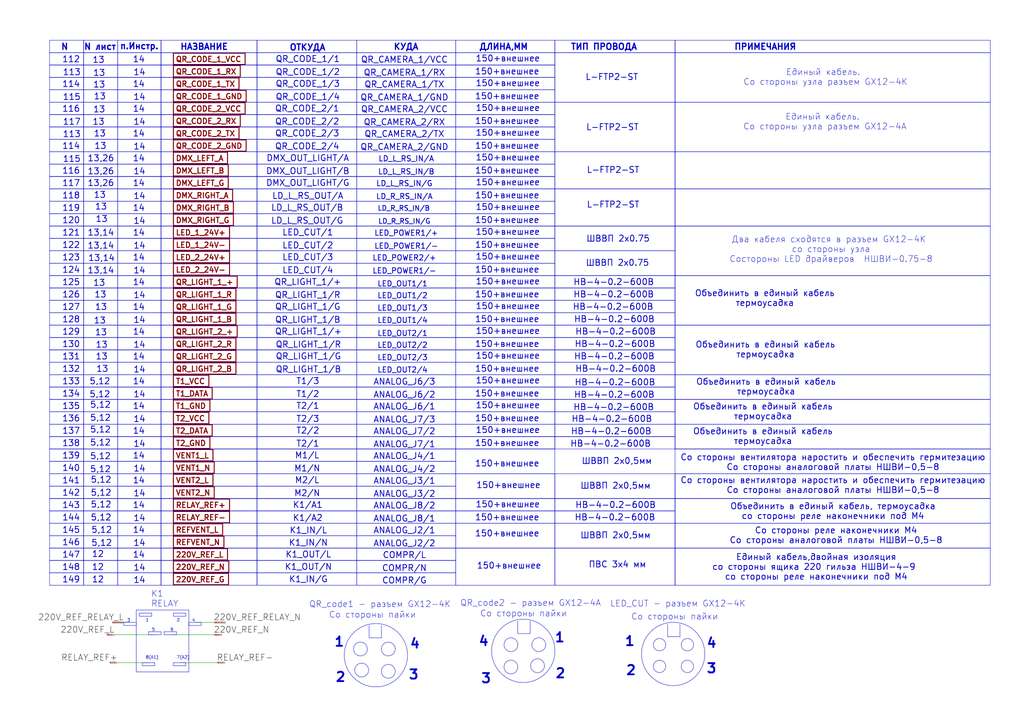
<source format=kicad_sch>
(kicad_sch
	(version 20250114)
	(generator "eeschema")
	(generator_version "9.0")
	(uuid "501bffa4-2d92-4e98-aced-0755baaa7f22")
	(paper "A3")
	(lib_symbols)
	(rectangle
		(start 48.26 179.07)
		(end 66.04 184.15)
		(stroke
			(width 0)
			(type default)
		)
		(fill
			(type none)
		)
		(uuid 006cd26c-7da2-4746-a83b-19b6d757aafb)
	)
	(rectangle
		(start 20.32 173.99)
		(end 34.29 179.07)
		(stroke
			(width 0)
			(type default)
		)
		(fill
			(type none)
		)
		(uuid 00800474-23d5-4de8-946a-ca5074e372ed)
	)
	(rectangle
		(start 34.29 184.15)
		(end 48.26 189.23)
		(stroke
			(width 0)
			(type default)
		)
		(fill
			(type none)
		)
		(uuid 03c6163b-c8d1-428c-a70b-93824b7a6503)
	)
	(rectangle
		(start 66.04 199.39)
		(end 105.41 204.47)
		(stroke
			(width 0)
			(type default)
		)
		(fill
			(type none)
		)
		(uuid 03dc885d-08dc-4591-b4bb-8da6d5a50c41)
	)
	(rectangle
		(start 20.32 158.75)
		(end 34.29 163.83)
		(stroke
			(width 0)
			(type default)
		)
		(fill
			(type none)
		)
		(uuid 04233520-237b-4c67-b327-5278639d0a90)
	)
	(circle
		(center 159.258 275.336)
		(radius 2.8398)
		(stroke
			(width 0)
			(type default)
		)
		(fill
			(type none)
		)
		(uuid 06955ae8-2c6b-4f7e-bb2f-e4bbb6da68ff)
	)
	(rectangle
		(start 66.04 92.71)
		(end 105.41 97.79)
		(stroke
			(width 0)
			(type default)
		)
		(fill
			(type none)
		)
		(uuid 06cc40a5-2321-4828-9883-653d04d12a8b)
	)
	(rectangle
		(start 71.12 271.78)
		(end 76.2 273.05)
		(stroke
			(width 0)
			(type default)
		)
		(fill
			(type none)
		)
		(uuid 06ccb4b0-4a33-4a78-8eb9-060b47452fde)
	)
	(rectangle
		(start 34.29 199.39)
		(end 48.26 204.47)
		(stroke
			(width 0)
			(type default)
		)
		(fill
			(type none)
		)
		(uuid 07871302-64cf-4dd6-8053-e9c687c438af)
	)
	(rectangle
		(start 20.32 102.87)
		(end 34.29 107.95)
		(stroke
			(width 0)
			(type default)
		)
		(fill
			(type none)
		)
		(uuid 07fc7089-8f0a-4b84-b549-bd7b6e748f87)
	)
	(rectangle
		(start 105.41 26.67)
		(end 146.304 31.75)
		(stroke
			(width 0)
			(type default)
		)
		(fill
			(type none)
		)
		(uuid 080099d2-2497-4370-93c9-dfcf7d8780c8)
	)
	(rectangle
		(start 20.32 204.47)
		(end 34.29 209.55)
		(stroke
			(width 0)
			(type default)
		)
		(fill
			(type none)
		)
		(uuid 0858058b-3980-4450-bfa8-cede8f31e904)
	)
	(rectangle
		(start 66.04 113.03)
		(end 105.41 118.11)
		(stroke
			(width 0)
			(type default)
		)
		(fill
			(type none)
		)
		(uuid 08b858a6-9925-40de-8ba7-6cc6f9b5a3a0)
	)
	(rectangle
		(start 48.26 199.39)
		(end 66.04 204.47)
		(stroke
			(width 0)
			(type default)
		)
		(fill
			(type none)
		)
		(uuid 0a40985e-f6aa-4b60-9195-be697a82570e)
	)
	(rectangle
		(start 34.29 102.87)
		(end 48.26 107.95)
		(stroke
			(width 0)
			(type default)
		)
		(fill
			(type none)
		)
		(uuid 0a592e91-56bc-4f6f-8dc2-e7e2cdcb2d57)
	)
	(rectangle
		(start 20.32 36.83)
		(end 34.29 41.91)
		(stroke
			(width 0)
			(type default)
		)
		(fill
			(type none)
		)
		(uuid 0afbad91-c340-46fd-8a06-93b4dcd3e2a0)
	)
	(rectangle
		(start 105.41 219.71)
		(end 146.304 224.79)
		(stroke
			(width 0)
			(type default)
		)
		(fill
			(type none)
		)
		(uuid 0d0f3c2d-8d25-42d6-9f0e-048c2e9ef40d)
	)
	(rectangle
		(start 146.304 67.31)
		(end 186.944 72.39)
		(stroke
			(width 0)
			(type default)
		)
		(fill
			(type none)
		)
		(uuid 0d1ac3e7-7df1-4542-be62-b513112c0c06)
	)
	(rectangle
		(start 105.41 16.51)
		(end 146.304 21.59)
		(stroke
			(width 0)
			(type default)
		)
		(fill
			(type none)
		)
		(uuid 0dd0e579-35d0-4cb2-b4df-c3940d87ff41)
	)
	(rectangle
		(start 66.04 123.19)
		(end 105.41 128.27)
		(stroke
			(width 0)
			(type default)
		)
		(fill
			(type none)
		)
		(uuid 0e39a441-0734-4222-9f35-c86b7320564c)
	)
	(rectangle
		(start 34.29 224.79)
		(end 48.26 229.87)
		(stroke
			(width 0)
			(type default)
		)
		(fill
			(type none)
		)
		(uuid 0e4a8a76-033a-444f-8d7d-b50b1af025e8)
	)
	(rectangle
		(start 66.04 41.91)
		(end 105.41 46.99)
		(stroke
			(width 0)
			(type default)
		)
		(fill
			(type none)
		)
		(uuid 0f30fc76-889d-4d96-b39b-2bc96e71fe78)
	)
	(circle
		(center 220.98 264.414)
		(radius 2.8398)
		(stroke
			(width 0)
			(type default)
		)
		(fill
			(type none)
		)
		(uuid 0f450dfb-0ba3-410a-afe1-9acab9e0aeba)
	)
	(rectangle
		(start 105.41 158.75)
		(end 146.304 163.83)
		(stroke
			(width 0)
			(type default)
		)
		(fill
			(type none)
		)
		(uuid 0fbd62b4-1b34-4d77-ac04-ffdfa0733e5c)
	)
	(rectangle
		(start 48.26 224.79)
		(end 66.04 229.87)
		(stroke
			(width 0)
			(type default)
		)
		(fill
			(type none)
		)
		(uuid 1085b741-62ca-42b1-8e1f-43284b42f008)
	)
	(rectangle
		(start 66.04 118.11)
		(end 105.41 123.19)
		(stroke
			(width 0)
			(type default)
		)
		(fill
			(type none)
		)
		(uuid 10f95693-ee41-4580-ab2e-117a93000dc1)
	)
	(rectangle
		(start 186.944 52.07)
		(end 227.584 57.15)
		(stroke
			(width 0)
			(type default)
		)
		(fill
			(type none)
		)
		(uuid 1164d4e7-5d46-4e07-8f6d-a13c4ba4a630)
	)
	(rectangle
		(start 20.32 184.15)
		(end 34.29 189.23)
		(stroke
			(width 0)
			(type default)
		)
		(fill
			(type none)
		)
		(uuid 139afcbc-08a0-40bf-bc2d-3552bb6adb06)
	)
	(rectangle
		(start 34.29 148.59)
		(end 48.26 153.67)
		(stroke
			(width 0)
			(type default)
		)
		(fill
			(type none)
		)
		(uuid 141bf9cb-1d69-4680-a847-62e32c25b483)
	)
	(circle
		(center 276.098 268.224)
		(radius 12.9764)
		(stroke
			(width 0)
			(type default)
		)
		(fill
			(type none)
		)
		(uuid 148820ad-66bb-40ae-8ca5-bb07235f7bf6)
	)
	(rectangle
		(start 105.41 199.39)
		(end 146.304 204.47)
		(stroke
			(width 0)
			(type default)
		)
		(fill
			(type none)
		)
		(uuid 14909cde-9929-4f03-8b88-ddc7637491b0)
	)
	(rectangle
		(start 276.86 21.59)
		(end 406.146 41.91)
		(stroke
			(width 0)
			(type default)
		)
		(fill
			(type none)
		)
		(uuid 14b2c8f2-9361-4bb4-b8f5-6460209ad4d7)
	)
	(rectangle
		(start 66.04 158.75)
		(end 105.41 163.83)
		(stroke
			(width 0)
			(type default)
		)
		(fill
			(type none)
		)
		(uuid 15ab45d5-5337-4085-98ea-6d4d283e109e)
	)
	(rectangle
		(start 276.86 224.79)
		(end 406.146 240.03)
		(stroke
			(width 0)
			(type default)
		)
		(fill
			(type none)
		)
		(uuid 163eb238-1467-4219-af26-96528658423a)
	)
	(rectangle
		(start 66.04 36.83)
		(end 105.41 41.91)
		(stroke
			(width 0)
			(type default)
		)
		(fill
			(type none)
		)
		(uuid 188f752e-7f49-41f5-af00-8c3cd507d5b6)
	)
	(rectangle
		(start 186.944 77.47)
		(end 227.584 82.55)
		(stroke
			(width 0)
			(type default)
		)
		(fill
			(type none)
		)
		(uuid 1895b844-a189-4bce-af77-ff4ba9e67fb3)
	)
	(rectangle
		(start 146.304 118.11)
		(end 186.944 123.19)
		(stroke
			(width 0)
			(type default)
		)
		(fill
			(type none)
		)
		(uuid 191ee0f9-03b7-42b4-afd5-f21eb48f477d)
	)
	(rectangle
		(start 34.29 219.71)
		(end 48.26 224.79)
		(stroke
			(width 0)
			(type default)
		)
		(fill
			(type none)
		)
		(uuid 19e6dc76-8eb8-4a59-a897-2b5468c12af9)
	)
	(rectangle
		(start 20.32 123.19)
		(end 34.29 128.27)
		(stroke
			(width 0)
			(type default)
		)
		(fill
			(type none)
		)
		(uuid 1a34fd84-d342-4795-8653-e5165778caa7)
	)
	(rectangle
		(start 34.29 158.75)
		(end 48.26 163.83)
		(stroke
			(width 0)
			(type default)
		)
		(fill
			(type none)
		)
		(uuid 1cd08546-f2af-4a24-874c-a73ef3e9ce41)
	)
	(rectangle
		(start 48.26 102.87)
		(end 66.04 107.95)
		(stroke
			(width 0)
			(type default)
		)
		(fill
			(type none)
		)
		(uuid 1d14cdba-9345-48f7-b9a1-3e3475511429)
	)
	(rectangle
		(start 146.304 107.95)
		(end 186.944 113.03)
		(stroke
			(width 0)
			(type default)
		)
		(fill
			(type none)
		)
		(uuid 1d35fc08-3590-481b-8a5d-e2a1c44f2f60)
	)
	(rectangle
		(start 34.29 92.71)
		(end 48.26 97.79)
		(stroke
			(width 0)
			(type default)
		)
		(fill
			(type none)
		)
		(uuid 1d3bfd05-3a0b-48ef-aa27-53c3946f3ee9)
	)
	(rectangle
		(start 20.32 224.79)
		(end 34.29 229.87)
		(stroke
			(width 0)
			(type default)
		)
		(fill
			(type none)
		)
		(uuid 1dfbdcda-2b11-403a-b1a8-4f5917ab5175)
	)
	(rectangle
		(start 146.304 153.67)
		(end 186.944 158.75)
		(stroke
			(width 0)
			(type default)
		)
		(fill
			(type none)
		)
		(uuid 1e0e1fb5-326d-499a-8aa0-46a02e411648)
	)
	(rectangle
		(start 20.32 214.63)
		(end 34.29 219.71)
		(stroke
			(width 0)
			(type default)
		)
		(fill
			(type none)
		)
		(uuid 1eae98cb-61f2-4411-b5cd-0aebb584f425)
	)
	(rectangle
		(start 60.96 259.08)
		(end 66.04 260.35)
		(stroke
			(width 0)
			(type default)
		)
		(fill
			(type none)
		)
		(uuid 20a5849e-4cd9-4a93-af96-1ee815c0a11b)
	)
	(rectangle
		(start 20.32 67.31)
		(end 34.29 72.39)
		(stroke
			(width 0)
			(type default)
		)
		(fill
			(type none)
		)
		(uuid 21e6fd91-3fc3-43f8-ac62-c1db54626e81)
	)
	(rectangle
		(start 34.29 168.91)
		(end 48.26 173.99)
		(stroke
			(width 0)
			(type default)
		)
		(fill
			(type none)
		)
		(uuid 2348c3b7-f80d-42ca-a8dd-5dfc357148cd)
	)
	(rectangle
		(start 34.29 204.47)
		(end 48.26 209.55)
		(stroke
			(width 0)
			(type default)
		)
		(fill
			(type none)
		)
		(uuid 24d6e487-f1fb-440a-a83d-f4a176d6cb1f)
	)
	(rectangle
		(start 227.584 77.47)
		(end 276.86 92.71)
		(stroke
			(width 0)
			(type default)
		)
		(fill
			(type none)
		)
		(uuid 252a834e-cac8-448b-a919-dd5f8871005d)
	)
	(rectangle
		(start 146.304 97.79)
		(end 186.944 102.87)
		(stroke
			(width 0)
			(type default)
		)
		(fill
			(type none)
		)
		(uuid 255617ae-14bd-42d4-b86d-c4e31de4af7f)
	)
	(rectangle
		(start 227.584 194.31)
		(end 276.86 204.47)
		(stroke
			(width 0)
			(type default)
		)
		(fill
			(type none)
		)
		(uuid 281557ce-7ce9-4d65-bc3d-b76ce3ce062c)
	)
	(rectangle
		(start 34.29 118.11)
		(end 48.26 123.19)
		(stroke
			(width 0)
			(type default)
		)
		(fill
			(type none)
		)
		(uuid 284269e9-d1a1-4161-ae2d-912dd9f57b7c)
	)
	(rectangle
		(start 48.26 194.31)
		(end 66.04 199.39)
		(stroke
			(width 0)
			(type default)
		)
		(fill
			(type none)
		)
		(uuid 289a606d-41fe-4985-9d60-820f414f3177)
	)
	(rectangle
		(start 186.944 153.67)
		(end 227.584 158.75)
		(stroke
			(width 0)
			(type default)
		)
		(fill
			(type none)
		)
		(uuid 28c8bc45-b5bb-4c9e-b9c0-204ba71196e5)
	)
	(rectangle
		(start 276.86 133.35)
		(end 406.146 153.67)
		(stroke
			(width 0)
			(type default)
		)
		(fill
			(type none)
		)
		(uuid 2b449cc7-c642-470a-a333-a25e3b283db1)
	)
	(rectangle
		(start 276.86 214.63)
		(end 406.146 224.79)
		(stroke
			(width 0)
			(type default)
		)
		(fill
			(type none)
		)
		(uuid 2b47a6ba-b906-4233-807d-ee6c08695a13)
	)
	(rectangle
		(start 105.41 214.63)
		(end 146.304 219.71)
		(stroke
			(width 0)
			(type default)
		)
		(fill
			(type none)
		)
		(uuid 2b747dd2-26b6-47a8-ae2c-b710d62f3e75)
	)
	(circle
		(center 209.55 264.414)
		(radius 2.8398)
		(stroke
			(width 0)
			(type default)
		)
		(fill
			(type none)
		)
		(uuid 2bc076d9-d802-4eb4-845f-a1779f0d020a)
	)
	(rectangle
		(start 66.04 31.75)
		(end 105.41 36.83)
		(stroke
			(width 0)
			(type default)
		)
		(fill
			(type none)
		)
		(uuid 2bccb8a1-d01c-4d4d-ba43-520bc1a8c836)
	)
	(rectangle
		(start 66.04 173.99)
		(end 105.41 179.07)
		(stroke
			(width 0)
			(type default)
		)
		(fill
			(type none)
		)
		(uuid 2c9361ff-ec05-4c46-895d-32ec02eda5e7)
	)
	(rectangle
		(start 48.26 148.59)
		(end 66.04 153.67)
		(stroke
			(width 0)
			(type default)
		)
		(fill
			(type none)
		)
		(uuid 2c95d05c-2056-4284-9abe-a7ce53cd9f5d)
	)
	(rectangle
		(start 66.04 209.55)
		(end 105.41 214.63)
		(stroke
			(width 0)
			(type default)
		)
		(fill
			(type none)
		)
		(uuid 2cbd8178-28a6-4090-817f-724052ace9db)
	)
	(rectangle
		(start 186.944 173.99)
		(end 227.584 179.07)
		(stroke
			(width 0)
			(type default)
		)
		(fill
			(type none)
		)
		(uuid 2ce3f634-99ea-4796-b256-a4055fc237c9)
	)
	(rectangle
		(start 186.944 26.67)
		(end 227.584 31.75)
		(stroke
			(width 0)
			(type default)
		)
		(fill
			(type none)
		)
		(uuid 2d966edf-0176-436c-b360-7db1f029ea73)
	)
	(rectangle
		(start 48.26 92.71)
		(end 66.04 97.79)
		(stroke
			(width 0)
			(type default)
		)
		(fill
			(type none)
		)
		(uuid 2dea5911-230a-49d9-9c28-6cead35d7dac)
	)
	(rectangle
		(start 186.944 41.91)
		(end 227.584 46.99)
		(stroke
			(width 0)
			(type default)
		)
		(fill
			(type none)
		)
		(uuid 2fa458fd-f68d-445d-b6d0-969ab9a1ff9f)
	)
	(rectangle
		(start 186.944 87.63)
		(end 227.584 92.71)
		(stroke
			(width 0)
			(type default)
		)
		(fill
			(type none)
		)
		(uuid 3032e258-232d-42ea-af5b-6317219777b6)
	)
	(rectangle
		(start 20.32 209.55)
		(end 34.29 214.63)
		(stroke
			(width 0)
			(type default)
		)
		(fill
			(type none)
		)
		(uuid 30b31130-a71c-4dd0-9949-ae25bb933dff)
	)
	(rectangle
		(start 66.04 168.91)
		(end 105.41 173.99)
		(stroke
			(width 0)
			(type default)
		)
		(fill
			(type none)
		)
		(uuid 314c0345-b202-4a7b-b996-e6d3e2bf619f)
	)
	(rectangle
		(start 186.944 163.83)
		(end 227.584 168.91)
		(stroke
			(width 0)
			(type default)
		)
		(fill
			(type none)
		)
		(uuid 3173bde2-1819-4e11-a966-929f8d9605f5)
	)
	(rectangle
		(start 34.29 133.35)
		(end 48.26 138.43)
		(stroke
			(width 0)
			(type default)
		)
		(fill
			(type none)
		)
		(uuid 31844294-e84d-410a-a85b-7294bbe37230)
	)
	(rectangle
		(start 227.584 113.03)
		(end 276.86 118.11)
		(stroke
			(width 0)
			(type default)
		)
		(fill
			(type none)
		)
		(uuid 327b0862-7bb1-451c-9005-cc95baf69073)
	)
	(circle
		(center 270.51 273.304)
		(radius 2.54)
		(stroke
			(width 0)
			(type default)
		)
		(fill
			(type none)
		)
		(uuid 3344ee7f-ad2b-4f9f-a4f9-53bea4d4d63f)
	)
	(rectangle
		(start 20.32 229.87)
		(end 34.29 234.95)
		(stroke
			(width 0)
			(type default)
		)
		(fill
			(type none)
		)
		(uuid 337dd16a-5d5f-4103-9f0f-59d98611b38a)
	)
	(rectangle
		(start 48.26 143.51)
		(end 66.04 148.59)
		(stroke
			(width 0)
			(type default)
		)
		(fill
			(type none)
		)
		(uuid 34c3ad15-a19c-4036-a013-ec3fa62b9dee)
	)
	(rectangle
		(start 146.304 199.39)
		(end 186.944 204.47)
		(stroke
			(width 0)
			(type default)
		)
		(fill
			(type none)
		)
		(uuid 34ec7d03-e37b-4fa1-9866-7615558a2d0e)
	)
	(rectangle
		(start 146.304 189.23)
		(end 186.944 194.31)
		(stroke
			(width 0)
			(type default)
		)
		(fill
			(type none)
		)
		(uuid 351c4f16-4ffc-441a-8dcc-b8b9e41bb397)
	)
	(rectangle
		(start 34.29 26.67)
		(end 48.26 31.75)
		(stroke
			(width 0)
			(type default)
		)
		(fill
			(type none)
		)
		(uuid 35c13c55-fe73-483f-a7da-b2629823c592)
	)
	(rectangle
		(start 34.29 138.43)
		(end 48.26 143.51)
		(stroke
			(width 0)
			(type default)
		)
		(fill
			(type none)
		)
		(uuid 374a68b3-b6e5-4f0d-9cb7-5aefcd688e1c)
	)
	(rectangle
		(start 105.41 36.83)
		(end 146.304 41.91)
		(stroke
			(width 0)
			(type default)
		)
		(fill
			(type none)
		)
		(uuid 37ff33ae-d0f0-40b0-96de-f2163b4a0212)
	)
	(rectangle
		(start 34.29 87.63)
		(end 48.26 92.71)
		(stroke
			(width 0)
			(type default)
		)
		(fill
			(type none)
		)
		(uuid 385b85d1-5cf7-473d-be87-7cad905a99dd)
	)
	(rectangle
		(start 20.32 168.91)
		(end 34.29 173.99)
		(stroke
			(width 0)
			(type default)
		)
		(fill
			(type none)
		)
		(uuid 38ae4ef4-0e34-48f4-b74d-d2a77fa8ed96)
	)
	(rectangle
		(start 227.584 148.59)
		(end 276.86 153.67)
		(stroke
			(width 0)
			(type default)
		)
		(fill
			(type none)
		)
		(uuid 3950b293-ce5c-4d52-91b7-5bb47eec460b)
	)
	(rectangle
		(start 105.41 143.51)
		(end 146.304 148.59)
		(stroke
			(width 0)
			(type default)
		)
		(fill
			(type none)
		)
		(uuid 39cc0225-df86-44af-8c5a-a47f53bf9b9a)
	)
	(rectangle
		(start 276.86 173.99)
		(end 406.146 184.15)
		(stroke
			(width 0)
			(type default)
		)
		(fill
			(type none)
		)
		(uuid 3a9332e2-85e4-478b-81f4-970af59aef97)
	)
	(rectangle
		(start 227.584 224.79)
		(end 276.86 240.03)
		(stroke
			(width 0)
			(type default)
		)
		(fill
			(type none)
		)
		(uuid 3bb48ecd-dfd9-4b11-9f7b-b5dc12df9256)
	)
	(rectangle
		(start 105.41 133.35)
		(end 146.304 138.43)
		(stroke
			(width 0)
			(type default)
		)
		(fill
			(type none)
		)
		(uuid 3bcdc8a2-099f-4551-85ce-e3c94a0160b5)
	)
	(rectangle
		(start 146.304 36.83)
		(end 186.944 41.91)
		(stroke
			(width 0)
			(type default)
		)
		(fill
			(type none)
		)
		(uuid 3d66878f-59eb-4f0c-8bd9-d10adceb020e)
	)
	(rectangle
		(start 66.04 234.95)
		(end 105.41 240.03)
		(stroke
			(width 0)
			(type default)
		)
		(fill
			(type none)
		)
		(uuid 3d8527c9-e865-4687-8e72-11e70d826ed1)
	)
	(rectangle
		(start 48.26 168.91)
		(end 66.04 173.99)
		(stroke
			(width 0)
			(type default)
		)
		(fill
			(type none)
		)
		(uuid 3fae88e7-ed6c-47b5-8ae2-ca8dc45a2046)
	)
	(rectangle
		(start 48.26 123.19)
		(end 66.04 128.27)
		(stroke
			(width 0)
			(type default)
		)
		(fill
			(type none)
		)
		(uuid 3fd80509-1b1e-4dc0-9f7d-072e01e56173)
	)
	(rectangle
		(start 146.304 41.91)
		(end 186.944 46.99)
		(stroke
			(width 0)
			(type default)
		)
		(fill
			(type none)
		)
		(uuid 407139bd-94f2-4566-bf48-e7aff9bdbfb3)
	)
	(rectangle
		(start 34.29 41.91)
		(end 48.26 46.99)
		(stroke
			(width 0)
			(type default)
		)
		(fill
			(type none)
		)
		(uuid 40b4c96b-37bd-48db-950d-b6b49a248f75)
	)
	(rectangle
		(start 227.584 62.23)
		(end 276.86 77.47)
		(stroke
			(width 0)
			(type default)
		)
		(fill
			(type none)
		)
		(uuid 4114beb2-8b6e-4f5d-bf36-0fefc2cb7a3b)
	)
	(rectangle
		(start 48.26 113.03)
		(end 66.04 118.11)
		(stroke
			(width 0)
			(type default)
		)
		(fill
			(type none)
		)
		(uuid 4166ff13-1732-45d3-8f2c-86692413cc23)
	)
	(rectangle
		(start 66.04 52.07)
		(end 105.41 57.15)
		(stroke
			(width 0)
			(type default)
		)
		(fill
			(type none)
		)
		(uuid 41b1cd3a-cd5b-4a8a-bc6a-907a0319849b)
	)
	(rectangle
		(start 105.41 31.75)
		(end 146.304 36.83)
		(stroke
			(width 0)
			(type default)
		)
		(fill
			(type none)
		)
		(uuid 423a8585-77a6-4356-985b-89c88217c86a)
	)
	(rectangle
		(start 186.944 102.87)
		(end 227.584 107.95)
		(stroke
			(width 0)
			(type default)
		)
		(fill
			(type none)
		)
		(uuid 4370dc6d-b40b-4196-a697-871a1b284d01)
	)
	(rectangle
		(start 48.26 82.55)
		(end 66.04 87.63)
		(stroke
			(width 0)
			(type default)
		)
		(fill
			(type none)
		)
		(uuid 45d1d327-1a0f-44bc-b1aa-8499bcf11825)
	)
	(rectangle
		(start 34.29 16.51)
		(end 48.26 21.59)
		(stroke
			(width 0)
			(type default)
		)
		(fill
			(type none)
		)
		(uuid 47b4be35-ebf3-4afd-b75f-d305211d150f)
	)
	(rectangle
		(start 105.41 67.31)
		(end 146.304 72.39)
		(stroke
			(width 0)
			(type default)
		)
		(fill
			(type none)
		)
		(uuid 482bff7b-3605-4bc8-b193-0545fc0607b3)
	)
	(rectangle
		(start 146.304 26.67)
		(end 186.944 31.75)
		(stroke
			(width 0)
			(type default)
		)
		(fill
			(type none)
		)
		(uuid 48449b36-9a88-457a-84d4-9f5271599bf1)
	)
	(rectangle
		(start 66.04 62.23)
		(end 105.41 67.31)
		(stroke
			(width 0)
			(type default)
		)
		(fill
			(type none)
		)
		(uuid 4964077a-3338-4cef-ad0f-1cf84b5a59c3)
	)
	(rectangle
		(start 105.41 194.31)
		(end 146.304 199.39)
		(stroke
			(width 0)
			(type default)
		)
		(fill
			(type none)
		)
		(uuid 49bf8bfc-1a69-4412-a73b-2999418779ad)
	)
	(rectangle
		(start 186.944 31.75)
		(end 227.584 36.83)
		(stroke
			(width 0)
			(type default)
		)
		(fill
			(type none)
		)
		(uuid 49fbfc42-30db-41ff-8cd2-8e0a8e02c3d0)
	)
	(rectangle
		(start 20.32 133.35)
		(end 34.29 138.43)
		(stroke
			(width 0)
			(type default)
		)
		(fill
			(type none)
		)
		(uuid 49fc2f4c-1a7f-40db-9a85-ede1cc03a173)
	)
	(rectangle
		(start 34.29 36.83)
		(end 48.26 41.91)
		(stroke
			(width 0)
			(type default)
		)
		(fill
			(type none)
		)
		(uuid 4aae37f8-878e-4419-8406-36b2bc62d40b)
	)
	(rectangle
		(start 276.86 41.91)
		(end 406.146 62.23)
		(stroke
			(width 0)
			(type default)
		)
		(fill
			(type none)
		)
		(uuid 4ae1fcec-0cba-4553-be14-39392b54a7a3)
	)
	(rectangle
		(start 55.88 250.19)
		(end 77.47 275.59)
		(stroke
			(width 0)
			(type default)
		)
		(fill
			(type none)
		)
		(uuid 4bd6c4e8-a74e-452a-9ffb-eaba0d6d7cbd)
	)
	(rectangle
		(start 186.944 194.31)
		(end 227.584 204.47)
		(stroke
			(width 0)
			(type default)
		)
		(fill
			(type none)
		)
		(uuid 4ca0cc85-c9b4-45fa-928f-33d148341942)
	)
	(rectangle
		(start 186.944 92.71)
		(end 227.584 97.79)
		(stroke
			(width 0)
			(type default)
		)
		(fill
			(type none)
		)
		(uuid 4d12ca0e-34ce-4506-903f-4bf405b313e9)
	)
	(rectangle
		(start 227.584 163.83)
		(end 276.86 168.91)
		(stroke
			(width 0)
			(type default)
		)
		(fill
			(type none)
		)
		(uuid 4d7366a3-463b-4bc2-9cec-eb0e97e114a0)
	)
	(rectangle
		(start 105.41 118.11)
		(end 146.304 123.19)
		(stroke
			(width 0)
			(type default)
		)
		(fill
			(type none)
		)
		(uuid 4e69a017-4f21-4b3c-925c-13a73c9e4dd5)
	)
	(rectangle
		(start 20.32 77.47)
		(end 34.29 82.55)
		(stroke
			(width 0)
			(type default)
		)
		(fill
			(type none)
		)
		(uuid 4f52463c-9d5b-4f82-982b-4dd0e0d47442)
	)
	(rectangle
		(start 105.41 184.15)
		(end 146.304 189.23)
		(stroke
			(width 0)
			(type default)
		)
		(fill
			(type none)
		)
		(uuid 4fe052f9-937a-4aec-ac6d-2f676d26a3e0)
	)
	(rectangle
		(start 146.304 168.91)
		(end 186.944 173.99)
		(stroke
			(width 0)
			(type default)
		)
		(fill
			(type none)
		)
		(uuid 50d8fa52-fa6c-49e3-95f4-14b6f8c25345)
	)
	(rectangle
		(start 48.26 77.47)
		(end 66.04 82.55)
		(stroke
			(width 0)
			(type default)
		)
		(fill
			(type none)
		)
		(uuid 510777e7-921a-44a0-a2df-96bf38763b8a)
	)
	(rectangle
		(start 48.26 107.95)
		(end 66.04 113.03)
		(stroke
			(width 0)
			(type default)
		)
		(fill
			(type none)
		)
		(uuid 51d71b35-347d-49c5-9d66-8fb021eaea26)
	)
	(rectangle
		(start 58.42 271.78)
		(end 63.5 273.05)
		(stroke
			(width 0)
			(type default)
		)
		(fill
			(type none)
		)
		(uuid 520cbe94-a736-4fcc-94d8-e5a48d951169)
	)
	(rectangle
		(start 276.86 204.47)
		(end 406.146 214.63)
		(stroke
			(width 0)
			(type default)
		)
		(fill
			(type none)
		)
		(uuid 52143743-8a48-403d-8822-a2e8576a9b6e)
	)
	(rectangle
		(start 66.04 102.87)
		(end 105.41 107.95)
		(stroke
			(width 0)
			(type default)
		)
		(fill
			(type none)
		)
		(uuid 525acf15-4683-41f8-8ff4-0d77aa809f41)
	)
	(rectangle
		(start 227.584 92.71)
		(end 276.86 102.87)
		(stroke
			(width 0)
			(type default)
		)
		(fill
			(type none)
		)
		(uuid 52ab0e22-1a4b-4cf8-add0-9d39b460d698)
	)
	(rectangle
		(start 186.944 123.19)
		(end 227.584 128.27)
		(stroke
			(width 0)
			(type default)
		)
		(fill
			(type none)
		)
		(uuid 535be2c4-1a41-46af-b6b2-cd6061f850b9)
	)
	(rectangle
		(start 227.584 16.51)
		(end 276.86 21.59)
		(stroke
			(width 0)
			(type default)
		)
		(fill
			(type none)
		)
		(uuid 538ce63c-81e7-425c-b098-73e7aac0d3d5)
	)
	(rectangle
		(start 276.86 194.31)
		(end 406.146 204.47)
		(stroke
			(width 0)
			(type default)
		)
		(fill
			(type none)
		)
		(uuid 54076246-a48a-41a9-9867-d6f5490ff18c)
	)
	(rectangle
		(start 48.26 52.07)
		(end 66.04 57.15)
		(stroke
			(width 0)
			(type default)
		)
		(fill
			(type none)
		)
		(uuid 543684aa-f2ae-45d1-9cf1-bae95d1571a5)
	)
	(rectangle
		(start 186.944 118.11)
		(end 227.584 123.19)
		(stroke
			(width 0)
			(type default)
		)
		(fill
			(type none)
		)
		(uuid 547413af-6afb-430f-95ad-001e9cab350b)
	)
	(rectangle
		(start 186.944 224.79)
		(end 227.584 240.03)
		(stroke
			(width 0)
			(type default)
		)
		(fill
			(type none)
		)
		(uuid 54fb4174-4b7d-4738-9429-4158d723b451)
	)
	(rectangle
		(start 227.584 168.91)
		(end 276.86 173.99)
		(stroke
			(width 0)
			(type default)
		)
		(fill
			(type none)
		)
		(uuid 5681754a-3e01-452c-8c1c-74f0defb241d)
	)
	(rectangle
		(start 66.04 82.55)
		(end 105.41 87.63)
		(stroke
			(width 0)
			(type default)
		)
		(fill
			(type none)
		)
		(uuid 56bdfb96-7b44-458b-b0a3-f1081546b5a1)
	)
	(rectangle
		(start 186.944 184.15)
		(end 227.584 194.31)
		(stroke
			(width 0)
			(type default)
		)
		(fill
			(type none)
		)
		(uuid 575ee8dd-29c9-4375-bd71-5022d1283630)
	)
	(rectangle
		(start 20.32 26.67)
		(end 34.29 31.75)
		(stroke
			(width 0)
			(type default)
		)
		(fill
			(type none)
		)
		(uuid 57cde982-263a-4324-bcf8-dfbbdf883cb3)
	)
	(circle
		(center 214.63 266.954)
		(radius 12.9764)
		(stroke
			(width 0)
			(type default)
		)
		(fill
			(type none)
		)
		(uuid 5b0f910e-b4e2-4577-8501-b91459fe64ef)
	)
	(rectangle
		(start 20.32 57.15)
		(end 34.29 62.23)
		(stroke
			(width 0)
			(type default)
		)
		(fill
			(type none)
		)
		(uuid 5ba214c1-cf07-4465-b364-aca51b8a4e08)
	)
	(rectangle
		(start 20.32 31.75)
		(end 34.29 36.83)
		(stroke
			(width 0)
			(type default)
		)
		(fill
			(type none)
		)
		(uuid 5c047767-0322-4bb5-bcfd-dc944ee3900d)
	)
	(rectangle
		(start 48.26 31.75)
		(end 66.04 36.83)
		(stroke
			(width 0)
			(type default)
		)
		(fill
			(type none)
		)
		(uuid 5c06c3d5-9ac0-4741-851a-b977d2b14b0b)
	)
	(rectangle
		(start 105.41 204.47)
		(end 146.304 209.55)
		(stroke
			(width 0)
			(type default)
		)
		(fill
			(type none)
		)
		(uuid 5c3f231d-fb4e-4d80-921e-845d57da92ac)
	)
	(rectangle
		(start 146.304 148.59)
		(end 186.944 153.67)
		(stroke
			(width 0)
			(type default)
		)
		(fill
			(type none)
		)
		(uuid 5ca30fd4-900a-4650-bb09-57ec4f48a74c)
	)
	(rectangle
		(start 146.304 62.23)
		(end 186.944 67.31)
		(stroke
			(width 0)
			(type default)
		)
		(fill
			(type none)
		)
		(uuid 5dc788dc-2e69-43d3-929e-1693cc0f7acb)
	)
	(rectangle
		(start 186.944 209.55)
		(end 227.584 214.63)
		(stroke
			(width 0)
			(type default)
		)
		(fill
			(type none)
		)
		(uuid 5f4f1653-af36-402d-922d-80c552666db1)
	)
	(rectangle
		(start 57.15 251.46)
		(end 62.23 252.73)
		(stroke
			(width 0)
			(type default)
		)
		(fill
			(type none)
		)
		(uuid 5f80d1dd-ead2-414a-8b1d-5beec354a42a)
	)
	(rectangle
		(start 105.41 77.47)
		(end 146.304 82.55)
		(stroke
			(width 0)
			(type default)
		)
		(fill
			(type none)
		)
		(uuid 5fc2411d-809c-48e2-a3bb-e616e371e4e1)
	)
	(rectangle
		(start 146.304 82.55)
		(end 186.944 87.63)
		(stroke
			(width 0)
			(type default)
		)
		(fill
			(type none)
		)
		(uuid 60ba6f3f-b2dc-4e0a-9a80-58322bb2b506)
	)
	(rectangle
		(start 48.26 128.27)
		(end 66.04 133.35)
		(stroke
			(width 0)
			(type default)
		)
		(fill
			(type none)
		)
		(uuid 60bfaf06-6763-4a32-9866-6affd7b4145c)
	)
	(rectangle
		(start 20.32 163.83)
		(end 34.29 168.91)
		(stroke
			(width 0)
			(type default)
		)
		(fill
			(type none)
		)
		(uuid 6103d601-1e2f-4d31-8bdd-020570480199)
	)
	(rectangle
		(start 34.29 189.23)
		(end 48.26 194.31)
		(stroke
			(width 0)
			(type default)
		)
		(fill
			(type none)
		)
		(uuid 6131f365-e9f8-46df-af8a-6b2b70db48d4)
	)
	(rectangle
		(start 66.04 219.71)
		(end 105.41 224.79)
		(stroke
			(width 0)
			(type default)
		)
		(fill
			(type none)
		)
		(uuid 615fc858-58d3-4bde-9388-773db5d67c04)
	)
	(rectangle
		(start 227.584 179.07)
		(end 276.86 184.15)
		(stroke
			(width 0)
			(type default)
		)
		(fill
			(type none)
		)
		(uuid 61b521a0-2ada-4090-abc3-08d49b5ff329)
	)
	(rectangle
		(start 227.584 118.11)
		(end 276.86 123.19)
		(stroke
			(width 0)
			(type default)
		)
		(fill
			(type none)
		)
		(uuid 62128faf-c133-4a66-a3b5-18cdd310beab)
	)
	(rectangle
		(start 186.944 204.47)
		(end 227.584 209.55)
		(stroke
			(width 0)
			(type default)
		)
		(fill
			(type none)
		)
		(uuid 622897a0-4200-4e64-97e5-13126b28b8ea)
	)
	(rectangle
		(start 20.32 92.71)
		(end 34.29 97.79)
		(stroke
			(width 0)
			(type default)
		)
		(fill
			(type none)
		)
		(uuid 62e3f438-1821-475f-bc5a-d4aac9d6103b)
	)
	(rectangle
		(start 48.26 173.99)
		(end 66.04 179.07)
		(stroke
			(width 0)
			(type default)
		)
		(fill
			(type none)
		)
		(uuid 63003113-6723-4fce-90a4-057108338408)
	)
	(rectangle
		(start 146.304 224.79)
		(end 186.944 229.87)
		(stroke
			(width 0)
			(type default)
		)
		(fill
			(type none)
		)
		(uuid 63a6870e-d297-4de0-8922-84907edcdb3c)
	)
	(rectangle
		(start 66.04 107.95)
		(end 105.41 113.03)
		(stroke
			(width 0)
			(type default)
		)
		(fill
			(type none)
		)
		(uuid 6418c20e-150a-4f5d-92ee-e2d830b0d81b)
	)
	(circle
		(center 281.94 273.304)
		(radius 2.54)
		(stroke
			(width 0)
			(type default)
		)
		(fill
			(type none)
		)
		(uuid 642c6e70-a9b0-4556-a9dc-1fdeb607faec)
	)
	(rectangle
		(start 146.304 204.47)
		(end 186.944 209.55)
		(stroke
			(width 0)
			(type default)
		)
		(fill
			(type none)
		)
		(uuid 64b89843-d68d-4eef-b4f8-d2190c049367)
	)
	(rectangle
		(start 146.304 87.63)
		(end 186.944 92.71)
		(stroke
			(width 0)
			(type default)
		)
		(fill
			(type none)
		)
		(uuid 663fbab2-fc0c-42de-b369-01a67c4a6148)
	)
	(rectangle
		(start 105.41 21.59)
		(end 146.304 26.67)
		(stroke
			(width 0)
			(type default)
		)
		(fill
			(type none)
		)
		(uuid 6726f09b-a841-448d-9f87-0a36960ea7fc)
	)
	(rectangle
		(start 66.04 224.79)
		(end 105.41 229.87)
		(stroke
			(width 0)
			(type default)
		)
		(fill
			(type none)
		)
		(uuid 67850830-2dc2-44d9-83eb-5d6f3302965e)
	)
	(rectangle
		(start 227.584 41.91)
		(end 276.86 62.23)
		(stroke
			(width 0)
			(type default)
		)
		(fill
			(type none)
		)
		(uuid 67d427a9-5855-4eb0-bd0f-bdc94043c4dd)
	)
	(circle
		(center 220.472 273.05)
		(radius 2.8398)
		(stroke
			(width 0)
			(type default)
		)
		(fill
			(type none)
		)
		(uuid 69477224-e8d2-48d9-9f8c-239fd2cc3265)
	)
	(rectangle
		(start 186.944 133.35)
		(end 227.584 138.43)
		(stroke
			(width 0)
			(type default)
		)
		(fill
			(type none)
		)
		(uuid 69b59c73-c42b-430c-8d35-3804eb2e9c63)
	)
	(circle
		(center 281.94 264.414)
		(radius 2.54)
		(stroke
			(width 0)
			(type default)
		)
		(fill
			(type none)
		)
		(uuid 69c679d7-c9af-41cf-a110-b26add948f65)
	)
	(rectangle
		(start 20.32 97.79)
		(end 34.29 102.87)
		(stroke
			(width 0)
			(type default)
		)
		(fill
			(type none)
		)
		(uuid 6a5811b9-c623-4739-93b5-fe71b2831ae4)
	)
	(rectangle
		(start 20.32 189.23)
		(end 34.29 194.31)
		(stroke
			(width 0)
			(type default)
		)
		(fill
			(type none)
		)
		(uuid 6af6064d-12e2-48c6-a3a3-83751bf0bb7e)
	)
	(rectangle
		(start 105.41 179.07)
		(end 146.304 184.15)
		(stroke
			(width 0)
			(type default)
		)
		(fill
			(type none)
		)
		(uuid 6c26cc0d-35c0-47ee-b470-d9ee6d7e99fe)
	)
	(rectangle
		(start 276.86 62.23)
		(end 406.146 77.47)
		(stroke
			(width 0)
			(type default)
		)
		(fill
			(type none)
		)
		(uuid 6c2ffdc8-5940-4844-a0f3-32c13df083db)
	)
	(rectangle
		(start 34.29 209.55)
		(end 48.26 214.63)
		(stroke
			(width 0)
			(type default)
		)
		(fill
			(type none)
		)
		(uuid 6c35193d-d245-48ef-bd4f-78e3f766637a)
	)
	(rectangle
		(start 20.32 72.39)
		(end 34.29 77.47)
		(stroke
			(width 0)
			(type default)
		)
		(fill
			(type none)
		)
		(uuid 6c4c169c-1419-4e6a-80d1-2995280e21b4)
	)
	(rectangle
		(start 48.26 163.83)
		(end 66.04 168.91)
		(stroke
			(width 0)
			(type default)
		)
		(fill
			(type none)
		)
		(uuid 6cae6d2b-7cce-486a-a407-6ddc8c0a5bab)
	)
	(rectangle
		(start 34.29 77.47)
		(end 48.26 82.55)
		(stroke
			(width 0)
			(type default)
		)
		(fill
			(type none)
		)
		(uuid 6cbc65b5-2168-46e6-952b-72c2d49ae6f6)
	)
	(rectangle
		(start 34.29 194.31)
		(end 48.26 199.39)
		(stroke
			(width 0)
			(type default)
		)
		(fill
			(type none)
		)
		(uuid 6e31b48c-94b4-4585-a98f-2866ac8e4629)
	)
	(rectangle
		(start 20.32 118.11)
		(end 34.29 123.19)
		(stroke
			(width 0)
			(type default)
		)
		(fill
			(type none)
		)
		(uuid 6f53f017-b553-4e9e-bb6d-626ada8cbdee)
	)
	(rectangle
		(start 20.32 128.27)
		(end 34.29 133.35)
		(stroke
			(width 0)
			(type default)
		)
		(fill
			(type none)
		)
		(uuid 6f64ada3-4957-4b4c-a91b-a9dca3b404cd)
	)
	(rectangle
		(start 48.26 21.59)
		(end 66.04 26.67)
		(stroke
			(width 0)
			(type default)
		)
		(fill
			(type none)
		)
		(uuid 6fa86cbf-d944-4205-ad22-384ef8e85d44)
	)
	(rectangle
		(start 34.29 229.87)
		(end 48.26 234.95)
		(stroke
			(width 0)
			(type default)
		)
		(fill
			(type none)
		)
		(uuid 70c3f50e-f683-472e-adee-1c070361a2ba)
	)
	(rectangle
		(start 186.944 107.95)
		(end 227.584 113.03)
		(stroke
			(width 0)
			(type default)
		)
		(fill
			(type none)
		)
		(uuid 719337db-a5a3-4e2f-8e6c-919cd166f0c3)
	)
	(rectangle
		(start 186.944 138.43)
		(end 227.584 143.51)
		(stroke
			(width 0)
			(type default)
		)
		(fill
			(type none)
		)
		(uuid 725bf5f1-e60e-44ac-b189-929863ea5480)
	)
	(rectangle
		(start 186.944 57.15)
		(end 227.584 62.23)
		(stroke
			(width 0)
			(type default)
		)
		(fill
			(type none)
		)
		(uuid 7457d555-1bc7-4466-b250-9beb0a63fc2c)
	)
	(rectangle
		(start 276.86 92.71)
		(end 406.146 113.03)
		(stroke
			(width 0)
			(type default)
		)
		(fill
			(type none)
		)
		(uuid 7521e0c8-b632-428c-9efd-76ef1ed66c9e)
	)
	(rectangle
		(start 34.29 31.75)
		(end 48.26 36.83)
		(stroke
			(width 0)
			(type default)
		)
		(fill
			(type none)
		)
		(uuid 75f68473-4773-44d1-b979-8056a2391d0b)
	)
	(rectangle
		(start 34.29 21.59)
		(end 48.26 26.67)
		(stroke
			(width 0)
			(type default)
		)
		(fill
			(type none)
		)
		(uuid 76858982-14b8-48af-bd1b-b20986ea9a40)
	)
	(rectangle
		(start 34.29 113.03)
		(end 48.26 118.11)
		(stroke
			(width 0)
			(type default)
		)
		(fill
			(type none)
		)
		(uuid 7734bc51-1849-45b3-817b-97c3f1c30495)
	)
	(rectangle
		(start 66.04 21.59)
		(end 105.41 26.67)
		(stroke
			(width 0)
			(type default)
		)
		(fill
			(type none)
		)
		(uuid 77fabbdc-ee73-4916-bb0e-b52bb627f74c)
	)
	(rectangle
		(start 48.26 97.79)
		(end 66.04 102.87)
		(stroke
			(width 0)
			(type default)
		)
		(fill
			(type none)
		)
		(uuid 77fc3d06-75de-4d5e-9036-49a57a004994)
	)
	(rectangle
		(start 186.944 82.55)
		(end 227.584 87.63)
		(stroke
			(width 0)
			(type default)
		)
		(fill
			(type none)
		)
		(uuid 78cf1913-b572-4f43-9a02-bfad046f5201)
	)
	(rectangle
		(start 186.944 67.31)
		(end 227.584 72.39)
		(stroke
			(width 0)
			(type default)
		)
		(fill
			(type none)
		)
		(uuid 78e31b1b-4b65-42c9-86fb-005847542c02)
	)
	(rectangle
		(start 146.304 209.55)
		(end 186.944 214.63)
		(stroke
			(width 0)
			(type default)
		)
		(fill
			(type none)
		)
		(uuid 79a3ce38-ffca-406e-9651-492e6f930a64)
	)
	(rectangle
		(start 105.41 62.23)
		(end 146.304 67.31)
		(stroke
			(width 0)
			(type default)
		)
		(fill
			(type none)
		)
		(uuid 7a3fc5a6-4a6c-49e0-9552-3b96dca5b609)
	)
	(rectangle
		(start 146.304 21.59)
		(end 186.944 26.67)
		(stroke
			(width 0)
			(type default)
		)
		(fill
			(type none)
		)
		(uuid 7a7fa9f3-2245-4fd0-b6d4-6766bc1f7ca4)
	)
	(rectangle
		(start 146.304 184.15)
		(end 186.944 189.23)
		(stroke
			(width 0)
			(type default)
		)
		(fill
			(type none)
		)
		(uuid 7b5742ab-4d1a-40aa-b668-aad52135933b)
	)
	(rectangle
		(start 20.32 234.95)
		(end 34.29 240.03)
		(stroke
			(width 0)
			(type default)
		)
		(fill
			(type none)
		)
		(uuid 7c0485e1-e70e-46bb-b0f8-22e9d5b7f1c4)
	)
	(rectangle
		(start 146.304 133.35)
		(end 186.944 138.43)
		(stroke
			(width 0)
			(type default)
		)
		(fill
			(type none)
		)
		(uuid 7c98356b-a0eb-4352-9cfe-62ec82d5370a)
	)
	(rectangle
		(start 48.26 36.83)
		(end 66.04 41.91)
		(stroke
			(width 0)
			(type default)
		)
		(fill
			(type none)
		)
		(uuid 7ca7f6c2-360a-4869-a550-e0f9b5dac22e)
	)
	(rectangle
		(start 105.41 148.59)
		(end 146.304 153.67)
		(stroke
			(width 0)
			(type default)
		)
		(fill
			(type none)
		)
		(uuid 7ed0a8ee-5408-4a64-bbff-c72f9c89fd41)
	)
	(rectangle
		(start 48.26 57.15)
		(end 66.04 62.23)
		(stroke
			(width 0)
			(type default)
		)
		(fill
			(type none)
		)
		(uuid 7f5a8c20-8d7c-473b-8173-3d52f527eb06)
	)
	(rectangle
		(start 146.304 173.99)
		(end 186.944 179.07)
		(stroke
			(width 0)
			(type default)
		)
		(fill
			(type none)
		)
		(uuid 7f945e30-1892-45de-ba1f-e6d830b2fa45)
	)
	(rectangle
		(start 146.304 102.87)
		(end 186.944 107.95)
		(stroke
			(width 0)
			(type default)
		)
		(fill
			(type none)
		)
		(uuid 802cedcd-0c38-41be-b6ed-b56a18585a2c)
	)
	(rectangle
		(start 34.29 173.99)
		(end 48.26 179.07)
		(stroke
			(width 0)
			(type default)
		)
		(fill
			(type none)
		)
		(uuid 80474c2c-1eb5-4f3a-b237-5094d56b948c)
	)
	(rectangle
		(start 105.41 209.55)
		(end 146.304 214.63)
		(stroke
			(width 0)
			(type default)
		)
		(fill
			(type none)
		)
		(uuid 808598ca-ab47-408d-accf-aafb6c4bcabd)
	)
	(rectangle
		(start 186.944 128.27)
		(end 227.584 133.35)
		(stroke
			(width 0)
			(type default)
		)
		(fill
			(type none)
		)
		(uuid 8183b39c-de0b-46e3-a192-d6cea83d296e)
	)
	(rectangle
		(start 276.86 153.67)
		(end 406.146 163.83)
		(stroke
			(width 0)
			(type default)
		)
		(fill
			(type none)
		)
		(uuid 822c15d4-e5a4-4604-a5b8-3872caa80374)
	)
	(rectangle
		(start 66.04 97.79)
		(end 105.41 102.87)
		(stroke
			(width 0)
			(type default)
		)
		(fill
			(type none)
		)
		(uuid 82745562-c633-416d-8e14-067714c24790)
	)
	(rectangle
		(start 34.29 123.19)
		(end 48.26 128.27)
		(stroke
			(width 0)
			(type default)
		)
		(fill
			(type none)
		)
		(uuid 83bbccff-2939-48a0-864b-69d47c7c2bf5)
	)
	(rectangle
		(start 66.04 133.35)
		(end 105.41 138.43)
		(stroke
			(width 0)
			(type default)
		)
		(fill
			(type none)
		)
		(uuid 8483f353-fbcd-47dd-8f4e-d7661cd5849c)
	)
	(rectangle
		(start 276.86 16.51)
		(end 406.146 21.59)
		(stroke
			(width 0)
			(type default)
		)
		(fill
			(type none)
		)
		(uuid 85723f4c-8088-4613-9fed-cf2c1d2dcf09)
	)
	(rectangle
		(start 66.04 214.63)
		(end 105.41 219.71)
		(stroke
			(width 0)
			(type default)
		)
		(fill
			(type none)
		)
		(uuid 85b00c4d-3e34-4821-8722-e161c172968e)
	)
	(rectangle
		(start 66.04 153.67)
		(end 105.41 158.75)
		(stroke
			(width 0)
			(type default)
		)
		(fill
			(type none)
		)
		(uuid 867ca208-c7ac-4473-a32e-f5894ad7c141)
	)
	(rectangle
		(start 105.41 52.07)
		(end 146.304 57.15)
		(stroke
			(width 0)
			(type default)
		)
		(fill
			(type none)
		)
		(uuid 871aefd4-532e-4023-bc8b-a09a6119a3dc)
	)
	(rectangle
		(start 48.26 138.43)
		(end 66.04 143.51)
		(stroke
			(width 0)
			(type default)
		)
		(fill
			(type none)
		)
		(uuid 881b5ca8-59f9-480b-bf5d-9066300cf564)
	)
	(rectangle
		(start 34.29 97.79)
		(end 48.26 102.87)
		(stroke
			(width 0)
			(type default)
		)
		(fill
			(type none)
		)
		(uuid 8975f558-9a25-46ae-bbe4-629a4aed6f78)
	)
	(rectangle
		(start 34.29 52.07)
		(end 48.26 57.15)
		(stroke
			(width 0)
			(type default)
		)
		(fill
			(type none)
		)
		(uuid 8a87b4be-f716-45c4-8958-1ca3eab13fa5)
	)
	(rectangle
		(start 20.32 46.99)
		(end 34.29 52.07)
		(stroke
			(width 0)
			(type default)
		)
		(fill
			(type none)
		)
		(uuid 8a9242ee-81e5-42d2-ae1f-620bcc42d805)
	)
	(rectangle
		(start 66.04 26.67)
		(end 105.41 31.75)
		(stroke
			(width 0)
			(type default)
		)
		(fill
			(type none)
		)
		(uuid 8b5f0ac0-d5c9-4b50-8745-2e552e2f02d2)
	)
	(rectangle
		(start 66.04 16.51)
		(end 105.41 21.59)
		(stroke
			(width 0)
			(type default)
		)
		(fill
			(type none)
		)
		(uuid 8fa3e8f0-a564-4c62-9aab-3315e7a21808)
	)
	(rectangle
		(start 66.04 77.47)
		(end 105.41 82.55)
		(stroke
			(width 0)
			(type default)
		)
		(fill
			(type none)
		)
		(uuid 8fac8aa6-0996-4745-9737-0c610ff6f0f9)
	)
	(rectangle
		(start 20.32 199.39)
		(end 34.29 204.47)
		(stroke
			(width 0)
			(type default)
		)
		(fill
			(type none)
		)
		(uuid 91002710-92e4-4310-b739-c8f29f17afbf)
	)
	(rectangle
		(start 146.304 163.83)
		(end 186.944 168.91)
		(stroke
			(width 0)
			(type default)
		)
		(fill
			(type none)
		)
		(uuid 911ab19e-c42e-4324-99a1-5d1420c69a2e)
	)
	(rectangle
		(start 34.29 107.95)
		(end 48.26 113.03)
		(stroke
			(width 0)
			(type default)
		)
		(fill
			(type none)
		)
		(uuid 9181f8cb-2153-46e6-9881-cc83d8df3c27)
	)
	(rectangle
		(start 105.41 97.79)
		(end 146.304 102.87)
		(stroke
			(width 0)
			(type default)
		)
		(fill
			(type none)
		)
		(uuid 9251d3d6-4cec-47d8-9fb4-5d806735a23c)
	)
	(rectangle
		(start 146.304 229.87)
		(end 186.944 234.95)
		(stroke
			(width 0)
			(type default)
		)
		(fill
			(type none)
		)
		(uuid 933f7fb7-f74e-476b-9c77-22286af9c418)
	)
	(rectangle
		(start 146.304 214.63)
		(end 186.944 219.71)
		(stroke
			(width 0)
			(type default)
		)
		(fill
			(type none)
		)
		(uuid 945ad96e-0b19-4606-8d99-c7dfc69dbc45)
	)
	(rectangle
		(start 105.41 173.99)
		(end 146.304 179.07)
		(stroke
			(width 0)
			(type default)
		)
		(fill
			(type none)
		)
		(uuid 946d576f-ad27-43a6-b0d3-ee8aa156bc1d)
	)
	(rectangle
		(start 227.584 204.47)
		(end 276.86 209.55)
		(stroke
			(width 0)
			(type default)
		)
		(fill
			(type none)
		)
		(uuid 94ea4ba7-4e8a-47f9-8d23-a8e1f79b2cf6)
	)
	(rectangle
		(start 48.26 26.67)
		(end 66.04 31.75)
		(stroke
			(width 0)
			(type default)
		)
		(fill
			(type none)
		)
		(uuid 95283b04-d4cc-4814-b89c-0f47c032edcc)
	)
	(rectangle
		(start 105.41 102.87)
		(end 146.304 107.95)
		(stroke
			(width 0)
			(type default)
		)
		(fill
			(type none)
		)
		(uuid 9533ba6c-77ea-447f-888d-f2f7de691d07)
	)
	(rectangle
		(start 48.26 234.95)
		(end 66.04 240.03)
		(stroke
			(width 0)
			(type default)
		)
		(fill
			(type none)
		)
		(uuid 9564b450-4276-42c4-9901-d478b17a5e4e)
	)
	(rectangle
		(start 48.26 62.23)
		(end 66.04 67.31)
		(stroke
			(width 0)
			(type default)
		)
		(fill
			(type none)
		)
		(uuid 95e34530-f134-4d21-99d0-b4eaf8cac438)
	)
	(rectangle
		(start 66.04 163.83)
		(end 105.41 168.91)
		(stroke
			(width 0)
			(type default)
		)
		(fill
			(type none)
		)
		(uuid 95f2d1bf-ca1a-4aa6-9f95-c320a2e34945)
	)
	(rectangle
		(start 34.29 46.99)
		(end 48.26 52.07)
		(stroke
			(width 0)
			(type default)
		)
		(fill
			(type none)
		)
		(uuid 96842401-7373-4a26-ba27-fde1a8b0ff0d)
	)
	(rectangle
		(start 186.944 46.99)
		(end 227.584 52.07)
		(stroke
			(width 0)
			(type default)
		)
		(fill
			(type none)
		)
		(uuid 97454349-1224-4dbe-bc1e-d7db831a41a8)
	)
	(rectangle
		(start 66.04 57.15)
		(end 105.41 62.23)
		(stroke
			(width 0)
			(type default)
		)
		(fill
			(type none)
		)
		(uuid 98dee053-592a-407e-a34a-5f0be4f852a0)
	)
	(rectangle
		(start 48.26 41.91)
		(end 66.04 46.99)
		(stroke
			(width 0)
			(type default)
		)
		(fill
			(type none)
		)
		(uuid 9adc51d1-2310-4c6e-a97b-213e7e6909cf)
	)
	(rectangle
		(start 105.41 46.99)
		(end 146.304 52.07)
		(stroke
			(width 0)
			(type default)
		)
		(fill
			(type none)
		)
		(uuid 9b05c2b5-954d-4fe2-93a0-d69f81fa0680)
	)
	(rectangle
		(start 20.32 62.23)
		(end 34.29 67.31)
		(stroke
			(width 0)
			(type default)
		)
		(fill
			(type none)
		)
		(uuid 9b4f6db7-1a42-44fa-8531-32204582dd0e)
	)
	(rectangle
		(start 276.86 113.03)
		(end 406.146 133.35)
		(stroke
			(width 0)
			(type default)
		)
		(fill
			(type none)
		)
		(uuid 9b57f8a7-e070-4975-9046-737ce5580974)
	)
	(rectangle
		(start 34.29 72.39)
		(end 48.26 77.47)
		(stroke
			(width 0)
			(type default)
		)
		(fill
			(type none)
		)
		(uuid 9f5d6183-4acc-40b7-9162-4821760ade7d)
	)
	(rectangle
		(start 20.32 143.51)
		(end 34.29 148.59)
		(stroke
			(width 0)
			(type default)
		)
		(fill
			(type none)
		)
		(uuid a18a949b-2b75-42ff-a150-c449aabe5671)
	)
	(rectangle
		(start 48.26 46.99)
		(end 66.04 52.07)
		(stroke
			(width 0)
			(type default)
		)
		(fill
			(type none)
		)
		(uuid a1af5baf-239b-4022-a2fa-887131c160b3)
	)
	(rectangle
		(start 34.29 153.67)
		(end 48.26 158.75)
		(stroke
			(width 0)
			(type default)
		)
		(fill
			(type none)
		)
		(uuid a1b30679-73ab-4c00-b217-8e67c2c673d2)
	)
	(circle
		(center 148.336 274.828)
		(radius 2.8398)
		(stroke
			(width 0)
			(type default)
		)
		(fill
			(type none)
		)
		(uuid a30c6872-2d5a-4b8a-9d2e-adc971773dcf)
	)
	(rectangle
		(start 66.04 204.47)
		(end 105.41 209.55)
		(stroke
			(width 0)
			(type default)
		)
		(fill
			(type none)
		)
		(uuid a368b1a3-f087-4e77-93b8-e7e1181e94fa)
	)
	(rectangle
		(start 146.304 77.47)
		(end 186.944 82.55)
		(stroke
			(width 0)
			(type default)
		)
		(fill
			(type none)
		)
		(uuid a41e4c82-95ad-48b3-b111-04f774e7a10f)
	)
	(rectangle
		(start 105.41 41.91)
		(end 146.304 46.99)
		(stroke
			(width 0)
			(type default)
		)
		(fill
			(type none)
		)
		(uuid a5352b34-92e9-4be3-ab46-08fd8030709c)
	)
	(rectangle
		(start 227.584 143.51)
		(end 276.86 148.59)
		(stroke
			(width 0)
			(type default)
		)
		(fill
			(type none)
		)
		(uuid a6fde1f3-808a-4795-a391-693a368af069)
	)
	(rectangle
		(start 276.86 184.15)
		(end 406.146 194.31)
		(stroke
			(width 0)
			(type default)
		)
		(fill
			(type none)
		)
		(uuid a7076651-5481-4f96-ab4e-bc015c6b5cf8)
	)
	(rectangle
		(start 48.26 133.35)
		(end 66.04 138.43)
		(stroke
			(width 0)
			(type default)
		)
		(fill
			(type none)
		)
		(uuid a8a1e4a7-f1e1-46f8-84d5-3f48b4692e92)
	)
	(rectangle
		(start 146.304 194.31)
		(end 186.944 199.39)
		(stroke
			(width 0)
			(type default)
		)
		(fill
			(type none)
		)
		(uuid aacdfdb0-ae4d-458e-a301-ec670c916a18)
	)
	(rectangle
		(start 146.304 72.39)
		(end 186.944 77.47)
		(stroke
			(width 0)
			(type default)
		)
		(fill
			(type none)
		)
		(uuid ab7a1e60-1a15-4ec2-8dbb-03d78565f090)
	)
	(rectangle
		(start 105.41 123.19)
		(end 146.304 128.27)
		(stroke
			(width 0)
			(type default)
		)
		(fill
			(type none)
		)
		(uuid abbac32e-500d-414d-9a4b-0f5543c83524)
	)
	(rectangle
		(start 20.32 179.07)
		(end 34.29 184.15)
		(stroke
			(width 0)
			(type default)
		)
		(fill
			(type none)
		)
		(uuid ad01a643-be9d-489d-8168-a72018eca63e)
	)
	(rectangle
		(start 48.26 72.39)
		(end 66.04 77.47)
		(stroke
			(width 0)
			(type default)
		)
		(fill
			(type none)
		)
		(uuid ad36aede-40a4-4935-9015-b78e5a1256fc)
	)
	(rectangle
		(start 20.32 41.91)
		(end 34.29 46.99)
		(stroke
			(width 0)
			(type default)
		)
		(fill
			(type none)
		)
		(uuid ae8951b8-213b-461a-88de-abeaac9b3b71)
	)
	(rectangle
		(start 105.41 92.71)
		(end 146.304 97.79)
		(stroke
			(width 0)
			(type default)
		)
		(fill
			(type none)
		)
		(uuid af4306a9-f98f-439d-acd5-3ceae3c4a39f)
	)
	(rectangle
		(start 186.944 179.07)
		(end 227.584 184.15)
		(stroke
			(width 0)
			(type default)
		)
		(fill
			(type none)
		)
		(uuid af5effe5-2d0a-4d07-8834-096d609042f3)
	)
	(rectangle
		(start 105.41 168.91)
		(end 146.304 173.99)
		(stroke
			(width 0)
			(type default)
		)
		(fill
			(type none)
		)
		(uuid afac43b6-972a-4f51-884a-dc4254de3543)
	)
	(rectangle
		(start 105.41 229.87)
		(end 146.304 234.95)
		(stroke
			(width 0)
			(type default)
		)
		(fill
			(type none)
		)
		(uuid b01b8d6e-4080-4c91-aef1-bda9eaf9b85a)
	)
	(rectangle
		(start 186.944 148.59)
		(end 227.584 153.67)
		(stroke
			(width 0)
			(type default)
		)
		(fill
			(type none)
		)
		(uuid b1129c82-1b9b-4e42-9d72-545d32839c2b)
	)
	(rectangle
		(start 227.584 123.19)
		(end 276.86 128.27)
		(stroke
			(width 0)
			(type default)
		)
		(fill
			(type none)
		)
		(uuid b15901f9-3da3-497a-a512-d9f69df26dfd)
	)
	(rectangle
		(start 146.304 46.99)
		(end 186.944 52.07)
		(stroke
			(width 0)
			(type default)
		)
		(fill
			(type none)
		)
		(uuid b1b4f468-2326-46f3-ae17-43bb94bce844)
	)
	(rectangle
		(start 146.304 143.51)
		(end 186.944 148.59)
		(stroke
			(width 0)
			(type default)
		)
		(fill
			(type none)
		)
		(uuid b230b5c6-b0a8-4803-b15f-69d2e05d9a2b)
	)
	(rectangle
		(start 186.944 168.91)
		(end 227.584 173.99)
		(stroke
			(width 0)
			(type default)
		)
		(fill
			(type none)
		)
		(uuid b3083334-7a25-49a0-b412-1f1df83c631e)
	)
	(rectangle
		(start 227.584 128.27)
		(end 276.86 133.35)
		(stroke
			(width 0)
			(type default)
		)
		(fill
			(type none)
		)
		(uuid b408178a-de3b-48b1-afa0-8b9a2e17eafd)
	)
	(rectangle
		(start 186.944 72.39)
		(end 227.584 77.47)
		(stroke
			(width 0)
			(type default)
		)
		(fill
			(type none)
		)
		(uuid b5a449ca-600f-465b-8444-6eea2b08150a)
	)
	(rectangle
		(start 105.41 153.67)
		(end 146.304 158.75)
		(stroke
			(width 0)
			(type default)
		)
		(fill
			(type none)
		)
		(uuid b5ae108a-2f69-4b00-9f36-f6d34a345984)
	)
	(rectangle
		(start 66.04 128.27)
		(end 105.41 133.35)
		(stroke
			(width 0)
			(type default)
		)
		(fill
			(type none)
		)
		(uuid b642f0b5-f7b7-4b90-a59d-87d67a2a0d0a)
	)
	(rectangle
		(start 105.41 72.39)
		(end 146.304 77.47)
		(stroke
			(width 0)
			(type default)
		)
		(fill
			(type none)
		)
		(uuid b7275130-ff80-474a-b9a2-8bb5c5f6b4fd)
	)
	(rectangle
		(start 146.304 16.51)
		(end 186.944 21.59)
		(stroke
			(width 0)
			(type default)
		)
		(fill
			(type none)
		)
		(uuid b82852ce-db8b-4c47-b6ec-b73a91266f71)
	)
	(rectangle
		(start 20.32 138.43)
		(end 34.29 143.51)
		(stroke
			(width 0)
			(type default)
		)
		(fill
			(type none)
		)
		(uuid b8a5416a-372a-4a6c-9ac4-0ab087a0e8c1)
	)
	(rectangle
		(start 66.04 229.87)
		(end 105.41 234.95)
		(stroke
			(width 0)
			(type default)
		)
		(fill
			(type none)
		)
		(uuid b8f31688-2137-4a98-a97e-30e0109cada8)
	)
	(rectangle
		(start 105.41 189.23)
		(end 146.304 194.31)
		(stroke
			(width 0)
			(type default)
		)
		(fill
			(type none)
		)
		(uuid b9b248da-ca43-431d-aba5-a3aa087f6c7c)
	)
	(rectangle
		(start 66.04 148.59)
		(end 105.41 153.67)
		(stroke
			(width 0)
			(type default)
		)
		(fill
			(type none)
		)
		(uuid b9c5e7f0-6193-497a-8415-5ac1f321caa1)
	)
	(rectangle
		(start 34.29 143.51)
		(end 48.26 148.59)
		(stroke
			(width 0)
			(type default)
		)
		(fill
			(type none)
		)
		(uuid ba71a99c-b474-4b9c-9a4b-b7a4fdecf865)
	)
	(rectangle
		(start 105.41 87.63)
		(end 146.304 92.71)
		(stroke
			(width 0)
			(type default)
		)
		(fill
			(type none)
		)
		(uuid baf8544e-8764-4749-8da5-25549a4dc49e)
	)
	(rectangle
		(start 186.944 113.03)
		(end 227.584 118.11)
		(stroke
			(width 0)
			(type default)
		)
		(fill
			(type none)
		)
		(uuid bc08298f-5f47-4af1-a176-48f28229cafb)
	)
	(rectangle
		(start 20.32 21.59)
		(end 34.29 26.67)
		(stroke
			(width 0)
			(type default)
		)
		(fill
			(type none)
		)
		(uuid bc2b5bd4-d94e-4ae1-b6fc-74e4d26b58b1)
	)
	(rectangle
		(start 66.04 179.07)
		(end 105.41 184.15)
		(stroke
			(width 0)
			(type default)
		)
		(fill
			(type none)
		)
		(uuid bce32eb4-52bb-4ac7-96ca-112ba29b5fcb)
	)
	(rectangle
		(start 227.584 138.43)
		(end 276.86 143.51)
		(stroke
			(width 0)
			(type default)
		)
		(fill
			(type none)
		)
		(uuid bd437ee0-819e-4b39-9ef5-d4f06b67221d)
	)
	(rectangle
		(start 20.32 82.55)
		(end 34.29 87.63)
		(stroke
			(width 0)
			(type default)
		)
		(fill
			(type none)
		)
		(uuid bdfe824a-5337-487a-ad8c-d982d71e407c)
	)
	(rectangle
		(start 20.32 219.71)
		(end 34.29 224.79)
		(stroke
			(width 0)
			(type default)
		)
		(fill
			(type none)
		)
		(uuid beae6503-b922-41fb-9f94-3920f5852cb4)
	)
	(rectangle
		(start 67.31 259.08)
		(end 72.39 260.35)
		(stroke
			(width 0)
			(type default)
		)
		(fill
			(type none)
		)
		(uuid c05291cd-1db1-46d9-ba1a-e744a1d127bc)
	)
	(rectangle
		(start 66.04 143.51)
		(end 105.41 148.59)
		(stroke
			(width 0)
			(type default)
		)
		(fill
			(type none)
		)
		(uuid c052d738-95dd-4e2b-bbfc-2d1aefc0c9d8)
	)
	(rectangle
		(start 276.86 77.47)
		(end 406.146 92.71)
		(stroke
			(width 0)
			(type default)
		)
		(fill
			(type none)
		)
		(uuid c17516b9-e59b-4ff5-93e4-ce463c3cfeec)
	)
	(rectangle
		(start 48.26 209.55)
		(end 66.04 214.63)
		(stroke
			(width 0)
			(type default)
		)
		(fill
			(type none)
		)
		(uuid c45a3d0d-699d-4eb0-ac7a-ee0d1ccaabfc)
	)
	(rectangle
		(start 34.29 57.15)
		(end 48.26 62.23)
		(stroke
			(width 0)
			(type default)
		)
		(fill
			(type none)
		)
		(uuid c4f97d16-d6a5-465c-b41d-68fcfbbb86fa)
	)
	(rectangle
		(start 20.32 107.95)
		(end 34.29 113.03)
		(stroke
			(width 0)
			(type default)
		)
		(fill
			(type none)
		)
		(uuid c5988555-3890-4575-b8f7-a0b63a94dddf)
	)
	(rectangle
		(start 20.32 16.51)
		(end 34.29 21.59)
		(stroke
			(width 0)
			(type default)
		)
		(fill
			(type none)
		)
		(uuid c63e85e5-d331-4010-8836-61b652c54173)
	)
	(rectangle
		(start 48.26 184.15)
		(end 66.04 189.23)
		(stroke
			(width 0)
			(type default)
		)
		(fill
			(type none)
		)
		(uuid c64803ef-9256-40e3-a8b9-70bd849ab6be)
	)
	(rectangle
		(start 105.41 82.55)
		(end 146.304 87.63)
		(stroke
			(width 0)
			(type default)
		)
		(fill
			(type none)
		)
		(uuid c65849ac-4288-499e-a665-4bd75cf8f19c)
	)
	(circle
		(center 159.258 266.192)
		(radius 2.8398)
		(stroke
			(width 0)
			(type default)
		)
		(fill
			(type none)
		)
		(uuid c67a23e8-1f20-40c9-a34f-eca61306d5f5)
	)
	(rectangle
		(start 105.41 107.95)
		(end 146.304 113.03)
		(stroke
			(width 0)
			(type default)
		)
		(fill
			(type none)
		)
		(uuid c69e09fc-d0af-4c3e-bab1-74f486624265)
	)
	(rectangle
		(start 48.26 118.11)
		(end 66.04 123.19)
		(stroke
			(width 0)
			(type default)
		)
		(fill
			(type none)
		)
		(uuid c6cf5ab6-5877-4319-bcc9-bdae32df2470)
	)
	(rectangle
		(start 146.304 158.75)
		(end 186.944 163.83)
		(stroke
			(width 0)
			(type default)
		)
		(fill
			(type none)
		)
		(uuid c6f09509-74e1-4dd0-93f9-e156483d0db8)
	)
	(rectangle
		(start 146.304 138.43)
		(end 186.944 143.51)
		(stroke
			(width 0)
			(type default)
		)
		(fill
			(type none)
		)
		(uuid c7208b8f-8a03-4ad0-9fec-1164b9772fbd)
	)
	(rectangle
		(start 34.29 128.27)
		(end 48.26 133.35)
		(stroke
			(width 0)
			(type default)
		)
		(fill
			(type none)
		)
		(uuid c79738da-78fa-4f71-9f60-158c0714ee7c)
	)
	(rectangle
		(start 227.584 102.87)
		(end 276.86 113.03)
		(stroke
			(width 0)
			(type default)
		)
		(fill
			(type none)
		)
		(uuid c9adfa90-b3d8-4fdc-a0db-08e4cced8fab)
	)
	(rectangle
		(start 186.944 21.59)
		(end 227.584 26.67)
		(stroke
			(width 0)
			(type default)
		)
		(fill
			(type none)
		)
		(uuid ca0198c4-0085-479d-8d01-6a50eef2f8fd)
	)
	(rectangle
		(start 105.41 128.27)
		(end 146.304 133.35)
		(stroke
			(width 0)
			(type default)
		)
		(fill
			(type none)
		)
		(uuid ca282165-72ea-4307-937e-7df349b55252)
	)
	(rectangle
		(start 34.29 82.55)
		(end 48.26 87.63)
		(stroke
			(width 0)
			(type default)
		)
		(fill
			(type none)
		)
		(uuid ca428c7a-e782-4399-8a16-a2a369195925)
	)
	(rectangle
		(start 146.304 219.71)
		(end 186.944 224.79)
		(stroke
			(width 0)
			(type default)
		)
		(fill
			(type none)
		)
		(uuid ca858081-228e-4bc9-80cb-2e1ba89a2682)
	)
	(rectangle
		(start 48.26 219.71)
		(end 66.04 224.79)
		(stroke
			(width 0)
			(type default)
		)
		(fill
			(type none)
		)
		(uuid cb2b2284-bf0d-4781-ab75-29c21cb2d468)
	)
	(rectangle
		(start 48.26 67.31)
		(end 66.04 72.39)
		(stroke
			(width 0)
			(type default)
		)
		(fill
			(type none)
		)
		(uuid cb3a285d-9d9c-4906-8030-528570afc9bf)
	)
	(rectangle
		(start 20.32 194.31)
		(end 34.29 199.39)
		(stroke
			(width 0)
			(type default)
		)
		(fill
			(type none)
		)
		(uuid cd2ca59b-7027-4cfc-8032-dcb4581cab19)
	)
	(rectangle
		(start 66.04 189.23)
		(end 105.41 194.31)
		(stroke
			(width 0)
			(type default)
		)
		(fill
			(type none)
		)
		(uuid cd2f1abd-420b-42da-beda-366cc505c0da)
	)
	(rectangle
		(start 146.304 52.07)
		(end 186.944 57.15)
		(stroke
			(width 0)
			(type default)
		)
		(fill
			(type none)
		)
		(uuid cd93886e-f678-4d8c-929b-c7f26db6232d)
	)
	(rectangle
		(start 146.304 92.71)
		(end 186.944 97.79)
		(stroke
			(width 0)
			(type default)
		)
		(fill
			(type none)
		)
		(uuid ce13655b-8102-4344-9c6d-bc24c56a87ea)
	)
	(rectangle
		(start 34.29 234.95)
		(end 48.26 240.03)
		(stroke
			(width 0)
			(type default)
		)
		(fill
			(type none)
		)
		(uuid ceb6e41c-6c68-4b0c-a943-41282cd3c52a)
	)
	(rectangle
		(start 48.26 87.63)
		(end 66.04 92.71)
		(stroke
			(width 0)
			(type default)
		)
		(fill
			(type none)
		)
		(uuid cf0684f6-bc4f-4f42-9788-ab0c26207ab0)
	)
	(rectangle
		(start 20.32 153.67)
		(end 34.29 158.75)
		(stroke
			(width 0)
			(type default)
		)
		(fill
			(type none)
		)
		(uuid d0213893-20ce-443d-977a-11f09acb942e)
	)
	(rectangle
		(start 276.86 163.83)
		(end 406.146 173.99)
		(stroke
			(width 0)
			(type default)
		)
		(fill
			(type none)
		)
		(uuid d02490d5-13f8-4cfa-b567-a100cc8b59cf)
	)
	(rectangle
		(start 186.944 143.51)
		(end 227.584 148.59)
		(stroke
			(width 0)
			(type default)
		)
		(fill
			(type none)
		)
		(uuid d0a4fdc5-138d-4169-bf9d-6cf4b3dbb45a)
	)
	(rectangle
		(start 105.41 113.03)
		(end 146.304 118.11)
		(stroke
			(width 0)
			(type default)
		)
		(fill
			(type none)
		)
		(uuid d167ac5e-806d-424b-a12b-0e0700ac885e)
	)
	(rectangle
		(start 48.26 158.75)
		(end 66.04 163.83)
		(stroke
			(width 0)
			(type default)
		)
		(fill
			(type none)
		)
		(uuid d27c4a7d-b92d-4a1d-8c21-4065a72d3cd2)
	)
	(circle
		(center 147.828 266.192)
		(radius 2.8398)
		(stroke
			(width 0)
			(type default)
		)
		(fill
			(type none)
		)
		(uuid d37d1213-609d-43a5-b623-49900adfb1d4)
	)
	(rectangle
		(start 227.584 158.75)
		(end 276.86 163.83)
		(stroke
			(width 0)
			(type default)
		)
		(fill
			(type none)
		)
		(uuid d4a72635-1974-46ee-a5ba-30c9c7747d9b)
	)
	(rectangle
		(start 48.26 153.67)
		(end 66.04 158.75)
		(stroke
			(width 0)
			(type default)
		)
		(fill
			(type none)
		)
		(uuid d4e56ba0-f5eb-4ed7-ba2c-9e2a4f4c2e66)
	)
	(rectangle
		(start 20.32 148.59)
		(end 34.29 153.67)
		(stroke
			(width 0)
			(type default)
		)
		(fill
			(type none)
		)
		(uuid d61a8ccd-73a1-4a69-a526-1110b13d0ace)
	)
	(rectangle
		(start 146.304 123.19)
		(end 186.944 128.27)
		(stroke
			(width 0)
			(type default)
		)
		(fill
			(type none)
		)
		(uuid d725f3e8-7a33-4a3e-a0d6-7f72fb8e2911)
	)
	(rectangle
		(start 34.29 163.83)
		(end 48.26 168.91)
		(stroke
			(width 0)
			(type default)
		)
		(fill
			(type none)
		)
		(uuid d93a4379-5321-44d7-95ae-2af822157fd5)
	)
	(rectangle
		(start 105.41 234.95)
		(end 146.304 240.03)
		(stroke
			(width 0)
			(type default)
		)
		(fill
			(type none)
		)
		(uuid da0f0249-6d3f-4abf-b872-b47796f08a39)
	)
	(rectangle
		(start 48.26 214.63)
		(end 66.04 219.71)
		(stroke
			(width 0)
			(type default)
		)
		(fill
			(type none)
		)
		(uuid da561519-6518-4984-8cb5-ac2afd66dd2f)
	)
	(rectangle
		(start 34.29 62.23)
		(end 48.26 67.31)
		(stroke
			(width 0)
			(type default)
		)
		(fill
			(type none)
		)
		(uuid dab620f1-bb34-4c66-8e7a-80b2b475c0e4)
	)
	(rectangle
		(start 186.944 214.63)
		(end 227.584 224.79)
		(stroke
			(width 0)
			(type default)
		)
		(fill
			(type none)
		)
		(uuid db0cfe1b-070a-47ef-b335-581124b3c383)
	)
	(rectangle
		(start 66.04 194.31)
		(end 105.41 199.39)
		(stroke
			(width 0)
			(type default)
		)
		(fill
			(type none)
		)
		(uuid dcb7e6fb-2e42-4f8b-ad9a-b370c8d5262c)
	)
	(rectangle
		(start 105.41 224.79)
		(end 146.304 229.87)
		(stroke
			(width 0)
			(type default)
		)
		(fill
			(type none)
		)
		(uuid dd6a6c2e-02d5-4a6c-8450-a6aa441f0b80)
	)
	(rectangle
		(start 227.584 214.63)
		(end 276.86 224.79)
		(stroke
			(width 0)
			(type default)
		)
		(fill
			(type none)
		)
		(uuid dde390e6-9e45-4521-92ed-a0d44bb24687)
	)
	(rectangle
		(start 50.8 255.27)
		(end 55.88 256.54)
		(stroke
			(width 0)
			(type default)
		)
		(fill
			(type none)
		)
		(uuid de171923-4cae-4f23-9a4a-40a3ff2a6c5d)
	)
	(rectangle
		(start 186.944 158.75)
		(end 227.584 163.83)
		(stroke
			(width 0)
			(type default)
		)
		(fill
			(type none)
		)
		(uuid df19b67d-69bd-43c3-8a16-1594d288c8c3)
	)
	(circle
		(center 154.178 268.732)
		(radius 12.9764)
		(stroke
			(width 0)
			(type default)
		)
		(fill
			(type none)
		)
		(uuid df77a63f-af8c-4b79-8315-26a9cbb04735)
	)
	(rectangle
		(start 105.41 163.83)
		(end 146.304 168.91)
		(stroke
			(width 0)
			(type default)
		)
		(fill
			(type none)
		)
		(uuid e05069e6-56b7-4dab-bf2e-14f6766a495c)
	)
	(rectangle
		(start 146.304 113.03)
		(end 186.944 118.11)
		(stroke
			(width 0)
			(type default)
		)
		(fill
			(type none)
		)
		(uuid e16a9e9e-fa39-4085-ab1a-3973e86d3fa4)
	)
	(rectangle
		(start 186.944 97.79)
		(end 227.584 102.87)
		(stroke
			(width 0)
			(type default)
		)
		(fill
			(type none)
		)
		(uuid e287d60b-bb20-4fe7-91db-e791c111733b)
	)
	(rectangle
		(start 186.944 16.51)
		(end 227.584 21.59)
		(stroke
			(width 0)
			(type default)
		)
		(fill
			(type none)
		)
		(uuid e3323288-bd77-4f06-be6a-250517840e91)
	)
	(rectangle
		(start 71.12 251.46)
		(end 76.2 252.73)
		(stroke
			(width 0)
			(type default)
		)
		(fill
			(type none)
		)
		(uuid e3652314-acd1-483f-a0e3-9e6326aeac9e)
	)
	(rectangle
		(start 48.26 16.51)
		(end 66.04 21.59)
		(stroke
			(width 0)
			(type default)
		)
		(fill
			(type none)
		)
		(uuid e448db8a-06e7-4940-96cf-dd6d1f31c167)
	)
	(rectangle
		(start 34.29 214.63)
		(end 48.26 219.71)
		(stroke
			(width 0)
			(type default)
		)
		(fill
			(type none)
		)
		(uuid e459ee55-6976-4ed8-9a50-17984c589cc6)
	)
	(rectangle
		(start 77.47 255.27)
		(end 82.55 256.54)
		(stroke
			(width 0)
			(type default)
		)
		(fill
			(type none)
		)
		(uuid e49c84d6-0ec3-422b-adf4-e891f2323d41)
	)
	(rectangle
		(start 186.944 62.23)
		(end 227.584 67.31)
		(stroke
			(width 0)
			(type default)
		)
		(fill
			(type none)
		)
		(uuid e5d90100-1b22-48b8-9218-4799370aad87)
	)
	(rectangle
		(start 48.26 189.23)
		(end 66.04 194.31)
		(stroke
			(width 0)
			(type default)
		)
		(fill
			(type none)
		)
		(uuid e5f30821-078b-4526-9dc9-4ce9a5ee4692)
	)
	(rectangle
		(start 105.41 138.43)
		(end 146.304 143.51)
		(stroke
			(width 0)
			(type default)
		)
		(fill
			(type none)
		)
		(uuid e6427e24-411b-4c87-959f-2552441e62fc)
	)
	(rectangle
		(start 66.04 46.99)
		(end 105.41 52.07)
		(stroke
			(width 0)
			(type default)
		)
		(fill
			(type none)
		)
		(uuid e8e61008-a4bb-45fc-96e3-9e09b917b6fe)
	)
	(rectangle
		(start 186.944 36.83)
		(end 227.584 41.91)
		(stroke
			(width 0)
			(type default)
		)
		(fill
			(type none)
		)
		(uuid e9beb008-6c4f-4e58-9685-a414170d9afc)
	)
	(rectangle
		(start 227.584 21.59)
		(end 276.86 41.91)
		(stroke
			(width 0)
			(type default)
		)
		(fill
			(type none)
		)
		(uuid ea28591a-b921-49f7-a402-9b4c1dbbeaf1)
	)
	(circle
		(center 270.51 264.414)
		(radius 2.54)
		(stroke
			(width 0)
			(type default)
		)
		(fill
			(type none)
		)
		(uuid ea43cf9b-ce43-494b-870c-a0aafb5a0df2)
	)
	(rectangle
		(start 34.29 179.07)
		(end 48.26 184.15)
		(stroke
			(width 0)
			(type default)
		)
		(fill
			(type none)
		)
		(uuid efa43c14-cab0-4d6a-a6b5-76c01073b5ad)
	)
	(rectangle
		(start 66.04 87.63)
		(end 105.41 92.71)
		(stroke
			(width 0)
			(type default)
		)
		(fill
			(type none)
		)
		(uuid eff5fb74-de69-439a-bad8-9d57a6e51219)
	)
	(rectangle
		(start 34.29 67.31)
		(end 48.26 72.39)
		(stroke
			(width 0)
			(type default)
		)
		(fill
			(type none)
		)
		(uuid f0ad7685-4cc5-41f8-b09a-1d134ab36182)
	)
	(rectangle
		(start 48.26 229.87)
		(end 66.04 234.95)
		(stroke
			(width 0)
			(type default)
		)
		(fill
			(type none)
		)
		(uuid f2fa70b7-0e33-45c1-af50-103c2ec41adf)
	)
	(rectangle
		(start 66.04 67.31)
		(end 105.41 72.39)
		(stroke
			(width 0)
			(type default)
		)
		(fill
			(type none)
		)
		(uuid f3388d7b-f1ce-4fcf-961f-02a7e0a8a4de)
	)
	(rectangle
		(start 146.304 57.15)
		(end 186.944 62.23)
		(stroke
			(width 0)
			(type default)
		)
		(fill
			(type none)
		)
		(uuid f345b249-77fc-40b8-bf8f-eabdd061e805)
	)
	(rectangle
		(start 48.26 204.47)
		(end 66.04 209.55)
		(stroke
			(width 0)
			(type default)
		)
		(fill
			(type none)
		)
		(uuid f397aa02-7d00-460f-a7e3-646094f2c1c3)
	)
	(rectangle
		(start 227.584 153.67)
		(end 276.86 158.75)
		(stroke
			(width 0)
			(type default)
		)
		(fill
			(type none)
		)
		(uuid f40c0e52-6823-4df9-8507-021bef912841)
	)
	(rectangle
		(start 227.584 133.35)
		(end 276.86 138.43)
		(stroke
			(width 0)
			(type default)
		)
		(fill
			(type none)
		)
		(uuid f4fc738a-bf29-41c9-8310-a5a28e12cee5)
	)
	(rectangle
		(start 105.41 57.15)
		(end 146.304 62.23)
		(stroke
			(width 0)
			(type default)
		)
		(fill
			(type none)
		)
		(uuid f5745b9b-ad04-44ee-9335-3b14062228ef)
	)
	(rectangle
		(start 20.32 52.07)
		(end 34.29 57.15)
		(stroke
			(width 0)
			(type default)
		)
		(fill
			(type none)
		)
		(uuid f68a1e33-f617-4f82-9ceb-881ebbc322fe)
	)
	(rectangle
		(start 227.584 209.55)
		(end 276.86 214.63)
		(stroke
			(width 0)
			(type default)
		)
		(fill
			(type none)
		)
		(uuid f6ab0d3a-2364-4dbc-ab10-891cbdebd7e3)
	)
	(rectangle
		(start 227.584 173.99)
		(end 276.86 179.07)
		(stroke
			(width 0)
			(type default)
		)
		(fill
			(type none)
		)
		(uuid f7d47bc7-0fca-4aa6-96ca-ccdf7afc8f38)
	)
	(rectangle
		(start 20.32 113.03)
		(end 34.29 118.11)
		(stroke
			(width 0)
			(type default)
		)
		(fill
			(type none)
		)
		(uuid f92b4a79-74c6-4b21-abd4-fcee326331a3)
	)
	(rectangle
		(start 146.304 128.27)
		(end 186.944 133.35)
		(stroke
			(width 0)
			(type default)
		)
		(fill
			(type none)
		)
		(uuid f9e9f9df-b906-4959-91db-db8f4769a826)
	)
	(rectangle
		(start 146.304 179.07)
		(end 186.944 184.15)
		(stroke
			(width 0)
			(type default)
		)
		(fill
			(type none)
		)
		(uuid fa8e7fbc-b4b5-446d-b6d8-0bada205ac8b)
	)
	(rectangle
		(start 20.32 87.63)
		(end 34.29 92.71)
		(stroke
			(width 0)
			(type default)
		)
		(fill
			(type none)
		)
		(uuid fb65b312-7198-4bec-90a0-f368c7937355)
	)
	(rectangle
		(start 146.304 234.95)
		(end 186.944 240.03)
		(stroke
			(width 0)
			(type default)
		)
		(fill
			(type none)
		)
		(uuid fc9e700d-2cf0-4771-bfbf-2f3f699e6040)
	)
	(rectangle
		(start 66.04 138.43)
		(end 105.41 143.51)
		(stroke
			(width 0)
			(type default)
		)
		(fill
			(type none)
		)
		(uuid fce15740-ee3c-4eaf-b3d3-9d6dc5807054)
	)
	(circle
		(center 209.55 273.558)
		(radius 2.8398)
		(stroke
			(width 0)
			(type default)
		)
		(fill
			(type none)
		)
		(uuid fdaea25e-4f0f-486b-8a87-61bc576ff185)
	)
	(rectangle
		(start 66.04 72.39)
		(end 105.41 77.47)
		(stroke
			(width 0)
			(type default)
		)
		(fill
			(type none)
		)
		(uuid fde40b89-6c0a-40bb-a40a-dca095d964f0)
	)
	(rectangle
		(start 66.04 184.15)
		(end 105.41 189.23)
		(stroke
			(width 0)
			(type default)
		)
		(fill
			(type none)
		)
		(uuid fdfdb77e-bd54-49d6-aebd-762d7614f812)
	)
	(rectangle
		(start 146.304 31.75)
		(end 186.944 36.83)
		(stroke
			(width 0)
			(type default)
		)
		(fill
			(type none)
		)
		(uuid fe2d4345-9276-4bae-b990-3f77549ff3a5)
	)
	(text "Единый кабель. \nСо стороны узла разъем GX12-4А"
		(exclude_from_sim no)
		(at 338.328 50.038 0)
		(effects
			(font
				(size 2.5 2.5)
			)
		)
		(uuid "00b4150f-0159-4be7-94bf-2fa677e8e90e")
	)
	(text "150+внешнее"
		(exclude_from_sim no)
		(at 208.026 171.704 0)
		(effects
			(font
				(size 2.5 2.5)
				(thickness 0.3125)
			)
		)
		(uuid "031e9f01-2f6a-49f6-9f97-d0d8a301c3ff")
	)
	(text "QR_CAMERA_2/VCC"
		(exclude_from_sim no)
		(at 165.862 44.958 0)
		(effects
			(font
				(size 2.5 2.5)
				(thickness 0.3125)
			)
		)
		(uuid "07eb1d95-ad7f-47ea-b338-9dce1bf61334")
	)
	(text "4"
		(exclude_from_sim no)
		(at 78.74 255.27 0)
		(effects
			(font
				(size 1.27 1.27)
			)
			(justify left bottom)
		)
		(uuid "083385c9-e6c9-412c-b7fc-e07b80b31be9")
	)
	(text "5,12"
		(exclude_from_sim no)
		(at 37.338 224.282 0)
		(effects
			(font
				(size 2.5 2.5)
				(thickness 0.3125)
			)
			(justify left bottom)
		)
		(uuid "0863971e-5c6a-46ad-9c6b-9ac595d568d1")
	)
	(text "ANALOG_J4/2"
		(exclude_from_sim no)
		(at 165.862 192.532 0)
		(effects
			(font
				(size 2.5 2.5)
				(thickness 0.3125)
			)
		)
		(uuid "092122e8-d92d-4964-ba07-428a7f164001")
	)
	(text "14"
		(exclude_from_sim no)
		(at 54.61 183.642 0)
		(effects
			(font
				(size 2.5 2.5)
				(thickness 0.3125)
			)
			(justify left bottom)
		)
		(uuid "09683180-7397-404f-87d8-17992b7360ba")
	)
	(text "13"
		(exclude_from_sim no)
		(at 38.862 127.508 0)
		(effects
			(font
				(size 2.5 2.5)
				(thickness 0.3125)
			)
			(justify left bottom)
		)
		(uuid "0aa51690-4bbb-42a8-8bf4-cd95d13ea5f0")
	)
	(text "M1/N"
		(exclude_from_sim no)
		(at 125.984 192.278 0)
		(effects
			(font
				(size 2.5 2.5)
				(thickness 0.3125)
			)
		)
		(uuid "0d84c7e7-70e2-488d-9504-2315e87e4961")
	)
	(text "N лист"
		(exclude_from_sim no)
		(at 34.29 20.828 0)
		(effects
			(font
				(size 2.5 2.5)
				(thickness 0.5)
				(bold yes)
			)
			(justify left bottom)
		)
		(uuid "0fbef88a-c917-4c7b-8343-6d892eda38e4")
	)
	(text "150+внешнее"
		(exclude_from_sim no)
		(at 208.534 199.136 0)
		(effects
			(font
				(size 2.5 2.5)
				(thickness 0.3125)
			)
		)
		(uuid "0fcf488c-01f3-4d61-b468-7d16fb004f2b")
	)
	(text "НВ-4-0.2-600В"
		(exclude_from_sim no)
		(at 251.968 162.052 0)
		(effects
			(font
				(size 2.54 2.54)
				(thickness 0.3175)
			)
		)
		(uuid "1087c163-cef0-49a1-98c5-c8c731d0254e")
	)
	(text "M2/N"
		(exclude_from_sim no)
		(at 125.984 202.438 0)
		(effects
			(font
				(size 2.5 2.5)
				(thickness 0.3125)
			)
		)
		(uuid "10bd7fa5-5953-4714-817a-182412187126")
	)
	(text "НВ-4-0.2-600В"
		(exclude_from_sim no)
		(at 251.46 125.984 0)
		(effects
			(font
				(size 2.54 2.54)
				(thickness 0.3175)
			)
		)
		(uuid "118a8cc2-7ebe-4208-aebd-8d5333a7f7d6")
	)
	(text "ШВВП 2х0,5мм"
		(exclude_from_sim no)
		(at 252.476 199.39 0)
		(effects
			(font
				(size 2.5 2.5)
				(thickness 0.3125)
			)
		)
		(uuid "11db9351-7d5a-43bf-b8e8-41406c0e9f93")
	)
	(text "150+внешнее"
		(exclude_from_sim no)
		(at 208.026 120.904 0)
		(effects
			(font
				(size 2.5 2.5)
				(thickness 0.3125)
			)
		)
		(uuid "124de4bc-13d5-46d3-bc67-5b4dac09d0a6")
	)
	(text "K1_OUT/L"
		(exclude_from_sim no)
		(at 126.492 227.584 0)
		(effects
			(font
				(size 2.5 2.5)
				(thickness 0.3125)
			)
		)
		(uuid "12ae32f5-d74d-4083-8e12-aa9870d94812")
	)
	(text "ANALOG_J6/2"
		(exclude_from_sim no)
		(at 165.862 162.052 0)
		(effects
			(font
				(size 2.5 2.5)
				(thickness 0.3125)
			)
		)
		(uuid "14c6a096-2d00-4587-bb88-a70e370a39a1")
	)
	(text "150+внешнее"
		(exclude_from_sim no)
		(at 208.28 64.77 0)
		(effects
			(font
				(size 2.5 2.5)
				(thickness 0.3125)
			)
		)
		(uuid "14cb5707-406f-4f39-b7f4-aaa329dd1046")
	)
	(text "ANALOG_J8/2"
		(exclude_from_sim no)
		(at 165.862 207.518 0)
		(effects
			(font
				(size 2.5 2.5)
				(thickness 0.3125)
			)
		)
		(uuid "15548445-a40f-46be-9cb8-e872c8f7b4cd")
	)
	(text "150+внешнее"
		(exclude_from_sim no)
		(at 208.026 218.948 0)
		(effects
			(font
				(size 2.5 2.5)
				(thickness 0.3125)
			)
		)
		(uuid "162afc54-f8ed-425e-93b5-077e60f6781f")
	)
	(text "п.Инстр."
		(exclude_from_sim no)
		(at 49.022 20.574 0)
		(effects
			(font
				(size 2.5 2.5)
				(thickness 0.5)
				(bold yes)
			)
			(justify left bottom)
		)
		(uuid "165d20a2-b7cb-446a-9d8d-11e9ff5e0f8d")
	)
	(text "150+внешнее"
		(exclude_from_sim no)
		(at 208.28 54.61 0)
		(effects
			(font
				(size 2.5 2.5)
				(thickness 0.3125)
			)
		)
		(uuid "192aceb2-4d23-4d42-8afb-e22fdf86130b")
	)
	(text "НВ-4-0.2-600В"
		(exclude_from_sim no)
		(at 251.714 115.824 0)
		(effects
			(font
				(size 2.54 2.54)
				(thickness 0.3175)
			)
		)
		(uuid "193e91c3-9af2-49ac-8cc5-2d175e22a967")
	)
	(text "139"
		(exclude_from_sim no)
		(at 25.4 188.468 0)
		(effects
			(font
				(size 2.5 2.5)
				(thickness 0.3125)
			)
			(justify left bottom)
		)
		(uuid "1a6db36b-b83f-4a10-acaa-49e78f70edff")
	)
	(text "14"
		(exclude_from_sim no)
		(at 54.356 127.508 0)
		(effects
			(font
				(size 2.5 2.5)
				(thickness 0.3125)
			)
			(justify left bottom)
		)
		(uuid "1b4bf6de-038f-49af-9e5b-17a3aff6ca3b")
	)
	(text "150+внешнее"
		(exclude_from_sim no)
		(at 208.28 125.73 0)
		(effects
			(font
				(size 2.5 2.5)
				(thickness 0.3125)
			)
		)
		(uuid "1de41311-bdd4-4be4-b2e0-0f786160abbc")
	)
	(text "LED_OUT2/2"
		(exclude_from_sim no)
		(at 165.1 141.732 0)
		(effects
			(font
				(size 2.2 2.2)
				(thickness 0.3125)
			)
		)
		(uuid "1dfa8a74-16fa-4511-9e1e-5addbac8c68c")
	)
	(text "14"
		(exclude_from_sim no)
		(at 54.61 102.362 0)
		(effects
			(font
				(size 2.5 2.5)
				(thickness 0.3125)
			)
			(justify left bottom)
		)
		(uuid "1e3c9b60-318b-4680-9654-4e4724b6d1b9")
	)
	(text "13,14"
		(exclude_from_sim no)
		(at 35.814 97.028 0)
		(effects
			(font
				(size 2.5 2.5)
				(thickness 0.3125)
			)
			(justify left bottom)
		)
		(uuid "21815dcb-db0e-4324-9721-f076e802fd9f")
	)
	(text "13,26"
		(exclude_from_sim no)
		(at 35.814 71.882 0)
		(effects
			(font
				(size 2.5 2.5)
				(thickness 0.3125)
			)
			(justify left bottom)
		)
		(uuid "21a903a1-e5c9-4fa1-938d-176ba07fb5e2")
	)
	(text "146"
		(exclude_from_sim no)
		(at 25.4 224.028 0)
		(effects
			(font
				(size 2.5 2.5)
				(thickness 0.3125)
			)
			(justify left bottom)
		)
		(uuid "21e3f7a0-79f4-4081-a9d8-c8df74ce527b")
	)
	(text "113"
		(exclude_from_sim no)
		(at 25.654 31.242 0)
		(effects
			(font
				(size 2.5 2.5)
				(thickness 0.3125)
			)
			(justify left bottom)
		)
		(uuid "2206b59d-940d-46f4-99e5-a7a1736d4583")
	)
	(text "13,14"
		(exclude_from_sim no)
		(at 36.068 107.442 0)
		(effects
			(font
				(size 2.5 2.5)
				(thickness 0.3125)
			)
			(justify left bottom)
		)
		(uuid "24916831-3231-4d0a-95c0-701af176b1b2")
	)
	(text "ANALOG_J4/1"
		(exclude_from_sim no)
		(at 165.862 187.198 0)
		(effects
			(font
				(size 2.5 2.5)
				(thickness 0.3125)
			)
		)
		(uuid "2564e203-ca6a-4a7e-91b8-b8f772b0776f")
	)
	(text "14"
		(exclude_from_sim no)
		(at 54.61 193.802 0)
		(effects
			(font
				(size 2.5 2.5)
				(thickness 0.3125)
			)
			(justify left bottom)
		)
		(uuid "25857887-2525-4f56-acf0-82f620808ab5")
	)
	(text "14"
		(exclude_from_sim no)
		(at 54.61 51.562 0)
		(effects
			(font
				(size 2.5 2.5)
				(thickness 0.3125)
			)
			(justify left bottom)
		)
		(uuid "26bdef18-8420-498d-bdde-0579bce26888")
	)
	(text "K1_IN/N"
		(exclude_from_sim no)
		(at 126.492 222.758 0)
		(effects
			(font
				(size 2.5 2.5)
				(thickness 0.3125)
			)
		)
		(uuid "26f424cb-357d-429f-8a87-c2f27baa0bcf")
	)
	(text "150+внешнее"
		(exclude_from_sim no)
		(at 208.026 110.744 0)
		(effects
			(font
				(size 2.5 2.5)
				(thickness 0.3125)
			)
		)
		(uuid "28ab8b4c-8ed9-4a1e-833b-067b6f00f336")
	)
	(text "LED_OUT2/1"
		(exclude_from_sim no)
		(at 165.1 136.906 0)
		(effects
			(font
				(size 2.2 2.2)
				(thickness 0.3125)
			)
		)
		(uuid "2a215583-6559-4a0e-af57-fa446917ae5a")
	)
	(text "14"
		(exclude_from_sim no)
		(at 54.356 25.908 0)
		(effects
			(font
				(size 2.5 2.5)
				(thickness 0.3125)
			)
			(justify left bottom)
		)
		(uuid "2a42728d-8f06-4d2c-8b74-228d2066e3de")
	)
	(text "QR_code2 - разъем GX12-4A"
		(exclude_from_sim no)
		(at 188.722 248.92 0)
		(effects
			(font
				(size 2.5 2.5)
			)
			(justify left bottom)
		)
		(uuid "2a583047-e8f5-4a4d-bcc6-dcea3c956056")
	)
	(text "13"
		(exclude_from_sim no)
		(at 38.354 133.096 0)
		(effects
			(font
				(size 2.5 2.5)
				(thickness 0.3125)
			)
			(justify left bottom)
		)
		(uuid "2a606f58-54d9-4d5f-998e-45408c9df975")
	)
	(text "T2/3"
		(exclude_from_sim no)
		(at 126.238 171.958 0)
		(effects
			(font
				(size 2.5 2.5)
				(thickness 0.3125)
			)
		)
		(uuid "2aa9e3d6-952e-4937-8081-ec5da59eb7f2")
	)
	(text "127"
		(exclude_from_sim no)
		(at 25.4 127.508 0)
		(effects
			(font
				(size 2.5 2.5)
				(thickness 0.3125)
			)
			(justify left bottom)
		)
		(uuid "2ac332fb-eb94-49be-b2fa-2b58e8227a96")
	)
	(text "5,12"
		(exclude_from_sim no)
		(at 36.83 183.134 0)
		(effects
			(font
				(size 2.5 2.5)
				(thickness 0.3125)
			)
			(justify left bottom)
		)
		(uuid "2b94a309-2b19-436b-976d-f7c553ed5ac0")
	)
	(text "137"
		(exclude_from_sim no)
		(at 25.4 178.308 0)
		(effects
			(font
				(size 2.5 2.5)
				(thickness 0.3125)
			)
			(justify left bottom)
		)
		(uuid "2c52f645-de43-496b-a51d-a0f3f04ab252")
	)
	(text "13"
		(exclude_from_sim no)
		(at 38.354 81.534 0)
		(effects
			(font
				(size 2.5 2.5)
				(thickness 0.3125)
			)
			(justify left bottom)
		)
		(uuid "2e79f6cc-2e21-4bae-9e18-a6224222c206")
	)
	(text "ANALOG_J7/2"
		(exclude_from_sim no)
		(at 165.862 177.038 0)
		(effects
			(font
				(size 2.5 2.5)
				(thickness 0.3125)
			)
		)
		(uuid "2e96d469-16dd-4410-afbf-fea9c05240e2")
	)
	(text "150+внешнее"
		(exclude_from_sim no)
		(at 208.026 39.624 0)
		(effects
			(font
				(size 2.5 2.5)
				(thickness 0.3125)
			)
		)
		(uuid "2ee23726-5fd2-4b70-8151-b66e67eb131a")
	)
	(text "144"
		(exclude_from_sim no)
		(at 25.4 213.868 0)
		(effects
			(font
				(size 2.5 2.5)
				(thickness 0.3125)
			)
			(justify left bottom)
		)
		(uuid "2ef9c1f9-9382-45b5-bf5a-9bcf92f6be4e")
	)
	(text "5,12"
		(exclude_from_sim no)
		(at 37.084 213.868 0)
		(effects
			(font
				(size 2.5 2.5)
				(thickness 0.3125)
			)
			(justify left bottom)
		)
		(uuid "2f248025-4079-4635-b6f5-4b893dcc5c17")
	)
	(text "Со стороны пайки"
		(exclude_from_sim no)
		(at 196.85 253.238 0)
		(effects
			(font
				(size 2.5 2.5)
			)
			(justify left bottom)
		)
		(uuid "30019922-020a-49a9-b6a2-8b9d3509f611")
	)
	(text "K1_IN/L"
		(exclude_from_sim no)
		(at 126.492 217.678 0)
		(effects
			(font
				(size 2.5 2.5)
				(thickness 0.3125)
			)
		)
		(uuid "32c6ec24-81a9-40f1-9864-68928566fee0")
	)
	(text "LED_POWER1/+"
		(exclude_from_sim no)
		(at 166.624 95.758 0)
		(effects
			(font
				(size 2.2 2.2)
				(thickness 0.3125)
			)
		)
		(uuid "34fd97e1-ac9f-47f8-a24e-e0659597d7bb")
	)
	(text "QR_CODE_2/4"
		(exclude_from_sim no)
		(at 125.984 60.198 0)
		(effects
			(font
				(size 2.5 2.5)
				(thickness 0.3125)
			)
		)
		(uuid "356a6151-003e-4bf0-bdc3-ea081f1af347")
	)
	(text "150+внешнее"
		(exclude_from_sim no)
		(at 208.28 176.53 0)
		(effects
			(font
				(size 2.5 2.5)
				(thickness 0.3125)
			)
		)
		(uuid "3579c8eb-b321-4c11-9be6-cff6aae55756")
	)
	(text "5,12"
		(exclude_from_sim no)
		(at 36.576 157.988 0)
		(effects
			(font
				(size 2.5 2.5)
				(thickness 0.3125)
			)
			(justify left bottom)
		)
		(uuid "3615637a-7572-43e6-91bf-79d2d7b6416f")
	)
	(text "14"
		(exclude_from_sim no)
		(at 54.356 168.148 0)
		(effects
			(font
				(size 2.5 2.5)
				(thickness 0.3125)
			)
			(justify left bottom)
		)
		(uuid "36db93a6-93d2-4246-9598-f3a0983f26b0")
	)
	(text "14"
		(exclude_from_sim no)
		(at 54.356 229.108 0)
		(effects
			(font
				(size 2.5 2.5)
				(thickness 0.3125)
			)
			(justify left bottom)
		)
		(uuid "387c2599-19e9-4c58-8184-2eb733c2ea1a")
	)
	(text "142"
		(exclude_from_sim no)
		(at 25.4 203.708 0)
		(effects
			(font
				(size 2.5 2.5)
				(thickness 0.3125)
			)
			(justify left bottom)
		)
		(uuid "3bb8026f-3052-4677-b14d-2530c86e646f")
	)
	(text "113"
		(exclude_from_sim no)
		(at 25.654 56.642 0)
		(effects
			(font
				(size 2.5 2.5)
				(thickness 0.3125)
			)
			(justify left bottom)
		)
		(uuid "3c076513-3845-4ce5-bb05-b4ff7b8509f2")
	)
	(text "COMPR/N"
		(exclude_from_sim no)
		(at 165.862 233.172 0)
		(effects
			(font
				(size 2.5 2.5)
				(thickness 0.3125)
			)
		)
		(uuid "3c1044ce-c56f-4c5f-b702-0e52f04d41c0")
	)
	(text "ПВС 3х4 мм"
		(exclude_from_sim no)
		(at 253.238 231.648 0)
		(effects
			(font
				(size 2.5 2.5)
				(thickness 0.3125)
			)
		)
		(uuid "3dba528c-7ac4-4246-a0aa-e708e22d2d6b")
	)
	(text "1"
		(exclude_from_sim no)
		(at 229.616 261.62 0)
		(effects
			(font
				(size 3.81 3.81)
				(thickness 0.762)
				(bold yes)
			)
		)
		(uuid "3e382e92-f1d2-44d5-8781-382616c6d5ec")
	)
	(text "13"
		(exclude_from_sim no)
		(at 38.1 31.496 0)
		(effects
			(font
				(size 2.5 2.5)
				(thickness 0.3125)
			)
			(justify left bottom)
		)
		(uuid "3f6061c8-bf3b-4ce0-9b2f-ffa5d7959147")
	)
	(text "QR_LIGHT_1/+"
		(exclude_from_sim no)
		(at 126.492 136.144 0)
		(effects
			(font
				(size 2.5 2.5)
				(thickness 0.3125)
			)
		)
		(uuid "3f7d98fc-aabc-48b9-a798-15844f56b700")
	)
	(text "LED_CUT/3"
		(exclude_from_sim no)
		(at 126.238 105.664 0)
		(effects
			(font
				(size 2.5 2.5)
				(thickness 0.3125)
			)
		)
		(uuid "3fea4445-5859-4eeb-9e08-27a24cb23a9e")
	)
	(text "5"
		(exclude_from_sim no)
		(at 62.23 259.08 0)
		(effects
			(font
				(size 1.27 1.27)
			)
			(justify left bottom)
		)
		(uuid "4076ad0b-8e81-416a-aaa0-998a38a6a56b")
	)
	(text "150+внешнее"
		(exclude_from_sim no)
		(at 208.026 49.784 0)
		(effects
			(font
				(size 2.5 2.5)
				(thickness 0.3125)
			)
		)
		(uuid "40b653fb-1916-4411-ad6e-9f3064eeddb1")
	)
	(text "LED_CUT/2"
		(exclude_from_sim no)
		(at 126.238 100.838 0)
		(effects
			(font
				(size 2.5 2.5)
				(thickness 0.3125)
			)
		)
		(uuid "411d0741-5d03-48a3-b9d6-2bd2d63a9c8b")
	)
	(text "QR_LIGHT_1/G"
		(exclude_from_sim no)
		(at 126.492 146.304 0)
		(effects
			(font
				(size 2.5 2.5)
				(thickness 0.3125)
			)
		)
		(uuid "41ec4fc7-6703-445f-a22d-a9ca3172b6ed")
	)
	(text "13,26"
		(exclude_from_sim no)
		(at 35.814 66.548 0)
		(effects
			(font
				(size 2.5 2.5)
				(thickness 0.3125)
			)
			(justify left bottom)
		)
		(uuid "41ef740d-bf73-4680-b902-c0b064937336")
	)
	(text "13,26"
		(exclude_from_sim no)
		(at 35.814 76.708 0)
		(effects
			(font
				(size 2.5 2.5)
				(thickness 0.3125)
			)
			(justify left bottom)
		)
		(uuid "4233ea52-b5e0-4d2c-9ed8-9c3c9ecb0c2d")
	)
	(text "Объединить в единый кабель\nтермоусадка"
		(exclude_from_sim no)
		(at 313.944 143.51 0)
		(effects
			(font
				(size 2.5 2.5)
				(thickness 0.3125)
			)
		)
		(uuid "440a8b7d-95d3-4610-844b-e9883e011afb")
	)
	(text "НВ-4-0.2-600В"
		(exclude_from_sim no)
		(at 252.476 207.264 0)
		(effects
			(font
				(size 2.54 2.54)
				(thickness 0.3175)
			)
		)
		(uuid "4455f4e6-31c0-46af-b3b3-8adeae0fe67e")
	)
	(text "ANALOG_J2/1"
		(exclude_from_sim no)
		(at 165.862 217.678 0)
		(effects
			(font
				(size 2.5 2.5)
				(thickness 0.3125)
			)
		)
		(uuid "44c052a9-9dfa-43e0-8cbb-68f73007a742")
	)
	(text "ANALOG_J2/2"
		(exclude_from_sim no)
		(at 165.862 223.012 0)
		(effects
			(font
				(size 2.5 2.5)
				(thickness 0.3125)
			)
		)
		(uuid "45218a60-1d1d-4861-b6b2-1152831d3c49")
	)
	(text "150+внешнее"
		(exclude_from_sim no)
		(at 208.28 105.41 0)
		(effects
			(font
				(size 2.5 2.5)
				(thickness 0.3125)
			)
		)
		(uuid "455cb770-8c37-47f2-9298-8eecedc0d580")
	)
	(text "13"
		(exclude_from_sim no)
		(at 38.354 41.148 0)
		(effects
			(font
				(size 2.5 2.5)
				(thickness 0.3125)
			)
			(justify left bottom)
		)
		(uuid "45708146-5da4-407b-ac86-eebf1d126df1")
	)
	(text "Со стороны пайки"
		(exclude_from_sim no)
		(at 134.874 253.746 0)
		(effects
			(font
				(size 2.5 2.5)
			)
			(justify left bottom)
		)
		(uuid "46103609-4e81-4cbf-a327-c9543ac8cef8")
	)
	(text "14"
		(exclude_from_sim no)
		(at 54.61 203.962 0)
		(effects
			(font
				(size 2.5 2.5)
				(thickness 0.3125)
			)
			(justify left bottom)
		)
		(uuid "4692bbb6-ffb5-4aaa-a885-169ddad21bc2")
	)
	(text "2"
		(exclude_from_sim no)
		(at 258.826 275.082 0)
		(effects
			(font
				(size 3.81 3.81)
				(thickness 0.762)
				(bold yes)
			)
		)
		(uuid "4946c70c-8c1f-4f0c-8abb-b0812622f00b")
	)
	(text "T1/3"
		(exclude_from_sim no)
		(at 126.238 156.464 0)
		(effects
			(font
				(size 2.5 2.5)
				(thickness 0.3125)
			)
		)
		(uuid "4990cacb-2389-4751-b43d-c888ba5d1d0b")
	)
	(text "14"
		(exclude_from_sim no)
		(at 54.356 208.788 0)
		(effects
			(font
				(size 2.5 2.5)
				(thickness 0.3125)
			)
			(justify left bottom)
		)
		(uuid "4adca791-0edf-47f2-abc0-67f041330a2f")
	)
	(text "130"
		(exclude_from_sim no)
		(at 25.4 142.748 0)
		(effects
			(font
				(size 2.5 2.5)
				(thickness 0.3125)
			)
			(justify left bottom)
		)
		(uuid "4b068da7-5f20-4263-b6d3-5c896ef3d1da")
	)
	(text "DMX_OUT_LIGHT/B"
		(exclude_from_sim no)
		(at 126.238 70.358 0)
		(effects
			(font
				(size 2.5 2.5)
				(thickness 0.3125)
			)
		)
		(uuid "4b817bb7-ba90-4999-9d2a-d33cdeee43d1")
	)
	(text "150+внешнее"
		(exclude_from_sim no)
		(at 208.788 232.156 0)
		(effects
			(font
				(size 2.5 2.5)
				(thickness 0.3125)
			)
		)
		(uuid "4c2e71b2-2950-4e5c-ba12-ea02fdbb2c6b")
	)
	(text "LED_OUT1/4"
		(exclude_from_sim no)
		(at 165.1 131.572 0)
		(effects
			(font
				(size 2.2 2.2)
				(thickness 0.3125)
			)
		)
		(uuid "4c70968e-33ec-4ca3-b608-7700f7e491c3")
	)
	(text "150+внешнее"
		(exclude_from_sim no)
		(at 208.28 44.45 0)
		(effects
			(font
				(size 2.5 2.5)
				(thickness 0.3125)
			)
		)
		(uuid "4d3b5fa3-3884-468c-961e-d63423e05862")
	)
	(text "QR_CAMERA_1/RX"
		(exclude_from_sim no)
		(at 165.862 29.972 0)
		(effects
			(font
				(size 2.5 2.5)
				(thickness 0.3125)
			)
		)
		(uuid "4d81d8b0-6b85-4a4d-8128-f9c0c00b3475")
	)
	(text "QR_CAMERA_1/TX"
		(exclude_from_sim no)
		(at 165.862 34.798 0)
		(effects
			(font
				(size 2.5 2.5)
				(thickness 0.3125)
			)
		)
		(uuid "4ea7a728-c31b-4e50-bc24-d6e4a796d977")
	)
	(text "14"
		(exclude_from_sim no)
		(at 54.356 107.188 0)
		(effects
			(font
				(size 2.5 2.5)
				(thickness 0.3125)
			)
			(justify left bottom)
		)
		(uuid "4edc3fe8-eb3f-4b6a-974b-2f7c4427dab9")
	)
	(text "150+внешнее"
		(exclude_from_sim no)
		(at 208.28 24.13 0)
		(effects
			(font
				(size 2.5 2.5)
				(thickness 0.3125)
			)
		)
		(uuid "510765f2-7318-4bbb-bd70-18aa8f085516")
	)
	(text "129"
		(exclude_from_sim no)
		(at 25.4 137.668 0)
		(effects
			(font
				(size 2.5 2.5)
				(thickness 0.3125)
			)
			(justify left bottom)
		)
		(uuid "5205c5f1-f1c9-44cf-b759-9a48191c3b3a")
	)
	(text "Со стороны вентилятора наростить и обеспечить гермитезацию\nСо стороны аналоговой платы НШВИ-0,5-8"
		(exclude_from_sim no)
		(at 341.63 199.136 0)
		(effects
			(font
				(size 2.5 2.5)
				(thickness 0.3125)
			)
		)
		(uuid "52d54c06-ffee-40fb-ad57-f38c9232e1fc")
	)
	(text "145"
		(exclude_from_sim no)
		(at 25.4 218.948 0)
		(effects
			(font
				(size 2.5 2.5)
				(thickness 0.3125)
			)
			(justify left bottom)
		)
		(uuid "537b40fe-6089-448d-954a-f22e75b2f842")
	)
	(text "150+внешнее"
		(exclude_from_sim no)
		(at 208.026 29.464 0)
		(effects
			(font
				(size 2.5 2.5)
				(thickness 0.3125)
			)
		)
		(uuid "53ac8f32-d8d8-44c8-82bd-77f7c6d743ff")
	)
	(text "13"
		(exclude_from_sim no)
		(at 37.846 51.562 0)
		(effects
			(font
				(size 2.5 2.5)
				(thickness 0.3125)
			)
			(justify left bottom)
		)
		(uuid "54c883c7-73e3-4d9b-b22a-1bb76ff306ce")
	)
	(text "K1_OUT/N"
		(exclude_from_sim no)
		(at 126.492 232.664 0)
		(effects
			(font
				(size 2.5 2.5)
				(thickness 0.3125)
			)
		)
		(uuid "5561fde5-72ae-4cba-8bab-86610f12d7af")
	)
	(text "LD_R_RS_IN/A"
		(exclude_from_sim no)
		(at 165.862 80.772 0)
		(effects
			(font
				(size 2.2 2.2)
				(thickness 0.3125)
			)
		)
		(uuid "559d1d06-703c-44a7-98ce-2546efbe7b33")
	)
	(text "150+внешнее"
		(exclude_from_sim no)
		(at 208.28 156.21 0)
		(effects
			(font
				(size 2.5 2.5)
				(thickness 0.3125)
			)
		)
		(uuid "55b78b15-3c20-4ed4-9c1c-9f95fcf56b88")
	)
	(text "150+внешнее"
		(exclude_from_sim no)
		(at 208.026 141.224 0)
		(effects
			(font
				(size 2.5 2.5)
				(thickness 0.3125)
			)
		)
		(uuid "55bd9c2e-3128-4217-bb7d-95150c17b11f")
	)
	(text "123"
		(exclude_from_sim no)
		(at 25.4 107.188 0)
		(effects
			(font
				(size 2.5 2.5)
				(thickness 0.3125)
			)
			(justify left bottom)
		)
		(uuid "5650877b-176c-4de7-8354-2d30efd3fba9")
	)
	(text "117"
		(exclude_from_sim no)
		(at 25.4 76.708 0)
		(effects
			(font
				(size 2.5 2.5)
				(thickness 0.3125)
			)
			(justify left bottom)
		)
		(uuid "57e5662a-f79d-4271-a003-6b9148f00384")
	)
	(text "14"
		(exclude_from_sim no)
		(at 54.356 56.388 0)
		(effects
			(font
				(size 2.5 2.5)
				(thickness 0.3125)
			)
			(justify left bottom)
		)
		(uuid "58c3fc63-0846-46e1-9e77-916b41ca39a7")
	)
	(text "LD_R_RS_IN/B"
		(exclude_from_sim no)
		(at 165.608 85.598 0)
		(effects
			(font
				(size 2 2)
				(thickness 0.3125)
			)
		)
		(uuid "58e527b8-62b8-45b3-806c-2d5d330dec45")
	)
	(text "14"
		(exclude_from_sim no)
		(at 54.356 117.348 0)
		(effects
			(font
				(size 2.5 2.5)
				(thickness 0.3125)
			)
			(justify left bottom)
		)
		(uuid "5984dbb0-0632-4446-80c3-be263c99ce9e")
	)
	(text "2"
		(exclude_from_sim no)
		(at 72.39 255.27 0)
		(effects
			(font
				(size 1.27 1.27)
			)
			(justify left bottom)
		)
		(uuid "5991567c-6e10-4b1a-ad71-c2f1d3f45e41")
	)
	(text "13"
		(exclude_from_sim no)
		(at 39.116 143.002 0)
		(effects
			(font
				(size 2.5 2.5)
				(thickness 0.3125)
			)
			(justify left bottom)
		)
		(uuid "5ac77ee3-8949-4db8-a109-654ded860991")
	)
	(text "150+внешнее"
		(exclude_from_sim no)
		(at 208.28 135.89 0)
		(effects
			(font
				(size 2.5 2.5)
				(thickness 0.3125)
			)
		)
		(uuid "5acda701-7eac-4493-872a-85516e675025")
	)
	(text "120"
		(exclude_from_sim no)
		(at 25.4 91.948 0)
		(effects
			(font
				(size 2.5 2.5)
				(thickness 0.3125)
			)
			(justify left bottom)
		)
		(uuid "5b4c0313-1c24-4c17-a090-db1e4c280bc8")
	)
	(text "14"
		(exclude_from_sim no)
		(at 54.61 71.882 0)
		(effects
			(font
				(size 2.5 2.5)
				(thickness 0.3125)
			)
			(justify left bottom)
		)
		(uuid "5b570dc7-dfa1-4846-92a5-47d99b125db3")
	)
	(text "124"
		(exclude_from_sim no)
		(at 25.4 112.268 0)
		(effects
			(font
				(size 2.5 2.5)
				(thickness 0.3125)
			)
			(justify left bottom)
		)
		(uuid "5bfba8d0-891c-479d-916b-ff59bc5148d3")
	)
	(text "13"
		(exclude_from_sim no)
		(at 38.608 122.428 0)
		(effects
			(font
				(size 2.5 2.5)
				(thickness 0.3125)
			)
			(justify left bottom)
		)
		(uuid "5c21fd38-6b5f-4d73-88c1-b3a767bdec2d")
	)
	(text "150+внешнее"
		(exclude_from_sim no)
		(at 208.026 80.264 0)
		(effects
			(font
				(size 2.5 2.5)
				(thickness 0.3125)
			)
		)
		(uuid "5c4fb457-d771-4c70-90e9-01d281132b68")
	)
	(text "6"
		(exclude_from_sim no)
		(at 69.85 259.08 0)
		(effects
			(font
				(size 1.27 1.27)
			)
			(justify left bottom)
		)
		(uuid "5d07d164-ca67-437e-a43a-84c14c99fce0")
	)
	(text "140"
		(exclude_from_sim no)
		(at 25.4 193.548 0)
		(effects
			(font
				(size 2.5 2.5)
				(thickness 0.3125)
			)
			(justify left bottom)
		)
		(uuid "5d59fe23-7ad3-4f66-8121-b1d5e6005f82")
	)
	(text "N"
		(exclude_from_sim no)
		(at 24.892 20.828 0)
		(effects
			(font
				(size 2.5 2.5)
				(thickness 0.5)
				(bold yes)
			)
			(justify left bottom)
		)
		(uuid "5d5d682b-c991-4f22-b0c7-6e9c5526dc54")
	)
	(text "150+внешнее"
		(exclude_from_sim no)
		(at 208.28 115.57 0)
		(effects
			(font
				(size 2.5 2.5)
				(thickness 0.3125)
			)
		)
		(uuid "5da835b0-5b95-465c-9f31-c3e116cefa06")
	)
	(text "132"
		(exclude_from_sim no)
		(at 25.4 152.908 0)
		(effects
			(font
				(size 2.5 2.5)
				(thickness 0.3125)
			)
			(justify left bottom)
		)
		(uuid "5e347f41-3d6a-4f48-85a5-e15044784324")
	)
	(text "138"
		(exclude_from_sim no)
		(at 25.4 183.388 0)
		(effects
			(font
				(size 2.5 2.5)
				(thickness 0.3125)
			)
			(justify left bottom)
		)
		(uuid "5e92ca0d-16e2-4eb9-87a5-29bec7d0f8f9")
	)
	(text "150+внешнее"
		(exclude_from_sim no)
		(at 208.28 95.25 0)
		(effects
			(font
				(size 2.5 2.5)
				(thickness 0.3125)
			)
		)
		(uuid "5ee99a65-458c-4fe4-8527-9fc6acfbe4ff")
	)
	(text "14"
		(exclude_from_sim no)
		(at 54.356 157.988 0)
		(effects
			(font
				(size 2.5 2.5)
				(thickness 0.3125)
			)
			(justify left bottom)
		)
		(uuid "622bacc8-b812-4a7d-9bb6-33036189570a")
	)
	(text "5,12"
		(exclude_from_sim no)
		(at 36.576 163.322 0)
		(effects
			(font
				(size 2.5 2.5)
				(thickness 0.3125)
			)
			(justify left bottom)
		)
		(uuid "62f84b0e-ba24-4368-b6e0-f95c7bd461d4")
	)
	(text "ANALOG_J3/1"
		(exclude_from_sim no)
		(at 165.862 197.358 0)
		(effects
			(font
				(size 2.5 2.5)
				(thickness 0.3125)
			)
		)
		(uuid "638b9e6a-5480-4ae6-af1c-739dafcd9214")
	)
	(text "ШВВП 2х0,5мм"
		(exclude_from_sim no)
		(at 252.476 219.71 0)
		(effects
			(font
				(size 2.5 2.5)
				(thickness 0.3125)
			)
		)
		(uuid "6592b03a-8cf9-48ce-a78b-67edefc9fbc6")
	)
	(text "1"
		(exclude_from_sim no)
		(at 139.192 263.398 0)
		(effects
			(font
				(size 3.81 3.81)
				(thickness 0.762)
				(bold yes)
			)
		)
		(uuid "66c62668-b711-42d2-aacd-9b9344056604")
	)
	(text "T2/2"
		(exclude_from_sim no)
		(at 126.238 176.784 0)
		(effects
			(font
				(size 2.5 2.5)
				(thickness 0.3125)
			)
		)
		(uuid "67dfcdce-f877-46c0-8c5e-e418640e3c50")
	)
	(text "115"
		(exclude_from_sim no)
		(at 25.654 66.802 0)
		(effects
			(font
				(size 2.5 2.5)
				(thickness 0.3125)
			)
			(justify left bottom)
		)
		(uuid "68524754-e2a9-45c1-9c3b-54296fa1da21")
	)
	(text "QR_CODE_1/4"
		(exclude_from_sim no)
		(at 126.238 39.878 0)
		(effects
			(font
				(size 2.5 2.5)
				(thickness 0.3125)
			)
		)
		(uuid "68ef0777-184a-47b3-9e8c-f0310998f0a3")
	)
	(text "117"
		(exclude_from_sim no)
		(at 25.654 51.562 0)
		(effects
			(font
				(size 2.5 2.5)
				(thickness 0.3125)
			)
			(justify left bottom)
		)
		(uuid "6a343394-d53e-416a-b01b-53495b69c4ef")
	)
	(text "НВ-4-0.2-600В"
		(exclude_from_sim no)
		(at 250.444 182.118 0)
		(effects
			(font
				(size 2.54 2.54)
				(thickness 0.3175)
			)
		)
		(uuid "6dc8cf48-5ceb-453d-97ea-a12cebbb6869")
	)
	(text "QR_LIGHT_1/R"
		(exclude_from_sim no)
		(at 126.492 141.478 0)
		(effects
			(font
				(size 2.5 2.5)
				(thickness 0.3125)
			)
		)
		(uuid "6e87bce0-bcb9-479d-a7e4-2563d8dfc36a")
	)
	(text "128"
		(exclude_from_sim no)
		(at 25.4 132.588 0)
		(effects
			(font
				(size 2.5 2.5)
				(thickness 0.3125)
			)
			(justify left bottom)
		)
		(uuid "6e885595-9fe8-4443-b5c2-d99cf06e9ce3")
	)
	(text "НВ-4-0.2-600В"
		(exclude_from_sim no)
		(at 250.952 171.958 0)
		(effects
			(font
				(size 2.54 2.54)
				(thickness 0.3175)
			)
		)
		(uuid "6ed6fa01-3644-4724-926a-b82c6927843b")
	)
	(text "3"
		(exclude_from_sim no)
		(at 291.846 274.32 0)
		(effects
			(font
				(size 3.81 3.81)
				(thickness 0.762)
				(bold yes)
			)
		)
		(uuid "6efc887d-ab63-467d-b9d3-b6f3351c3d9c")
	)
	(text "1"
		(exclude_from_sim no)
		(at 59.69 255.27 0)
		(effects
			(font
				(size 1.27 1.27)
			)
			(justify left bottom)
		)
		(uuid "6f3ec4e9-32a4-44f6-a751-e8f9c5995bf5")
	)
	(text "L-FTP2-ST"
		(exclude_from_sim no)
		(at 251.206 52.324 0)
		(effects
			(font
				(size 2.5 2.5)
				(thickness 0.3125)
			)
		)
		(uuid "6f8cb8ab-7151-4c3a-aaff-3845458c21f5")
	)
	(text "Объединить в единый кабель\nтермоусадка"
		(exclude_from_sim no)
		(at 314.198 158.75 0)
		(effects
			(font
				(size 2.5 2.5)
				(thickness 0.3125)
			)
		)
		(uuid "7002c2a9-aeac-4fcb-af93-db4632eb5f05")
	)
	(text "LED_CUT/1"
		(exclude_from_sim no)
		(at 126.238 95.504 0)
		(effects
			(font
				(size 2.5 2.5)
				(thickness 0.3125)
			)
		)
		(uuid "70ad5651-43d1-4def-8573-cd514dda3135")
	)
	(text "149"
		(exclude_from_sim no)
		(at 25.4 239.268 0)
		(effects
			(font
				(size 2.5 2.5)
				(thickness 0.3125)
			)
			(justify left bottom)
		)
		(uuid "70b7b2b2-0306-4469-a3b7-62452e57fa59")
	)
	(text "3"
		(exclude_from_sim no)
		(at 52.07 255.27 0)
		(effects
			(font
				(size 1.27 1.27)
			)
			(justify left bottom)
		)
		(uuid "70dd0583-b033-45f9-b782-3d9a22f2af04")
	)
	(text "QR_CAMERA_2/RX"
		(exclude_from_sim no)
		(at 165.862 50.292 0)
		(effects
			(font
				(size 2.5 2.5)
				(thickness 0.3125)
			)
		)
		(uuid "71a6c074-5f7c-4407-a3dd-fa6476495bb2")
	)
	(text "150+внешнее"
		(exclude_from_sim no)
		(at 208.28 207.01 0)
		(effects
			(font
				(size 2.5 2.5)
				(thickness 0.3125)
			)
		)
		(uuid "71d35db8-863a-42f4-be38-1c5b4dc9bc8d")
	)
	(text "Единый кабель. \nСо стороны узла разъем GX12-4K"
		(exclude_from_sim no)
		(at 338.582 31.75 0)
		(effects
			(font
				(size 2.5 2.5)
			)
		)
		(uuid "71f2694b-16c2-461c-96de-227c0639b4e3")
	)
	(text "12"
		(exclude_from_sim no)
		(at 37.592 228.854 0)
		(effects
			(font
				(size 2.5 2.5)
				(thickness 0.3125)
			)
			(justify left bottom)
		)
		(uuid "72b01039-0c7f-4d52-ab9e-36efec1513db")
	)
	(text "133"
		(exclude_from_sim no)
		(at 25.4 157.988 0)
		(effects
			(font
				(size 2.5 2.5)
				(thickness 0.3125)
			)
			(justify left bottom)
		)
		(uuid "73e3f9a1-30f7-4bfc-af5c-561fe8d13605")
	)
	(text "13,14"
		(exclude_from_sim no)
		(at 35.814 102.362 0)
		(effects
			(font
				(size 2.5 2.5)
				(thickness 0.3125)
			)
			(justify left bottom)
		)
		(uuid "743f9b31-f04e-4ee8-82e0-8932357fd28b")
	)
	(text "5,12"
		(exclude_from_sim no)
		(at 36.83 172.974 0)
		(effects
			(font
				(size 2.5 2.5)
				(thickness 0.3125)
			)
			(justify left bottom)
		)
		(uuid "74594ddd-77d9-4c68-b200-4ccb1ecb4897")
	)
	(text "14"
		(exclude_from_sim no)
		(at 54.61 143.002 0)
		(effects
			(font
				(size 2.5 2.5)
				(thickness 0.3125)
			)
			(justify left bottom)
		)
		(uuid "770e9e3f-081e-4b9e-8eca-f29619bbac8e")
	)
	(text "ШВВП 2х0.75"
		(exclude_from_sim no)
		(at 253.492 98.044 0)
		(effects
			(font
				(size 2.5 2.5)
				(thickness 0.3125)
			)
		)
		(uuid "77156be2-8ad4-4147-8a85-254287551bc8")
	)
	(text "114"
		(exclude_from_sim no)
		(at 25.4 61.468 0)
		(effects
			(font
				(size 2.5 2.5)
				(thickness 0.3125)
			)
			(justify left bottom)
		)
		(uuid "7781a674-7bec-4920-acab-448d1a748c01")
	)
	(text "14"
		(exclude_from_sim no)
		(at 54.61 92.202 0)
		(effects
			(font
				(size 2.5 2.5)
				(thickness 0.3125)
			)
			(justify left bottom)
		)
		(uuid "77dd1f2e-bc61-4423-9517-77e848d79c20")
	)
	(text "4"
		(exclude_from_sim no)
		(at 291.846 263.906 0)
		(effects
			(font
				(size 3.81 3.81)
				(thickness 0.762)
				(bold yes)
			)
		)
		(uuid "78614f9b-d31c-43a3-b23e-95564533f4ac")
	)
	(text "НВ-4-0.2-600В"
		(exclude_from_sim no)
		(at 251.968 131.064 0)
		(effects
			(font
				(size 2.54 2.54)
				(thickness 0.3175)
			)
		)
		(uuid "796ca8b5-d29b-4f95-b999-0ec750c885bd")
	)
	(text "150+внешнее"
		(exclude_from_sim no)
		(at 208.026 90.424 0)
		(effects
			(font
				(size 2.5 2.5)
				(thickness 0.3125)
			)
		)
		(uuid "7a8d6065-540c-49b3-9d9e-7e7dbfecb515")
	)
	(text "122"
		(exclude_from_sim no)
		(at 25.4 102.108 0)
		(effects
			(font
				(size 2.5 2.5)
				(thickness 0.3125)
			)
			(justify left bottom)
		)
		(uuid "7c590ab9-aa7c-4410-9f8d-9418ef29fd77")
	)
	(text "L-FTP2-ST"
		(exclude_from_sim no)
		(at 251.46 69.85 0)
		(effects
			(font
				(size 2.5 2.5)
				(thickness 0.3125)
			)
		)
		(uuid "7c680c39-e9a8-4f9e-8b1a-938276cda407")
	)
	(text "150+внешнее"
		(exclude_from_sim no)
		(at 208.026 59.944 0)
		(effects
			(font
				(size 2.5 2.5)
				(thickness 0.3125)
			)
		)
		(uuid "7e0a369e-1868-421c-889b-2301191093f5")
	)
	(text "T2/1"
		(exclude_from_sim no)
		(at 126.238 166.624 0)
		(effects
			(font
				(size 2.5 2.5)
				(thickness 0.3125)
			)
		)
		(uuid "7fe374fa-f897-4548-992e-0eb79b1c5670")
	)
	(text "QR_LIGHT_1/B"
		(exclude_from_sim no)
		(at 126.238 131.318 0)
		(effects
			(font
				(size 2.5 2.5)
				(thickness 0.3125)
			)
		)
		(uuid "81b56f2b-69fb-4ae2-bd73-650e3367cd65")
	)
	(text "14"
		(exclude_from_sim no)
		(at 54.356 76.708 0)
		(effects
			(font
				(size 2.5 2.5)
				(thickness 0.3125)
			)
			(justify left bottom)
		)
		(uuid "82d70b5e-5dad-4672-b76b-f16b04a91b39")
	)
	(text "13"
		(exclude_from_sim no)
		(at 38.862 137.922 0)
		(effects
			(font
				(size 2.5 2.5)
				(thickness 0.3125)
			)
			(justify left bottom)
		)
		(uuid "83f61b53-a45f-4bf6-b796-0c1ee1ec7c20")
	)
	(text "14"
		(exclude_from_sim no)
		(at 54.356 198.628 0)
		(effects
			(font
				(size 2.5 2.5)
				(thickness 0.3125)
			)
			(justify left bottom)
		)
		(uuid "844345ba-02e8-4a88-b85a-82d39dcf34cb")
	)
	(text "150+внешнее"
		(exclude_from_sim no)
		(at 208.28 166.37 0)
		(effects
			(font
				(size 2.5 2.5)
				(thickness 0.3125)
			)
		)
		(uuid "84bb7901-4dfd-4325-ab86-a45e0f012685")
	)
	(text "121"
		(exclude_from_sim no)
		(at 25.4 97.028 0)
		(effects
			(font
				(size 2.5 2.5)
				(thickness 0.3125)
			)
			(justify left bottom)
		)
		(uuid "84bfa29f-1a48-412a-909c-a539c2a3eec4")
	)
	(text "14"
		(exclude_from_sim no)
		(at 54.356 66.548 0)
		(effects
			(font
				(size 2.5 2.5)
				(thickness 0.3125)
			)
			(justify left bottom)
		)
		(uuid "8504849c-ab1f-4745-abb6-0892e77285ca")
	)
	(text "QR_CODE_2/2"
		(exclude_from_sim no)
		(at 125.984 50.038 0)
		(effects
			(font
				(size 2.5 2.5)
				(thickness 0.3125)
			)
		)
		(uuid "85e62c14-cb64-4aca-837a-e28e46388c4b")
	)
	(text "LD_L_RS_IN/G"
		(exclude_from_sim no)
		(at 165.862 75.438 0)
		(effects
			(font
				(size 2.2 2.2)
				(thickness 0.3125)
			)
		)
		(uuid "87b386f4-56fe-4f34-8e25-3b73dd84ee62")
	)
	(text "НВ-4-0.2-600В"
		(exclude_from_sim no)
		(at 250.698 177.038 0)
		(effects
			(font
				(size 2.54 2.54)
				(thickness 0.3175)
			)
		)
		(uuid "892f37e3-fee8-4f24-934f-5447a7fbd149")
	)
	(text "2"
		(exclude_from_sim no)
		(at 229.87 276.352 0)
		(effects
			(font
				(size 3.81 3.81)
				(thickness 0.762)
				(bold yes)
			)
		)
		(uuid "8b06e5b1-3dc7-4d42-9e60-d1094003b8ae")
	)
	(text "7(A2)"
		(exclude_from_sim no)
		(at 72.39 270.51 0)
		(effects
			(font
				(size 1.27 1.27)
			)
			(justify left bottom)
		)
		(uuid "8b2d0e9f-105d-4739-970c-9504be09161c")
	)
	(text "DMX_OUT_LIGHT/G"
		(exclude_from_sim no)
		(at 126.238 75.184 0)
		(effects
			(font
				(size 2.5 2.5)
				(thickness 0.3125)
			)
		)
		(uuid "8b483edb-7db8-4fae-b3b6-fe6717fce764")
	)
	(text "LED_POWER1/-"
		(exclude_from_sim no)
		(at 166.624 101.092 0)
		(effects
			(font
				(size 2.2 2.2)
				(thickness 0.3125)
			)
		)
		(uuid "8b9ff254-1ff4-493c-8e4a-da315b81489d")
	)
	(text "118"
		(exclude_from_sim no)
		(at 25.4 81.788 0)
		(effects
			(font
				(size 2.5 2.5)
				(thickness 0.3125)
			)
			(justify left bottom)
		)
		(uuid "8c359b4d-d6b6-4165-8950-7e3ff8f46c50")
	)
	(text "5,12"
		(exclude_from_sim no)
		(at 36.83 177.8 0)
		(effects
			(font
				(size 2.5 2.5)
				(thickness 0.3125)
			)
			(justify left bottom)
		)
		(uuid "8d23d749-2dbd-4115-bcf2-81aef2fb7089")
	)
	(text "12"
		(exclude_from_sim no)
		(at 37.592 239.268 0)
		(effects
			(font
				(size 2.5 2.5)
				(thickness 0.3125)
			)
			(justify left bottom)
		)
		(uuid "8d275c71-c403-47bf-8268-63c39fd38d1a")
	)
	(text "4"
		(exclude_from_sim no)
		(at 170.18 264.16 0)
		(effects
			(font
				(size 3.81 3.81)
				(thickness 0.762)
				(bold yes)
			)
		)
		(uuid "8da16ed9-23e6-4024-93fb-371e6004d014")
	)
	(text "QR_LIGHT_1/R"
		(exclude_from_sim no)
		(at 126.238 121.158 0)
		(effects
			(font
				(size 2.5 2.5)
				(thickness 0.3125)
			)
		)
		(uuid "8e07b5f3-40b9-415d-b01d-6fb7cccee316")
	)
	(text "ANALOG_J8/1"
		(exclude_from_sim no)
		(at 165.862 212.852 0)
		(effects
			(font
				(size 2.5 2.5)
				(thickness 0.3125)
			)
		)
		(uuid "8e793171-002a-4ba7-b2a2-2760181bf782")
	)
	(text "КУДА"
		(exclude_from_sim no)
		(at 161.29 20.828 0)
		(effects
			(font
				(size 2.5 2.5)
				(thickness 0.5)
				(bold yes)
			)
			(justify left bottom)
		)
		(uuid "908900c4-2fd5-4776-bdfb-30b2c35ecef1")
	)
	(text "ДЛИНА,ММ"
		(exclude_from_sim no)
		(at 196.342 20.828 0)
		(effects
			(font
				(size 2.5 2.5)
				(thickness 0.5)
				(bold yes)
			)
			(justify left bottom)
		)
		(uuid "91de66b6-eeb2-49d3-8d78-34dbe638f35a")
	)
	(text "QR_code1 - разъем GX12-4K"
		(exclude_from_sim no)
		(at 126.746 249.428 0)
		(effects
			(font
				(size 2.5 2.5)
			)
			(justify left bottom)
		)
		(uuid "92ce3b01-f04f-4dac-b0e2-d04e366bdeac")
	)
	(text "НВ-4-0.2-600В"
		(exclude_from_sim no)
		(at 252.222 141.224 0)
		(effects
			(font
				(size 2.54 2.54)
				(thickness 0.3175)
			)
		)
		(uuid "93f04438-f7da-4654-b49c-32c2025dfc8e")
	)
	(text "3"
		(exclude_from_sim no)
		(at 199.39 278.384 0)
		(effects
			(font
				(size 3.81 3.81)
				(thickness 0.762)
				(bold yes)
			)
		)
		(uuid "949dce90-5014-4090-90b6-6f72273d6794")
	)
	(text "5,12"
		(exclude_from_sim no)
		(at 37.338 218.948 0)
		(effects
			(font
				(size 2.5 2.5)
				(thickness 0.3125)
			)
			(justify left bottom)
		)
		(uuid "95719e57-9174-4b77-86c4-67868c57fc28")
	)
	(text "M1/L"
		(exclude_from_sim no)
		(at 125.984 186.944 0)
		(effects
			(font
				(size 2.5 2.5)
				(thickness 0.3125)
			)
		)
		(uuid "967cd978-2d03-43ea-84ac-2479d73beadc")
	)
	(text "QR_LIGHT_1/B"
		(exclude_from_sim no)
		(at 126.492 151.638 0)
		(effects
			(font
				(size 2.5 2.5)
				(thickness 0.3125)
			)
		)
		(uuid "96933716-760e-4d6b-a558-9af80f9ddd9a")
	)
	(text "LED_OUT1/1"
		(exclude_from_sim no)
		(at 165.1 116.586 0)
		(effects
			(font
				(size 2.2 2.2)
				(thickness 0.3125)
			)
		)
		(uuid "984969ed-7dc8-4ae5-b768-3e4f3c4564a9")
	)
	(text "LD_L_RS_OUT/G"
		(exclude_from_sim no)
		(at 125.984 90.678 0)
		(effects
			(font
				(size 2.5 2.5)
				(thickness 0.3125)
			)
		)
		(uuid "99c92eef-9cff-4fd3-8fcd-6a28dde2dd96")
	)
	(text "НВ-4-0.2-600В"
		(exclude_from_sim no)
		(at 252.476 136.144 0)
		(effects
			(font
				(size 2.54 2.54)
				(thickness 0.3175)
			)
		)
		(uuid "99d4c56f-c95a-453f-b505-b87e864ca67b")
	)
	(text "14"
		(exclude_from_sim no)
		(at 54.356 97.028 0)
		(effects
			(font
				(size 2.5 2.5)
				(thickness 0.3125)
			)
			(justify left bottom)
		)
		(uuid "9a6ebb23-e9cc-42f3-9e86-c464d2534c4f")
	)
	(text "150+внешнее"
		(exclude_from_sim no)
		(at 208.28 146.05 0)
		(effects
			(font
				(size 2.5 2.5)
				(thickness 0.3125)
			)
		)
		(uuid "9a79f87f-ed0b-42de-92ff-06a6c2b0e146")
	)
	(text "143"
		(exclude_from_sim no)
		(at 25.4 208.788 0)
		(effects
			(font
				(size 2.5 2.5)
				(thickness 0.3125)
			)
			(justify left bottom)
		)
		(uuid "9aed3ed3-516e-4392-bdff-6b28ac988899")
	)
	(text "13"
		(exclude_from_sim no)
		(at 38.1 36.322 0)
		(effects
			(font
				(size 2.5 2.5)
				(thickness 0.3125)
			)
			(justify left bottom)
		)
		(uuid "9b310cae-c7d2-4f7b-8d3f-aa7e3099f442")
	)
	(text "Со стороны вентилятора наростить и обеспечить гермитезацию\nСо стороны аналоговой платы НШВИ-0,5-8"
		(exclude_from_sim no)
		(at 341.63 189.738 0)
		(effects
			(font
				(size 2.5 2.5)
				(thickness 0.3125)
			)
		)
		(uuid "a01eed4a-b107-4d3c-b50a-d16f6f6345e9")
	)
	(text "150+внешнее"
		(exclude_from_sim no)
		(at 208.026 161.544 0)
		(effects
			(font
				(size 2.5 2.5)
				(thickness 0.3125)
			)
		)
		(uuid "a04e552c-d17b-432f-89ec-1f18538bec89")
	)
	(text "ТИП ПРОВОДА"
		(exclude_from_sim no)
		(at 233.934 20.828 0)
		(effects
			(font
				(size 2.5 2.5)
				(thickness 0.5)
				(bold yes)
			)
			(justify left bottom)
		)
		(uuid "a0746be5-0516-45bb-a26b-deab191c262f")
	)
	(text "150+внешнее"
		(exclude_from_sim no)
		(at 208.28 74.93 0)
		(effects
			(font
				(size 2.5 2.5)
				(thickness 0.3125)
			)
		)
		(uuid "a091a183-654d-40fc-a3b0-7f136fa2c6a1")
	)
	(text "5,12"
		(exclude_from_sim no)
		(at 36.83 194.056 0)
		(effects
			(font
				(size 2.5 2.5)
				(thickness 0.3125)
			)
			(justify left bottom)
		)
		(uuid "a0c803e1-a656-411f-8c0c-a297a76046cf")
	)
	(text "DMX_OUT_LIGHT/A"
		(exclude_from_sim no)
		(at 126.238 65.024 0)
		(effects
			(font
				(size 2.5 2.5)
				(thickness 0.3125)
			)
		)
		(uuid "a0ef1151-937d-4f6d-a04a-4ed0c3fc5cdb")
	)
	(text "115"
		(exclude_from_sim no)
		(at 25.654 41.402 0)
		(effects
			(font
				(size 2.5 2.5)
				(thickness 0.3125)
			)
			(justify left bottom)
		)
		(uuid "a12c6c94-8699-4ed0-8cd2-2a00fb27b07e")
	)
	(text "ПРИМЕЧАНИЯ"
		(exclude_from_sim no)
		(at 300.99 20.828 0)
		(effects
			(font
				(size 2.5 2.5)
				(thickness 0.5)
				(bold yes)
			)
			(justify left bottom)
		)
		(uuid "a2026b9a-377d-4630-965b-ee8923a3d336")
	)
	(text "14"
		(exclude_from_sim no)
		(at 54.61 61.722 0)
		(effects
			(font
				(size 2.5 2.5)
				(thickness 0.3125)
			)
			(justify left bottom)
		)
		(uuid "a27c20b6-36cd-4310-a9d4-336beacb62bc")
	)
	(text "Объединить в единый кабель, термоусадка\nсо стороны реле наконечники под М4"
		(exclude_from_sim no)
		(at 341.63 209.804 0)
		(effects
			(font
				(size 2.5 2.5)
				(thickness 0.3125)
			)
		)
		(uuid "a2978f48-1b06-4f40-ba2a-22389aa890b4")
	)
	(text "13,14"
		(exclude_from_sim no)
		(at 35.814 112.522 0)
		(effects
			(font
				(size 2.5 2.5)
				(thickness 0.3125)
			)
			(justify left bottom)
		)
		(uuid "a41c2c3b-e235-40f4-8a1b-adef76f845a4")
	)
	(text "QR_LIGHT_1/G"
		(exclude_from_sim no)
		(at 126.238 125.984 0)
		(effects
			(font
				(size 2.5 2.5)
				(thickness 0.3125)
			)
		)
		(uuid "a635685e-b1ad-4d7a-8b2c-d793cdd14bf9")
	)
	(text "14"
		(exclude_from_sim no)
		(at 54.356 137.668 0)
		(effects
			(font
				(size 2.5 2.5)
				(thickness 0.3125)
			)
			(justify left bottom)
		)
		(uuid "a7050d2b-e81e-463c-9bee-b159f98643c2")
	)
	(text "116"
		(exclude_from_sim no)
		(at 25.4 71.628 0)
		(effects
			(font
				(size 2.5 2.5)
				(thickness 0.3125)
			)
			(justify left bottom)
		)
		(uuid "a7375fd7-18a2-4b59-a9ff-86850e3948a5")
	)
	(text "116"
		(exclude_from_sim no)
		(at 25.4 46.228 0)
		(effects
			(font
				(size 2.5 2.5)
				(thickness 0.3125)
			)
			(justify left bottom)
		)
		(uuid "a7713c5a-e53d-4365-8166-c8fbd6c9c0e1")
	)
	(text "12"
		(exclude_from_sim no)
		(at 37.592 234.188 0)
		(effects
			(font
				(size 2.5 2.5)
				(thickness 0.3125)
			)
			(justify left bottom)
		)
		(uuid "a9744596-87a9-488b-9ff2-47ccdac963e2")
	)
	(text "119"
		(exclude_from_sim no)
		(at 25.4 86.868 0)
		(effects
			(font
				(size 2.5 2.5)
				(thickness 0.3125)
			)
			(justify left bottom)
		)
		(uuid "a98f12df-5065-4b2f-bb4e-109ffaf858d6")
	)
	(text "125"
		(exclude_from_sim no)
		(at 25.4 117.348 0)
		(effects
			(font
				(size 2.5 2.5)
				(thickness 0.3125)
			)
			(justify left bottom)
		)
		(uuid "a9a2fda2-2874-4e1f-9ca3-22448c1936c7")
	)
	(text "14"
		(exclude_from_sim no)
		(at 54.356 188.468 0)
		(effects
			(font
				(size 2.5 2.5)
				(thickness 0.3125)
			)
			(justify left bottom)
		)
		(uuid "aa56f24d-e754-4e44-943e-917776492819")
	)
	(text "QR_CODE_1/1"
		(exclude_from_sim no)
		(at 126.238 24.384 0)
		(effects
			(font
				(size 2.5 2.5)
				(thickness 0.3125)
			)
		)
		(uuid "ab21eed3-1458-49d5-bcf1-690a67b41e70")
	)
	(text "150+внешнее"
		(exclude_from_sim no)
		(at 208.28 34.29 0)
		(effects
			(font
				(size 2.5 2.5)
				(thickness 0.3125)
			)
		)
		(uuid "ab5dc83e-ef97-4f53-bc4b-de2ff3131919")
	)
	(text "5,12"
		(exclude_from_sim no)
		(at 36.83 188.722 0)
		(effects
			(font
				(size 2.5 2.5)
				(thickness 0.3125)
			)
			(justify left bottom)
		)
		(uuid "ab8393b1-3434-4197-af03-42884cf7de49")
	)
	(text "QR_CAMERA_1/GND"
		(exclude_from_sim no)
		(at 165.862 40.132 0)
		(effects
			(font
				(size 2.5 2.5)
				(thickness 0.3125)
			)
		)
		(uuid "abfb9be8-5d3a-41ce-98eb-c6c5f9480a9c")
	)
	(text "14"
		(exclude_from_sim no)
		(at 54.61 224.282 0)
		(effects
			(font
				(size 2.5 2.5)
				(thickness 0.3125)
			)
			(justify left bottom)
		)
		(uuid "ada961ff-9512-4e7d-9237-e4d7321f692d")
	)
	(text "13"
		(exclude_from_sim no)
		(at 39.116 147.828 0)
		(effects
			(font
				(size 2.5 2.5)
				(thickness 0.3125)
			)
			(justify left bottom)
		)
		(uuid "ae5fe030-53b5-4098-9ba9-1aa7194cf56e")
	)
	(text "3"
		(exclude_from_sim no)
		(at 169.672 276.86 0)
		(effects
			(font
				(size 3.81 3.81)
				(thickness 0.762)
				(bold yes)
			)
		)
		(uuid "b06eb03c-2ea0-4ec8-8e3b-53754ac5d617")
	)
	(text "K1\nRELAY"
		(exclude_from_sim no)
		(at 61.976 249.174 0)
		(effects
			(font
				(size 2.5 2.5)
			)
			(justify left bottom)
		)
		(uuid "b2512ae3-966d-40ef-9596-4df166e5098f")
	)
	(text "Два кабеля сходятся в разъем GX12-4K \ncо стороны узла\nСостороны LED драйверов  НШВИ-0.75-8"
		(exclude_from_sim no)
		(at 340.868 102.362 0)
		(effects
			(font
				(size 2.5 2.5)
			)
		)
		(uuid "b4316543-7a6a-45a4-8a4f-989203441682")
	)
	(text "T2/1"
		(exclude_from_sim no)
		(at 126.238 182.118 0)
		(effects
			(font
				(size 2.5 2.5)
				(thickness 0.3125)
			)
		)
		(uuid "b5fb2a7c-b6b9-4d28-8c69-ee321b574b19")
	)
	(text "НВ-4-0.2-600В"
		(exclude_from_sim no)
		(at 252.222 212.344 0)
		(effects
			(font
				(size 2.54 2.54)
				(thickness 0.3175)
			)
		)
		(uuid "b6568d96-b314-4750-8d13-6b7e9c4236fe")
	)
	(text "150+внешнее"
		(exclude_from_sim no)
		(at 208.026 151.384 0)
		(effects
			(font
				(size 2.5 2.5)
				(thickness 0.3125)
			)
		)
		(uuid "b6d5d6ff-f053-466b-a9c8-053b5a9c3e86")
	)
	(text "QR_CODE_1/2"
		(exclude_from_sim no)
		(at 126.238 29.718 0)
		(effects
			(font
				(size 2.5 2.5)
				(thickness 0.3125)
			)
		)
		(uuid "b79cdb01-b848-49a7-89c5-14851b9b9b23")
	)
	(text "LD_L_RS_OUT/A"
		(exclude_from_sim no)
		(at 126.238 80.518 0)
		(effects
			(font
				(size 2.5 2.5)
				(thickness 0.3125)
			)
		)
		(uuid "b7b3ecd1-c7d4-4838-821a-a8bac83445ea")
	)
	(text "14"
		(exclude_from_sim no)
		(at 54.356 36.068 0)
		(effects
			(font
				(size 2.5 2.5)
				(thickness 0.3125)
			)
			(justify left bottom)
		)
		(uuid "b9c74382-d460-42d2-9944-928d9bf4070f")
	)
	(text "ШВВП 2х0.75"
		(exclude_from_sim no)
		(at 253.238 107.95 0)
		(effects
			(font
				(size 2.5 2.5)
				(thickness 0.3125)
			)
		)
		(uuid "b9d77498-501f-427c-bcb6-c2a4251dcc7c")
	)
	(text "126"
		(exclude_from_sim no)
		(at 25.4 122.428 0)
		(effects
			(font
				(size 2.5 2.5)
				(thickness 0.3125)
			)
			(justify left bottom)
		)
		(uuid "b9e37c31-3287-4238-908d-ca6d6723e38a")
	)
	(text "LED_CUT - разъем GX12-4K"
		(exclude_from_sim no)
		(at 250.19 249.174 0)
		(effects
			(font
				(size 2.5 2.5)
			)
			(justify left bottom)
		)
		(uuid "ba3748f0-587d-45e6-8165-fdeb2f3551db")
	)
	(text "14"
		(exclude_from_sim no)
		(at 54.61 163.322 0)
		(effects
			(font
				(size 2.5 2.5)
				(thickness 0.3125)
			)
			(justify left bottom)
		)
		(uuid "ba455fc8-1298-49e3-9462-5d71ca3216dc")
	)
	(text "QR_CAMERA_2/GND"
		(exclude_from_sim no)
		(at 165.862 60.452 0)
		(effects
			(font
				(size 2.5 2.5)
				(thickness 0.3125)
			)
		)
		(uuid "bb1217eb-42c8-4741-92a4-3dacdf328535")
	)
	(text "14"
		(exclude_from_sim no)
		(at 54.61 173.482 0)
		(effects
			(font
				(size 2.5 2.5)
				(thickness 0.3125)
			)
			(justify left bottom)
		)
		(uuid "bb1eb977-45d1-49a6-8820-ab4f79322ae7")
	)
	(text "114"
		(exclude_from_sim no)
		(at 25.4 36.068 0)
		(effects
			(font
				(size 2.5 2.5)
				(thickness 0.3125)
			)
			(justify left bottom)
		)
		(uuid "bc160fa9-d7fb-470f-b890-b3243f24a5d1")
	)
	(text "Объединить в единый кабель\nтермоусадка"
		(exclude_from_sim no)
		(at 313.69 122.428 0)
		(effects
			(font
				(size 2.5 2.5)
				(thickness 0.3125)
			)
		)
		(uuid "bdd51295-dbea-4ca5-9085-b14845c52aa0")
	)
	(text "QR_LIGHT_1/+"
		(exclude_from_sim no)
		(at 126.238 115.824 0)
		(effects
			(font
				(size 2.5 2.5)
				(thickness 0.3125)
			)
		)
		(uuid "bdec70f1-8b58-483e-b506-df3b9e5a0ed0")
	)
	(text "M2/L"
		(exclude_from_sim no)
		(at 125.984 197.104 0)
		(effects
			(font
				(size 2.5 2.5)
				(thickness 0.3125)
			)
		)
		(uuid "be5853ab-3d30-4d69-ae2a-5dd9f740bd06")
	)
	(text "QR_CODE_1/3"
		(exclude_from_sim no)
		(at 126.238 34.544 0)
		(effects
			(font
				(size 2.5 2.5)
				(thickness 0.3125)
			)
		)
		(uuid "bfcbf55c-bf12-4de0-acf0-4509da870df7")
	)
	(text "L-FTP2-ST"
		(exclude_from_sim no)
		(at 251.46 84.074 0)
		(effects
			(font
				(size 2.5 2.5)
				(thickness 0.3125)
			)
		)
		(uuid "c009ed39-9a00-4106-9473-450bb2b701bf")
	)
	(text "LED_POWER2/+"
		(exclude_from_sim no)
		(at 165.862 105.918 0)
		(effects
			(font
				(size 2.2 2.2)
				(thickness 0.3125)
			)
		)
		(uuid "c0ad0d62-1c17-4364-b00d-20b34102c6c0")
	)
	(text "LED_OUT2/4"
		(exclude_from_sim no)
		(at 165.1 151.892 0)
		(effects
			(font
				(size 2.2 2.2)
				(thickness 0.3125)
			)
		)
		(uuid "c10aa1a2-2cc8-481e-ad3a-fd32bb289e69")
	)
	(text "13"
		(exclude_from_sim no)
		(at 38.608 61.468 0)
		(effects
			(font
				(size 2.5 2.5)
				(thickness 0.3125)
			)
			(justify left bottom)
		)
		(uuid "c27c2164-f5bb-478f-994d-899ab0e3f9ca")
	)
	(text "14"
		(exclude_from_sim no)
		(at 54.356 147.828 0)
		(effects
			(font
				(size 2.5 2.5)
				(thickness 0.3125)
			)
			(justify left bottom)
		)
		(uuid "c29c6c46-f697-4636-ac75-4a4c312c7d8b")
	)
	(text "112"
		(exclude_from_sim no)
		(at 25.4 25.908 0)
		(effects
			(font
				(size 2.5 2.5)
				(thickness 0.3125)
			)
			(justify left bottom)
		)
		(uuid "c2c526a6-043b-4121-9e3f-37f940702c61")
	)
	(text "13"
		(exclude_from_sim no)
		(at 38.1 117.602 0)
		(effects
			(font
				(size 2.5 2.5)
				(thickness 0.3125)
			)
			(justify left bottom)
		)
		(uuid "c32f1d6e-791e-475a-91a7-3e6f9f48285c")
	)
	(text "ШВВП 2х0,5мм"
		(exclude_from_sim no)
		(at 252.984 189.23 0)
		(effects
			(font
				(size 2.5 2.5)
				(thickness 0.3125)
			)
		)
		(uuid "c399e2ab-c0b4-42e4-81ad-3c3b3c28586d")
	)
	(text "14"
		(exclude_from_sim no)
		(at 54.61 153.162 0)
		(effects
			(font
				(size 2.5 2.5)
				(thickness 0.3125)
			)
			(justify left bottom)
		)
		(uuid "c5eef4a4-f7bf-4955-a041-988679129771")
	)
	(text "13"
		(exclude_from_sim no)
		(at 39.116 91.44 0)
		(effects
			(font
				(size 2.5 2.5)
				(thickness 0.3125)
			)
			(justify left bottom)
		)
		(uuid "c7eafa25-a2fd-4d81-837f-c1bb589866b9")
	)
	(text "LED_OUT2/3"
		(exclude_from_sim no)
		(at 165.1 146.812 0)
		(effects
			(font
				(size 2.2 2.2)
				(thickness 0.3125)
			)
		)
		(uuid "c8c2cbb7-a533-4d6e-b385-c5db7cfed792")
	)
	(text "150+внешнее"
		(exclude_from_sim no)
		(at 208.026 212.344 0)
		(effects
			(font
				(size 2.5 2.5)
				(thickness 0.3125)
			)
		)
		(uuid "ca861408-aec3-4bb1-969a-a5500602ec05")
	)
	(text "131"
		(exclude_from_sim no)
		(at 25.4 147.828 0)
		(effects
			(font
				(size 2.5 2.5)
				(thickness 0.3125)
			)
			(justify left bottom)
		)
		(uuid "cb786a6a-ef38-481a-8301-4a815e7d800a")
	)
	(text "LED_POWER1/-"
		(exclude_from_sim no)
		(at 165.862 111.252 0)
		(effects
			(font
				(size 2.2 2.2)
				(thickness 0.3125)
			)
		)
		(uuid "cc02cca1-012d-4cc8-bd9a-4f7ef7a8ba0c")
	)
	(text "150+внешнее"
		(exclude_from_sim no)
		(at 208.026 100.584 0)
		(effects
			(font
				(size 2.5 2.5)
				(thickness 0.3125)
			)
		)
		(uuid "cda1391a-dbef-4a01-af46-5ca40dbc1df5")
	)
	(text "1"
		(exclude_from_sim no)
		(at 258.318 263.144 0)
		(effects
			(font
				(size 3.81 3.81)
				(thickness 0.762)
				(bold yes)
			)
		)
		(uuid "ce629dca-e108-4a59-8b32-a7b27c67b9bf")
	)
	(text "148"
		(exclude_from_sim no)
		(at 25.4 234.188 0)
		(effects
			(font
				(size 2.5 2.5)
				(thickness 0.3125)
			)
			(justify left bottom)
		)
		(uuid "cf4845d0-4e2d-4059-9667-e54d768ccc0f")
	)
	(text "LED_OUT1/3"
		(exclude_from_sim no)
		(at 165.1 126.492 0)
		(effects
			(font
				(size 2.2 2.2)
				(thickness 0.3125)
			)
		)
		(uuid "cfb51643-ee2f-4ca9-8424-312f816f2a92")
	)
	(text "14"
		(exclude_from_sim no)
		(at 54.356 46.228 0)
		(effects
			(font
				(size 2.5 2.5)
				(thickness 0.3125)
			)
			(justify left bottom)
		)
		(uuid "d01150e2-88b6-4415-8f01-09ccbc1f3363")
	)
	(text "5,12"
		(exclude_from_sim no)
		(at 37.084 198.374 0)
		(effects
			(font
				(size 2.5 2.5)
				(thickness 0.3125)
			)
			(justify left bottom)
		)
		(uuid "d10771be-ac5b-474a-9043-7ad305e42074")
	)
	(text "5,12"
		(exclude_from_sim no)
		(at 36.83 167.64 0)
		(effects
			(font
				(size 2.5 2.5)
				(thickness 0.3125)
			)
			(justify left bottom)
		)
		(uuid "d2f59041-e5cd-45b1-a8a2-3c60adae8003")
	)
	(text "4"
		(exclude_from_sim no)
		(at 198.374 263.144 0)
		(effects
			(font
				(size 3.81 3.81)
				(thickness 0.762)
				(bold yes)
			)
		)
		(uuid "d31bf83d-c98f-44bf-9e94-0dfbbb2fcacb")
	)
	(text "ANALOG_J7/1"
		(exclude_from_sim no)
		(at 165.862 182.372 0)
		(effects
			(font
				(size 2.5 2.5)
				(thickness 0.3125)
			)
		)
		(uuid "d456527b-7160-4c87-ae5c-f3d809311a1e")
	)
	(text "5,12"
		(exclude_from_sim no)
		(at 37.084 203.708 0)
		(effects
			(font
				(size 2.5 2.5)
				(thickness 0.3125)
			)
			(justify left bottom)
		)
		(uuid "d488f574-b2e0-4013-944a-aaada6298ece")
	)
	(text "2"
		(exclude_from_sim no)
		(at 139.7 277.876 0)
		(effects
			(font
				(size 3.81 3.81)
				(thickness 0.762)
				(bold yes)
			)
		)
		(uuid "d4ad65dc-9388-4153-ae7f-c4d6c4fffe25")
	)
	(text "K1/A1"
		(exclude_from_sim no)
		(at 126.238 207.264 0)
		(effects
			(font
				(size 2.5 2.5)
				(thickness 0.3125)
			)
		)
		(uuid "d4f29d9b-7777-4fdc-aafd-bb6ec6d574b2")
	)
	(text "134"
		(exclude_from_sim no)
		(at 25.4 163.068 0)
		(effects
			(font
				(size 2.5 2.5)
				(thickness 0.3125)
			)
			(justify left bottom)
		)
		(uuid "d4fa37dd-3351-4899-8088-c8748f55af9b")
	)
	(text "150+внешнее"
		(exclude_from_sim no)
		(at 208.026 190.246 0)
		(effects
			(font
				(size 2.5 2.5)
				(thickness 0.3125)
			)
		)
		(uuid "d71526a3-71cc-407b-8d6b-000468d91e4e")
	)
	(text "14"
		(exclude_from_sim no)
		(at 54.61 82.042 0)
		(effects
			(font
				(size 2.5 2.5)
				(thickness 0.3125)
			)
			(justify left bottom)
		)
		(uuid "d7230f01-33b3-47f6-a1b5-3ea89da08899")
	)
	(text "ANALOG_J6/1"
		(exclude_from_sim no)
		(at 165.862 166.878 0)
		(effects
			(font
				(size 2.5 2.5)
				(thickness 0.3125)
			)
		)
		(uuid "d77c1873-80fc-4bea-888d-d34b2c18be0d")
	)
	(text "ОТКУДА"
		(exclude_from_sim no)
		(at 118.618 21.082 0)
		(effects
			(font
				(size 2.5 2.5)
				(thickness 0.5)
				(bold yes)
			)
			(justify left bottom)
		)
		(uuid "d830a43a-3584-4b89-9472-e5e5cd7f5e4e")
	)
	(text "150+внешнее"
		(exclude_from_sim no)
		(at 208.026 131.064 0)
		(effects
			(font
				(size 2.5 2.5)
				(thickness 0.3125)
			)
		)
		(uuid "d9a86171-0708-482c-ab5a-35267dc97136")
	)
	(text "LD_R_RS_IN/G"
		(exclude_from_sim no)
		(at 165.862 90.932 0)
		(effects
			(font
				(size 2 2)
				(thickness 0.3125)
			)
		)
		(uuid "da018eed-1fc9-44cd-babf-7b7255b74ab1")
	)
	(text "150+внешнее"
		(exclude_from_sim no)
		(at 208.026 70.104 0)
		(effects
			(font
				(size 2.5 2.5)
				(thickness 0.3125)
			)
		)
		(uuid "db360add-7c92-44e7-88cc-6f5649be6263")
	)
	(text "136"
		(exclude_from_sim no)
		(at 25.4 173.228 0)
		(effects
			(font
				(size 2.5 2.5)
				(thickness 0.3125)
			)
			(justify left bottom)
		)
		(uuid "dbffa4bb-260a-41a9-8a19-d4b5c5cbb351")
	)
	(text "13"
		(exclude_from_sim no)
		(at 37.846 26.162 0)
		(effects
			(font
				(size 2.5 2.5)
				(thickness 0.3125)
			)
			(justify left bottom)
		)
		(uuid "dd4f96af-f4a4-4aa4-9420-78cd77a4afe2")
	)
	(text "НВ-4-0.2-600В"
		(exclude_from_sim no)
		(at 252.476 151.384 0)
		(effects
			(font
				(size 2.54 2.54)
				(thickness 0.3175)
			)
		)
		(uuid "dd7ae80c-d170-4ae7-9e88-5567e6e540be")
	)
	(text "14"
		(exclude_from_sim no)
		(at 54.61 234.442 0)
		(effects
			(font
				(size 2.5 2.5)
				(thickness 0.3125)
			)
			(justify left bottom)
		)
		(uuid "debf0477-6d31-4164-8501-fbaab51eec14")
	)
	(text "147"
		(exclude_from_sim no)
		(at 25.4 229.108 0)
		(effects
			(font
				(size 2.5 2.5)
				(thickness 0.3125)
			)
			(justify left bottom)
		)
		(uuid "df089aeb-cc6d-4741-a6bb-1b6cfba4c541")
	)
	(text "14"
		(exclude_from_sim no)
		(at 54.61 132.842 0)
		(effects
			(font
				(size 2.5 2.5)
				(thickness 0.3125)
			)
			(justify left bottom)
		)
		(uuid "df1933d9-2382-43cf-a21b-62c436dce282")
	)
	(text "150+внешнее"
		(exclude_from_sim no)
		(at 208.026 181.864 0)
		(effects
			(font
				(size 2.5 2.5)
				(thickness 0.3125)
			)
		)
		(uuid "df75b63e-80a3-4c6c-8e2b-fc43f0d1f13e")
	)
	(text "13"
		(exclude_from_sim no)
		(at 38.862 86.36 0)
		(effects
			(font
				(size 2.5 2.5)
				(thickness 0.3125)
			)
			(justify left bottom)
		)
		(uuid "dfe9d78f-0dfe-4450-8f48-0571e43c1312")
	)
	(text "14"
		(exclude_from_sim no)
		(at 54.61 122.682 0)
		(effects
			(font
				(size 2.5 2.5)
				(thickness 0.3125)
			)
			(justify left bottom)
		)
		(uuid "dff01444-ace5-4b65-8eb0-1ffe3a9dce0d")
	)
	(text "13"
		(exclude_from_sim no)
		(at 39.37 152.908 0)
		(effects
			(font
				(size 2.5 2.5)
				(thickness 0.3125)
			)
			(justify left bottom)
		)
		(uuid "e02d8f19-c8b6-4982-ac76-fa8c2d7846f7")
	)
	(text "НВ-4-0.2-600В"
		(exclude_from_sim no)
		(at 252.222 156.972 0)
		(effects
			(font
				(size 2.54 2.54)
				(thickness 0.3175)
			)
		)
		(uuid "e098c2ad-1a12-4802-8066-354a15cfe3a0")
	)
	(text "LD_L_RS_IN/A"
		(exclude_from_sim no)
		(at 166.624 65.278 0)
		(effects
			(font
				(size 2.2 2.2)
				(thickness 0.3125)
			)
		)
		(uuid "e11ad970-3a3f-4034-95e8-20e9eaab3929")
	)
	(text "13"
		(exclude_from_sim no)
		(at 38.1 46.482 0)
		(effects
			(font
				(size 2.5 2.5)
				(thickness 0.3125)
			)
			(justify left bottom)
		)
		(uuid "e1a2d6b6-ad80-4ac1-bd6f-35654c223fcf")
	)
	(text "14"
		(exclude_from_sim no)
		(at 54.356 178.308 0)
		(effects
			(font
				(size 2.5 2.5)
				(thickness 0.3125)
			)
			(justify left bottom)
		)
		(uuid "e2336a9a-7a0e-4296-b0c0-2a85f35932ff")
	)
	(text "QR_CODE_2/3"
		(exclude_from_sim no)
		(at 125.984 54.864 0)
		(effects
			(font
				(size 2.5 2.5)
				(thickness 0.3125)
			)
		)
		(uuid "e25d3397-117f-4c9c-9e49-f3a81997f827")
	)
	(text "14"
		(exclude_from_sim no)
		(at 54.61 31.242 0)
		(effects
			(font
				(size 2.5 2.5)
				(thickness 0.3125)
			)
			(justify left bottom)
		)
		(uuid "e3e1711d-47d8-4075-897e-253552c9b489")
	)
	(text "Единый кабель,двойная изоляция\nсо стороны ящика 220 гильза НШВИ-4-9 \nсо стороны реле наконечники под М4"
		(exclude_from_sim no)
		(at 334.772 232.664 0)
		(effects
			(font
				(size 2.5 2.5)
				(thickness 0.3125)
			)
		)
		(uuid "e3f977d9-e540-42c4-b761-ad2d1bca7810")
	)
	(text "13"
		(exclude_from_sim no)
		(at 38.354 56.388 0)
		(effects
			(font
				(size 2.5 2.5)
				(thickness 0.3125)
			)
			(justify left bottom)
		)
		(uuid "e42b6c15-a7a8-469a-b64b-20903ac27535")
	)
	(text "150+внешнее"
		(exclude_from_sim no)
		(at 208.28 85.09 0)
		(effects
			(font
				(size 2.5 2.5)
				(thickness 0.3125)
			)
		)
		(uuid "e567e0e4-861f-46c0-8017-cd5ccb8a4a15")
	)
	(text "QR_CAMERA_1/VCC"
		(exclude_from_sim no)
		(at 165.862 24.638 0)
		(effects
			(font
				(size 2.5 2.5)
				(thickness 0.3125)
			)
		)
		(uuid "e66a6173-7fda-4293-9509-1391aab3f6a7")
	)
	(text "135"
		(exclude_from_sim no)
		(at 25.4 168.148 0)
		(effects
			(font
				(size 2.5 2.5)
				(thickness 0.3125)
			)
			(justify left bottom)
		)
		(uuid "e7244d89-96c1-4891-9656-7142c27315a7")
	)
	(text "LED_CUT/4"
		(exclude_from_sim no)
		(at 126.238 110.998 0)
		(effects
			(font
				(size 2.5 2.5)
				(thickness 0.3125)
			)
		)
		(uuid "e740f1be-c694-45d1-8842-3c2dddb71f81")
	)
	(text "14"
		(exclude_from_sim no)
		(at 54.61 41.402 0)
		(effects
			(font
				(size 2.5 2.5)
				(thickness 0.3125)
			)
			(justify left bottom)
		)
		(uuid "e9197b6a-46d3-4beb-949c-f1eaa0cc837c")
	)
	(text "14"
		(exclude_from_sim no)
		(at 54.61 112.522 0)
		(effects
			(font
				(size 2.5 2.5)
				(thickness 0.3125)
			)
			(justify left bottom)
		)
		(uuid "e9e6c727-f9ec-49e4-9483-f145ecac0b16")
	)
	(text "ANALOG_J3/2"
		(exclude_from_sim no)
		(at 165.862 202.692 0)
		(effects
			(font
				(size 2.5 2.5)
				(thickness 0.3125)
			)
		)
		(uuid "eb345109-439f-4d5d-a050-dd6cbe184836")
	)
	(text "НВ-4-0.2-600В"
		(exclude_from_sim no)
		(at 251.968 146.304 0)
		(effects
			(font
				(size 2.54 2.54)
				(thickness 0.3175)
			)
		)
		(uuid "ed212b2b-89cc-4268-8c2c-7988d8dc7fc7")
	)
	(text "T1/2"
		(exclude_from_sim no)
		(at 126.238 161.798 0)
		(effects
			(font
				(size 2.5 2.5)
				(thickness 0.3125)
			)
		)
		(uuid "ed95bc08-69fd-44bd-93cc-b3d63cd7bb72")
	)
	(text "НАЗВАНИЕ"
		(exclude_from_sim no)
		(at 93.726 20.828 0)
		(effects
			(font
				(size 2.5 2.5)
				(thickness 0.5)
				(bold yes)
			)
			(justify right bottom)
		)
		(uuid "eed47e4e-8ac0-4be5-8990-4c0a2df3d8fb")
	)
	(text "QR_CAMERA_2/TX"
		(exclude_from_sim no)
		(at 165.862 55.118 0)
		(effects
			(font
				(size 2.5 2.5)
				(thickness 0.3125)
			)
		)
		(uuid "efde9db7-e735-4f89-ab23-288894714ada")
	)
	(text "Объединить в единый кабель\nтермоусадка"
		(exclude_from_sim no)
		(at 312.928 179.07 0)
		(effects
			(font
				(size 2.5 2.5)
				(thickness 0.3125)
			)
		)
		(uuid "f15438be-b622-42ae-9c3b-8b7d2d2cd637")
	)
	(text "Со стороны реле наконечники M4\nСо стороны аналоговой платы НШВИ-0,5-8"
		(exclude_from_sim no)
		(at 342.9 219.71 0)
		(effects
			(font
				(size 2.5 2.5)
				(thickness 0.3125)
			)
		)
		(uuid "f235c33d-4048-4c62-a379-d7bbb154d2dc")
	)
	(text "ANALOG_J6/3"
		(exclude_from_sim no)
		(at 165.862 156.718 0)
		(effects
			(font
				(size 2.5 2.5)
				(thickness 0.3125)
			)
		)
		(uuid "f2feb36d-9c56-41f5-a5a4-84aa3b073f0b")
	)
	(text "QR_CODE_2/1"
		(exclude_from_sim no)
		(at 125.984 44.704 0)
		(effects
			(font
				(size 2.5 2.5)
				(thickness 0.3125)
			)
		)
		(uuid "f39df111-ce90-492b-af65-905236377c93")
	)
	(text "L-FTP2-ST"
		(exclude_from_sim no)
		(at 250.952 31.75 0)
		(effects
			(font
				(size 2.5 2.5)
				(thickness 0.3125)
			)
		)
		(uuid "f3b8f9a2-6d94-44db-ac36-b92c3aedde99")
	)
	(text "14"
		(exclude_from_sim no)
		(at 54.356 86.868 0)
		(effects
			(font
				(size 2.5 2.5)
				(thickness 0.3125)
			)
			(justify left bottom)
		)
		(uuid "f3daa0f3-7ab3-4b4a-b906-0995487a7436")
	)
	(text "14"
		(exclude_from_sim no)
		(at 54.61 239.522 0)
		(effects
			(font
				(size 2.5 2.5)
				(thickness 0.3125)
			)
			(justify left bottom)
		)
		(uuid "f402c4dc-016e-45bb-8bca-7c2002187316")
	)
	(text "K1/A2"
		(exclude_from_sim no)
		(at 126.238 212.598 0)
		(effects
			(font
				(size 2.5 2.5)
				(thickness 0.3125)
			)
		)
		(uuid "f46e4d59-1bf9-4676-89f1-a4e0d13129a2")
	)
	(text "Объединить в единый кабель\nтермоусадка"
		(exclude_from_sim no)
		(at 312.928 168.91 0)
		(effects
			(font
				(size 2.5 2.5)
				(thickness 0.3125)
			)
		)
		(uuid "f4c4d7a4-816c-4b36-9ccd-f5771f127c61")
	)
	(text "141"
		(exclude_from_sim no)
		(at 25.4 198.628 0)
		(effects
			(font
				(size 2.5 2.5)
				(thickness 0.3125)
			)
			(justify left bottom)
		)
		(uuid "f6939278-30d3-4fcd-a11d-9b4a79ed6629")
	)
	(text "COMPR/G"
		(exclude_from_sim no)
		(at 165.862 238.252 0)
		(effects
			(font
				(size 2.5 2.5)
				(thickness 0.3125)
			)
		)
		(uuid "f70ec14c-b157-4573-b9ca-5103fe4a97af")
	)
	(text "Со стороны пайки"
		(exclude_from_sim no)
		(at 258.826 254.508 0)
		(effects
			(font
				(size 2.5 2.5)
			)
			(justify left bottom)
		)
		(uuid "f73acc4b-4ef1-4708-9934-3efd97162cc5")
	)
	(text "14"
		(exclude_from_sim no)
		(at 54.356 218.948 0)
		(effects
			(font
				(size 2.5 2.5)
				(thickness 0.3125)
			)
			(justify left bottom)
		)
		(uuid "f776af3b-7c56-4653-95e8-ade7ff80d48c")
	)
	(text "LD_L_RS_IN/B"
		(exclude_from_sim no)
		(at 166.624 70.612 0)
		(effects
			(font
				(size 2.2 2.2)
				(thickness 0.3125)
			)
		)
		(uuid "f8165fa6-e7b6-48c8-a3da-7d6fdad52401")
	)
	(text "5,12"
		(exclude_from_sim no)
		(at 37.084 208.534 0)
		(effects
			(font
				(size 2.5 2.5)
				(thickness 0.3125)
			)
			(justify left bottom)
		)
		(uuid "f825f3af-432f-4d70-92ce-6f876b1bfde5")
	)
	(text "ANALOG_J7/3"
		(exclude_from_sim no)
		(at 165.862 172.212 0)
		(effects
			(font
				(size 2.5 2.5)
				(thickness 0.3125)
			)
		)
		(uuid "f8582d54-9e8e-4838-8579-ffc7f6cf1b50")
	)
	(text "НВ-4-0.2-600В"
		(exclude_from_sim no)
		(at 251.714 167.132 0)
		(effects
			(font
				(size 2.54 2.54)
				(thickness 0.3175)
			)
		)
		(uuid "f93d6910-1a1d-48af-a265-3312f5bf004e")
	)
	(text "COMPR/L"
		(exclude_from_sim no)
		(at 165.862 227.838 0)
		(effects
			(font
				(size 2.5 2.5)
				(thickness 0.3125)
			)
		)
		(uuid "fb997bec-53c5-468f-9b30-f5d6701bc971")
	)
	(text "НВ-4-0.2-600В"
		(exclude_from_sim no)
		(at 251.714 120.904 0)
		(effects
			(font
				(size 2.54 2.54)
				(thickness 0.3175)
			)
		)
		(uuid "fcaf5ca7-b644-456f-9c7c-14cc4f8a933d")
	)
	(text "8(A1)"
		(exclude_from_sim no)
		(at 59.69 270.51 0)
		(effects
			(font
				(size 1.27 1.27)
			)
			(justify left bottom)
		)
		(uuid "fddf3b9a-5cf4-4583-a048-35c24d773ff2")
	)
	(text "14"
		(exclude_from_sim no)
		(at 54.61 214.122 0)
		(effects
			(font
				(size 2.5 2.5)
				(thickness 0.3125)
			)
			(justify left bottom)
		)
		(uuid "fdf29f30-2ffa-4dcb-84e5-a382260b7d5c")
	)
	(text "LD_L_RS_OUT/B"
		(exclude_from_sim no)
		(at 125.984 85.344 0)
		(effects
			(font
				(size 2.5 2.5)
				(thickness 0.3125)
			)
		)
		(uuid "fe03411a-5986-4ba8-a29c-6d71fb3abba8")
	)
	(text "K1_IN/G"
		(exclude_from_sim no)
		(at 126.492 237.744 0)
		(effects
			(font
				(size 2.5 2.5)
				(thickness 0.3125)
			)
		)
		(uuid "fe41482c-50f3-41a7-bf0c-691d145a15c1")
	)
	(text "LED_OUT1/2"
		(exclude_from_sim no)
		(at 165.1 121.412 0)
		(effects
			(font
				(size 2.2 2.2)
				(thickness 0.3125)
			)
		)
		(uuid "ffa1e1d0-6519-44d3-95c0-0e71257080f2")
	)
	(polyline
		(pts
			(xy 156.464 261.62) (xy 151.384 261.62)
		)
		(stroke
			(width 0)
			(type default)
		)
		(uuid "20f2d356-bb83-4267-9441-0f0719cd6b19")
	)
	(polyline
		(pts
			(xy 156.464 256.54) (xy 156.464 261.62)
		)
		(stroke
			(width 0)
			(type default)
		)
		(uuid "2bc0da23-bb38-4e50-88a6-1f8c3aac7245")
	)
	(polyline
		(pts
			(xy 278.892 256.032) (xy 278.892 261.112)
		)
		(stroke
			(width 0)
			(type default)
		)
		(uuid "4e20c79f-d03c-46ba-af7f-01f8a76c9126")
	)
	(wire
		(pts
			(xy 46.99 260.35) (xy 63.5 260.35)
		)
		(stroke
			(width 0)
			(type default)
		)
		(uuid "666e264e-6a4c-49f8-b38c-061ce620fe6c")
	)
	(wire
		(pts
			(xy 74.93 271.78) (xy 88.9 271.78)
		)
		(stroke
			(width 0)
			(type default)
		)
		(uuid "79976581-c32e-4ec9-828e-6e900c23a1cf")
	)
	(polyline
		(pts
			(xy 273.812 261.112) (xy 278.892 261.112)
		)
		(stroke
			(width 0)
			(type default)
		)
		(uuid "7c7dd388-ac1f-4095-99ed-99407e83bc5d")
	)
	(polyline
		(pts
			(xy 151.384 256.54) (xy 151.384 261.62)
		)
		(stroke
			(width 0)
			(type default)
		)
		(uuid "8dad2c56-8d90-4615-979a-0ec461b1bf1a")
	)
	(polyline
		(pts
			(xy 273.812 256.032) (xy 273.812 261.112)
		)
		(stroke
			(width 0)
			(type default)
		)
		(uuid "a8c8be78-c262-486a-b994-e63ddeb046f3")
	)
	(wire
		(pts
			(xy 69.85 260.35) (xy 87.63 260.35)
		)
		(stroke
			(width 0)
			(type default)
		)
		(uuid "ac2aa1cd-899f-4ef3-bc3a-339e767e1d25")
	)
	(wire
		(pts
			(xy 46.99 255.27) (xy 53.34 255.27)
		)
		(stroke
			(width 0)
			(type default)
		)
		(uuid "b332b79c-3454-4d46-8524-ca32d99ed2df")
	)
	(polyline
		(pts
			(xy 212.344 259.842) (xy 217.424 259.842)
		)
		(stroke
			(width 0)
			(type default)
		)
		(uuid "c58f4518-f2b7-48f6-906f-0435d087e1cc")
	)
	(wire
		(pts
			(xy 80.01 255.27) (xy 87.63 255.27)
		)
		(stroke
			(width 0)
			(type default)
		)
		(uuid "d2e7fb7e-3312-47f4-b40a-439e2cff6c30")
	)
	(wire
		(pts
			(xy 48.26 271.78) (xy 60.96 271.78)
		)
		(stroke
			(width 0)
			(type default)
		)
		(uuid "e41f4767-7fb6-4fd4-bc06-e7eb06b23640")
	)
	(polyline
		(pts
			(xy 212.344 254.762) (xy 212.344 259.842)
		)
		(stroke
			(width 0)
			(type default)
		)
		(uuid "eada74af-4543-4f61-a239-e616e111b30a")
	)
	(polyline
		(pts
			(xy 217.424 254.762) (xy 217.424 259.842)
		)
		(stroke
			(width 0)
			(type default)
		)
		(uuid "edc2096e-2f98-466e-8998-65d58968772a")
	)
	(label "220V_REF_L"
		(at 46.99 260.35 180)
		(effects
			(font
				(size 2.5 2.5)
			)
			(justify right bottom)
		)
		(uuid "5e40b2d7-3b6f-4e82-bf98-93306788d7b5")
	)
	(label "220V_REF_RELAY_L"
		(at 50.8 255.27 180)
		(effects
			(font
				(size 2.5 2.5)
			)
			(justify right bottom)
		)
		(uuid "672ec3b6-e4fd-489f-8cda-6787ee136e55")
	)
	(label "RELAY_REF-"
		(at 88.9 271.78 0)
		(effects
			(font
				(size 2.5 2.5)
			)
			(justify left bottom)
		)
		(uuid "a605162f-2293-46cf-a820-648f5a07a2f5")
	)
	(label "220V_REF_RELAY_N"
		(at 87.63 255.27 0)
		(effects
			(font
				(size 2.5 2.5)
			)
			(justify left bottom)
		)
		(uuid "f1e5c4c8-1429-4c71-88e7-3fdf5d138793")
	)
	(label "RELAY_REF+"
		(at 48.26 271.78 180)
		(effects
			(font
				(size 2.5 2.5)
			)
			(justify right bottom)
		)
		(uuid "fbd743e5-9358-4069-8e61-a60b1d3a05ac")
	)
	(label "220V_REF_N"
		(at 87.63 260.35 0)
		(effects
			(font
				(size 2.5 2.5)
			)
			(justify left bottom)
		)
		(uuid "ffdec215-1c83-401d-98dc-37b4b05456b4")
	)
	(global_label "VENT1_N"
		(shape passive)
		(at 71.12 191.77 0)
		(fields_autoplaced yes)
		(effects
			(font
				(size 2.2 2.2)
				(thickness 0.4)
				(bold yes)
			)
			(justify left)
		)
		(uuid "0489791f-f416-4446-8a90-1a1f0bb7ceff")
		(property "Intersheetrefs" "${INTERSHEET_REFS}"
			(at 88.9237 191.77 0)
			(show_name yes)
			(effects
				(font
					(size 1.27 1.27)
				)
				(justify left)
				(hide yes)
			)
		)
	)
	(global_label "RELAY_REF+"
		(shape passive)
		(at 71.12 207.01 0)
		(fields_autoplaced yes)
		(effects
			(font
				(size 2.2 2.2)
				(thickness 0.4)
				(bold yes)
			)
			(justify left)
		)
		(uuid "04c86497-cdc6-4355-9cfe-8d05981da7fe")
		(property "Intersheetrefs" "${INTERSHEET_REFS}"
			(at 95.2094 207.01 0)
			(show_name yes)
			(effects
				(font
					(size 1.27 1.27)
				)
				(justify left)
				(hide yes)
			)
		)
	)
	(global_label "QR_CODE_1_RX"
		(shape passive)
		(at 71.12 29.21 0)
		(fields_autoplaced yes)
		(effects
			(font
				(size 2.2 2.2)
				(thickness 0.4)
				(bold yes)
			)
			(justify left)
		)
		(uuid "059c0c19-3ed5-4ca8-8ac1-b7f36f9ef4b1")
		(property "Intersheetrefs" "${INTERSHEET_REFS}"
			(at 99.6094 29.21 0)
			(show_name yes)
			(effects
				(font
					(size 1.27 1.27)
				)
				(justify left)
				(hide yes)
			)
		)
	)
	(global_label "QR_LIGHT_1_+"
		(shape passive)
		(at 71.12 115.57 0)
		(fields_autoplaced yes)
		(effects
			(font
				(size 2.2 2.2)
				(thickness 0.4)
				(bold yes)
			)
			(justify left)
		)
		(uuid "07a90bfd-5827-41bd-9a22-092fe8797266")
		(property "Intersheetrefs" "${INTERSHEET_REFS}"
			(at 98.3523 115.57 0)
			(show_name yes)
			(effects
				(font
					(size 1.27 1.27)
				)
				(justify left)
				(hide yes)
			)
		)
	)
	(global_label "LED_1_24V-"
		(shape passive)
		(at 71.12 100.33 0)
		(fields_autoplaced yes)
		(effects
			(font
				(size 2.2 2.2)
				(thickness 0.4)
				(bold yes)
			)
			(justify left)
		)
		(uuid "0ba98707-1d8c-4f1a-9309-023b8a7f9ff7")
		(property "Intersheetrefs" "${INTERSHEET_REFS}"
			(at 95.2093 100.33 0)
			(show_name yes)
			(effects
				(font
					(size 1.27 1.27)
				)
				(justify left)
				(hide yes)
			)
		)
	)
	(global_label "QR_CODE_1_GND"
		(shape passive)
		(at 71.12 39.37 0)
		(fields_autoplaced yes)
		(effects
			(font
				(size 2.2 2.2)
				(thickness 0.4)
				(bold yes)
			)
			(justify left)
		)
		(uuid "0f9b7850-498b-48fe-9c19-39ac312cd4d2")
		(property "Intersheetrefs" "${INTERSHEET_REFS}"
			(at 102.019 39.37 0)
			(show_name yes)
			(effects
				(font
					(size 1.27 1.27)
				)
				(justify left)
				(hide yes)
			)
		)
	)
	(global_label "220V_REF_RELAY_L"
		(shape input)
		(at 50.8 255.27 180)
		(fields_autoplaced yes)
		(effects
			(font
				(size 0.3 0.3)
			)
			(justify right)
		)
		(uuid "1610156f-fe2e-4212-94b6-51aceb6285eb")
		(property "Intersheetrefs" "${INTERSHEET_REFS}"
			(at 45.8948 255.27 0)
			(effects
				(font
					(size 1.27 1.27)
				)
				(justify right)
				(hide yes)
			)
		)
	)
	(global_label "220V_REF_RELAY_N"
		(shape input)
		(at 87.63 255.27 0)
		(fields_autoplaced yes)
		(effects
			(font
				(size 0.3 0.3)
			)
			(justify left)
		)
		(uuid "1b3ac01f-f2d0-4926-9c46-4bd20f163d99")
		(property "Intersheetrefs" "${INTERSHEET_REFS}"
			(at 92.6066 255.27 0)
			(effects
				(font
					(size 1.27 1.27)
				)
				(justify left)
				(hide yes)
			)
		)
	)
	(global_label "QR_CODE_1_TX"
		(shape passive)
		(at 71.12 34.29 0)
		(fields_autoplaced yes)
		(effects
			(font
				(size 2.2 2.2)
				(thickness 0.4)
				(bold yes)
			)
			(justify left)
		)
		(uuid "1b75b996-94cb-4941-9cb4-790d9268237a")
		(property "Intersheetrefs" "${INTERSHEET_REFS}"
			(at 99.0856 34.29 0)
			(show_name yes)
			(effects
				(font
					(size 1.27 1.27)
				)
				(justify left)
				(hide yes)
			)
		)
	)
	(global_label "DMX_RIGHT_G"
		(shape passive)
		(at 71.12 90.17 0)
		(fields_autoplaced yes)
		(effects
			(font
				(size 2.2 2.2)
				(thickness 0.4)
				(bold yes)
			)
			(justify left)
		)
		(uuid "2222f292-6be7-473d-b190-167eeb6303ca")
		(property "Intersheetrefs" "${INTERSHEET_REFS}"
			(at 96.7808 90.17 0)
			(show_name yes)
			(effects
				(font
					(size 1.27 1.27)
				)
				(justify left)
				(hide yes)
			)
		)
	)
	(global_label "220V_REF_N"
		(shape passive)
		(at 71.12 232.41 0)
		(fields_autoplaced yes)
		(effects
			(font
				(size 2.2 2.2)
				(thickness 0.4)
				(bold yes)
			)
			(justify left)
		)
		(uuid "25b20cc9-64db-4f8e-bffb-c4210831786e")
		(property "Intersheetrefs" "${INTERSHEET_REFS}"
			(at 94.895 232.41 0)
			(show_name yes)
			(effects
				(font
					(size 1.27 1.27)
				)
				(justify left)
				(hide yes)
			)
		)
	)
	(global_label "LED_1_24V+"
		(shape passive)
		(at 71.12 95.25 0)
		(fields_autoplaced yes)
		(effects
			(font
				(size 2.2 2.2)
				(thickness 0.4)
				(bold yes)
			)
			(justify left)
		)
		(uuid "3a7648c7-f690-4110-afdf-d800009d8e0a")
		(property "Intersheetrefs" "${INTERSHEET_REFS}"
			(at 95.2093 95.25 0)
			(show_name yes)
			(effects
				(font
					(size 1.27 1.27)
				)
				(justify left)
				(hide yes)
			)
		)
	)
	(global_label "REFVENT_L"
		(shape passive)
		(at 71.12 217.17 0)
		(fields_autoplaced yes)
		(effects
			(font
				(size 2.2 2.2)
				(thickness 0.4)
				(bold yes)
			)
			(justify left)
		)
		(uuid "3d6f87d8-a873-4c19-9854-ce7d5f1c0c23")
		(property "Intersheetrefs" "${INTERSHEET_REFS}"
			(at 92.3809 217.17 0)
			(show_name yes)
			(effects
				(font
					(size 1.27 1.27)
				)
				(justify left)
				(hide yes)
			)
		)
	)
	(global_label "QR_LIGHT_1_G"
		(shape passive)
		(at 71.12 125.73 0)
		(fields_autoplaced yes)
		(effects
			(font
				(size 2.2 2.2)
				(thickness 0.4)
				(bold yes)
			)
			(justify left)
		)
		(uuid "400f10b7-cc9f-4f77-9a9e-f8264883e02e")
		(property "Intersheetrefs" "${INTERSHEET_REFS}"
			(at 97.8285 125.73 0)
			(show_name yes)
			(effects
				(font
					(size 1.27 1.27)
				)
				(justify left)
				(hide yes)
			)
		)
	)
	(global_label "QR_LIGHT_2_B"
		(shape passive)
		(at 71.12 151.13 0)
		(fields_autoplaced yes)
		(effects
			(font
				(size 2.2 2.2)
				(thickness 0.4)
				(bold yes)
			)
			(justify left)
		)
		(uuid "4b673d52-7d16-498c-9e28-6b2c55f12937")
		(property "Intersheetrefs" "${INTERSHEET_REFS}"
			(at 97.8285 151.13 0)
			(show_name yes)
			(effects
				(font
					(size 1.27 1.27)
				)
				(justify left)
				(hide yes)
			)
		)
	)
	(global_label "REFVENT_N"
		(shape passive)
		(at 71.12 222.25 0)
		(fields_autoplaced yes)
		(effects
			(font
				(size 2.2 2.2)
				(thickness 0.4)
				(bold yes)
			)
			(justify left)
		)
		(uuid "53d38603-d31a-476a-a581-f4e7c05b1871")
		(property "Intersheetrefs" "${INTERSHEET_REFS}"
			(at 92.9047 222.25 0)
			(show_name yes)
			(effects
				(font
					(size 1.27 1.27)
				)
				(justify left)
				(hide yes)
			)
		)
	)
	(global_label "QR_CODE_2_RX"
		(shape passive)
		(at 71.12 49.53 0)
		(fields_autoplaced yes)
		(effects
			(font
				(size 2.2 2.2)
				(thickness 0.4)
				(bold yes)
			)
			(justify left)
		)
		(uuid "5a143001-9ff7-4152-89b4-b8be9f6ec49e")
		(property "Intersheetrefs" "${INTERSHEET_REFS}"
			(at 99.6094 49.53 0)
			(show_name yes)
			(effects
				(font
					(size 1.27 1.27)
				)
				(justify left)
				(hide yes)
			)
		)
	)
	(global_label "DMX_RIGHT_A"
		(shape passive)
		(at 71.12 80.01 0)
		(fields_autoplaced yes)
		(effects
			(font
				(size 2.2 2.2)
				(thickness 0.4)
				(bold yes)
			)
			(justify left)
		)
		(uuid "5a4dbff6-51e1-4103-9848-20d4b9433c57")
		(property "Intersheetrefs" "${INTERSHEET_REFS}"
			(at 96.4665 80.01 0)
			(show_name yes)
			(effects
				(font
					(size 1.27 1.27)
				)
				(justify left)
				(hide yes)
			)
		)
	)
	(global_label "RELAY_REF+"
		(shape input)
		(at 48.26 271.78 180)
		(fields_autoplaced yes)
		(effects
			(font
				(size 0.3 0.3)
			)
			(justify right)
		)
		(uuid "5b2e46cc-17ae-43b1-8bd7-ce574f6f5a8a")
		(property "Intersheetrefs" "${INTERSHEET_REFS}"
			(at 44.7977 271.78 0)
			(effects
				(font
					(size 1.27 1.27)
				)
				(justify right)
				(hide yes)
			)
		)
	)
	(global_label "220V_REF_N"
		(shape input)
		(at 87.63 260.35 0)
		(fields_autoplaced yes)
		(effects
			(font
				(size 0.3 0.3)
			)
			(justify left)
		)
		(uuid "5ed964e3-a010-49c4-aad6-f064ab0bf648")
		(property "Intersheetrefs" "${INTERSHEET_REFS}"
			(at 91.0495 260.35 0)
			(effects
				(font
					(size 1.27 1.27)
				)
				(justify left)
				(hide yes)
			)
		)
	)
	(global_label "T2_GND"
		(shape passive)
		(at 71.12 181.61 0)
		(fields_autoplaced yes)
		(effects
			(font
				(size 2.2 2.2)
				(thickness 0.4)
				(bold yes)
			)
			(justify left)
		)
		(uuid "61adcbb5-fa2c-41c2-b977-c4ee345a5a3d")
		(property "Intersheetrefs" "${INTERSHEET_REFS}"
			(at 87.1427 181.61 0)
			(show_name yes)
			(effects
				(font
					(size 1.27 1.27)
				)
				(justify left)
				(hide yes)
			)
		)
	)
	(global_label "T2_DATA"
		(shape passive)
		(at 71.12 176.53 0)
		(fields_autoplaced yes)
		(effects
			(font
				(size 2.2 2.2)
				(thickness 0.4)
				(bold yes)
			)
			(justify left)
		)
		(uuid "68f173a1-f854-4c21-8b20-29379373eeef")
		(property "Intersheetrefs" "${INTERSHEET_REFS}"
			(at 88.0855 176.53 0)
			(show_name yes)
			(effects
				(font
					(size 1.27 1.27)
				)
				(justify left)
				(hide yes)
			)
		)
	)
	(global_label "220V_REF_G"
		(shape passive)
		(at 71.12 237.49 0)
		(fields_autoplaced yes)
		(effects
			(font
				(size 2.2 2.2)
				(thickness 0.4)
				(bold yes)
			)
			(justify left)
		)
		(uuid "6eebfd02-db25-4c52-8656-b9cc004c3ad0")
		(property "Intersheetrefs" "${INTERSHEET_REFS}"
			(at 94.7902 237.49 0)
			(show_name yes)
			(effects
				(font
					(size 1.27 1.27)
				)
				(justify left)
				(hide yes)
			)
		)
	)
	(global_label "QR_LIGHT_1_R"
		(shape passive)
		(at 71.12 120.65 0)
		(fields_autoplaced yes)
		(effects
			(font
				(size 2.2 2.2)
				(thickness 0.4)
				(bold yes)
			)
			(justify left)
		)
		(uuid "745e5a16-0087-40ef-a81b-6b8dc269692c")
		(property "Intersheetrefs" "${INTERSHEET_REFS}"
			(at 97.8285 120.65 0)
			(show_name yes)
			(effects
				(font
					(size 1.27 1.27)
				)
				(justify left)
				(hide yes)
			)
		)
	)
	(global_label "QR_CODE_2_GND"
		(shape passive)
		(at 71.12 59.69 0)
		(fields_autoplaced yes)
		(effects
			(font
				(size 2.2 2.2)
				(thickness 0.4)
				(bold yes)
			)
			(justify left)
		)
		(uuid "78a2d9f8-0016-4a7a-8b1f-cf6ee91f7de0")
		(property "Intersheetrefs" "${INTERSHEET_REFS}"
			(at 102.019 59.69 0)
			(show_name yes)
			(effects
				(font
					(size 1.27 1.27)
				)
				(justify left)
				(hide yes)
			)
		)
	)
	(global_label "LED_2_24V+"
		(shape passive)
		(at 71.12 105.41 0)
		(fields_autoplaced yes)
		(effects
			(font
				(size 2.2 2.2)
				(thickness 0.4)
				(bold yes)
			)
			(justify left)
		)
		(uuid "79c7cfe6-3f1d-4768-942d-452e6f099404")
		(property "Intersheetrefs" "${INTERSHEET_REFS}"
			(at 95.2093 105.41 0)
			(show_name yes)
			(effects
				(font
					(size 1.27 1.27)
				)
				(justify left)
				(hide yes)
			)
		)
	)
	(global_label "QR_CODE_1_VCC"
		(shape passive)
		(at 71.12 24.13 0)
		(fields_autoplaced yes)
		(effects
			(font
				(size 2.2 2.2)
				(thickness 0.4)
				(bold yes)
			)
			(justify left)
		)
		(uuid "7f77a21b-4958-4cc2-b42f-edfbc9314544")
		(property "Intersheetrefs" "${INTERSHEET_REFS}"
			(at 101.5999 24.13 0)
			(show_name yes)
			(effects
				(font
					(size 1.27 1.27)
				)
				(justify left)
				(hide yes)
			)
		)
	)
	(global_label "DMX_LEFT_B"
		(shape passive)
		(at 71.12 69.85 0)
		(fields_autoplaced yes)
		(effects
			(font
				(size 2.2 2.2)
				(thickness 0.4)
				(bold yes)
			)
			(justify left)
		)
		(uuid "8b2cecdd-5c96-473d-b471-9456c998f03d")
		(property "Intersheetrefs" "${INTERSHEET_REFS}"
			(at 94.6856 69.85 0)
			(show_name yes)
			(effects
				(font
					(size 1.27 1.27)
				)
				(justify left)
				(hide yes)
			)
		)
	)
	(global_label "VENT1_L"
		(shape passive)
		(at 71.12 186.69 0)
		(fields_autoplaced yes)
		(effects
			(font
				(size 2.2 2.2)
				(thickness 0.4)
				(bold yes)
			)
			(justify left)
		)
		(uuid "8baab1dd-7555-4e56-b708-13256ea684d2")
		(property "Intersheetrefs" "${INTERSHEET_REFS}"
			(at 88.3999 186.69 0)
			(show_name yes)
			(effects
				(font
					(size 1.27 1.27)
				)
				(justify left)
				(hide yes)
			)
		)
	)
	(global_label "RELAY_REF-"
		(shape passive)
		(at 71.12 212.09 0)
		(fields_autoplaced yes)
		(effects
			(font
				(size 2.2 2.2)
				(thickness 0.4)
				(bold yes)
			)
			(justify left)
		)
		(uuid "95d6471b-5601-45ee-ac60-2d6265078735")
		(property "Intersheetrefs" "${INTERSHEET_REFS}"
			(at 95.2094 212.09 0)
			(show_name yes)
			(effects
				(font
					(size 1.27 1.27)
				)
				(justify left)
				(hide yes)
			)
		)
	)
	(global_label "T1_VCC"
		(shape passive)
		(at 71.12 156.21 0)
		(fields_autoplaced yes)
		(effects
			(font
				(size 2.2 2.2)
				(thickness 0.4)
				(bold yes)
			)
			(justify left)
		)
		(uuid "97969013-526b-4a5f-9e10-7e06afd508b1")
		(property "Intersheetrefs" "${INTERSHEET_REFS}"
			(at 86.7236 156.21 0)
			(show_name yes)
			(effects
				(font
					(size 1.27 1.27)
				)
				(justify left)
				(hide yes)
			)
		)
	)
	(global_label "DMX_LEFT_A"
		(shape passive)
		(at 71.12 64.77 0)
		(fields_autoplaced yes)
		(effects
			(font
				(size 2.2 2.2)
				(thickness 0.4)
				(bold yes)
			)
			(justify left)
		)
		(uuid "9a1d0ee4-71a9-4544-8095-79152fec3f87")
		(property "Intersheetrefs" "${INTERSHEET_REFS}"
			(at 94.3713 64.77 0)
			(show_name yes)
			(effects
				(font
					(size 1.27 1.27)
				)
				(justify left)
				(hide yes)
			)
		)
	)
	(global_label "QR_LIGHT_2_+"
		(shape passive)
		(at 71.12 135.89 0)
		(fields_autoplaced yes)
		(effects
			(font
				(size 2.2 2.2)
				(thickness 0.4)
				(bold yes)
			)
			(justify left)
		)
		(uuid "9e03f42d-f728-4117-be18-5b9828bf39d5")
		(property "Intersheetrefs" "${INTERSHEET_REFS}"
			(at 98.3523 135.89 0)
			(show_name yes)
			(effects
				(font
					(size 1.27 1.27)
				)
				(justify left)
				(hide yes)
			)
		)
	)
	(global_label "QR_LIGHT_1_B"
		(shape passive)
		(at 71.12 130.81 0)
		(fields_autoplaced yes)
		(effects
			(font
				(size 2.2 2.2)
				(thickness 0.4)
				(bold yes)
			)
			(justify left)
		)
		(uuid "9ecaf44e-fb32-4d6a-b6f7-4635d9cf0fff")
		(property "Intersheetrefs" "${INTERSHEET_REFS}"
			(at 97.8285 130.81 0)
			(show_name yes)
			(effects
				(font
					(size 1.27 1.27)
				)
				(justify left)
				(hide yes)
			)
		)
	)
	(global_label "T1_GND"
		(shape passive)
		(at 71.12 166.37 0)
		(fields_autoplaced yes)
		(effects
			(font
				(size 2.2 2.2)
				(thickness 0.4)
				(bold yes)
			)
			(justify left)
		)
		(uuid "a226aa68-f34a-4987-976c-c4b830a86ec8")
		(property "Intersheetrefs" "${INTERSHEET_REFS}"
			(at 87.1427 166.37 0)
			(show_name yes)
			(effects
				(font
					(size 1.27 1.27)
				)
				(justify left)
				(hide yes)
			)
		)
	)
	(global_label "220V_REF_L"
		(shape passive)
		(at 71.12 227.33 0)
		(fields_autoplaced yes)
		(effects
			(font
				(size 2.2 2.2)
				(thickness 0.4)
				(bold yes)
			)
			(justify left)
		)
		(uuid "a24695b5-4bf2-4ffe-a9a9-69ebf3404eba")
		(property "Intersheetrefs" "${INTERSHEET_REFS}"
			(at 94.3712 227.33 0)
			(show_name yes)
			(effects
				(font
					(size 1.27 1.27)
				)
				(justify left)
				(hide yes)
			)
		)
	)
	(global_label "DMX_RIGHT_B"
		(shape passive)
		(at 71.12 85.09 0)
		(fields_autoplaced yes)
		(effects
			(font
				(size 2.2 2.2)
				(thickness 0.4)
				(bold yes)
			)
			(justify left)
		)
		(uuid "b0976a62-c067-495c-a115-d4a86d88b286")
		(property "Intersheetrefs" "${INTERSHEET_REFS}"
			(at 96.7808 85.09 0)
			(show_name yes)
			(effects
				(font
					(size 1.27 1.27)
				)
				(justify left)
				(hide yes)
			)
		)
	)
	(global_label "T2_VCC"
		(shape passive)
		(at 71.12 171.45 0)
		(fields_autoplaced yes)
		(effects
			(font
				(size 2.2 2.2)
				(thickness 0.4)
				(bold yes)
			)
			(justify left)
		)
		(uuid "b0a2d08d-d67f-49fa-bdcf-800ad7eddbd0")
		(property "Intersheetrefs" "${INTERSHEET_REFS}"
			(at 86.7236 171.45 0)
			(show_name yes)
			(effects
				(font
					(size 1.27 1.27)
				)
				(justify left)
				(hide yes)
			)
		)
	)
	(global_label "QR_LIGHT_2_G"
		(shape passive)
		(at 71.12 146.05 0)
		(fields_autoplaced yes)
		(effects
			(font
				(size 2.2 2.2)
				(thickness 0.4)
				(bold yes)
			)
			(justify left)
		)
		(uuid "b1ec55b9-6742-4a66-90c0-cf70457cb366")
		(property "Intersheetrefs" "${INTERSHEET_REFS}"
			(at 97.8285 146.05 0)
			(show_name yes)
			(effects
				(font
					(size 1.27 1.27)
				)
				(justify left)
				(hide yes)
			)
		)
	)
	(global_label "RELAY_REF-"
		(shape input)
		(at 88.9 271.78 0)
		(fields_autoplaced yes)
		(effects
			(font
				(size 0.3 0.3)
			)
			(justify left)
		)
		(uuid "c6650ffc-0665-4b8e-b02a-d452c5ce5ebe")
		(property "Intersheetrefs" "${INTERSHEET_REFS}"
			(at 92.3623 271.78 0)
			(effects
				(font
					(size 1.27 1.27)
				)
				(justify left)
				(hide yes)
			)
		)
	)
	(global_label "LED_2_24V-"
		(shape passive)
		(at 71.12 110.49 0)
		(fields_autoplaced yes)
		(effects
			(font
				(size 2.2 2.2)
				(thickness 0.4)
				(bold yes)
			)
			(justify left)
		)
		(uuid "c82599c1-3f38-49ad-8afe-e51815c5e81b")
		(property "Intersheetrefs" "${INTERSHEET_REFS}"
			(at 95.2093 110.49 0)
			(show_name yes)
			(effects
				(font
					(size 1.27 1.27)
				)
				(justify left)
				(hide yes)
			)
		)
	)
	(global_label "QR_LIGHT_2_R"
		(shape passive)
		(at 71.12 140.97 0)
		(fields_autoplaced yes)
		(effects
			(font
				(size 2.2 2.2)
				(thickness 0.4)
				(bold yes)
			)
			(justify left)
		)
		(uuid "d38992f5-6a5e-463b-9c81-66cc9bc22921")
		(property "Intersheetrefs" "${INTERSHEET_REFS}"
			(at 97.8285 140.97 0)
			(show_name yes)
			(effects
				(font
					(size 1.27 1.27)
				)
				(justify left)
				(hide yes)
			)
		)
	)
	(global_label "T1_DATA"
		(shape passive)
		(at 71.12 161.29 0)
		(fields_autoplaced yes)
		(effects
			(font
				(size 2.2 2.2)
				(thickness 0.4)
				(bold yes)
			)
			(justify left)
		)
		(uuid "d44bbb24-1e5a-4183-b58c-ef58a29bd856")
		(property "Intersheetrefs" "${INTERSHEET_REFS}"
			(at 88.0855 161.29 0)
			(show_name yes)
			(effects
				(font
					(size 1.27 1.27)
				)
				(justify left)
				(hide yes)
			)
		)
	)
	(global_label "DMX_LEFT_G"
		(shape passive)
		(at 71.12 74.93 0)
		(fields_autoplaced yes)
		(effects
			(font
				(size 2.2 2.2)
				(thickness 0.4)
				(bold yes)
			)
			(justify left)
		)
		(uuid "d619c244-c6f2-4ed4-9c76-4294e4bb244c")
		(property "Intersheetrefs" "${INTERSHEET_REFS}"
			(at 94.6856 74.93 0)
			(show_name yes)
			(effects
				(font
					(size 1.27 1.27)
				)
				(justify left)
				(hide yes)
			)
		)
	)
	(global_label "QR_CODE_2_VCC"
		(shape passive)
		(at 71.12 44.45 0)
		(fields_autoplaced yes)
		(effects
			(font
				(size 2.2 2.2)
				(thickness 0.4)
				(bold yes)
			)
			(justify left)
		)
		(uuid "dc91fa4b-1b57-404a-b73b-7567fc1fb792")
		(property "Intersheetrefs" "${INTERSHEET_REFS}"
			(at 101.5999 44.45 0)
			(show_name yes)
			(effects
				(font
					(size 1.27 1.27)
				)
				(justify left)
				(hide yes)
			)
		)
	)
	(global_label "VENT2_N"
		(shape passive)
		(at 71.12 201.93 0)
		(fields_autoplaced yes)
		(effects
			(font
				(size 2.2 2.2)
				(thickness 0.4)
				(bold yes)
			)
			(justify left)
		)
		(uuid "e0db1abf-73dd-41fc-b5a0-0fbedfe3ed14")
		(property "Intersheetrefs" "${INTERSHEET_REFS}"
			(at 88.9237 201.93 0)
			(show_name yes)
			(effects
				(font
					(size 1.27 1.27)
				)
				(justify left)
				(hide yes)
			)
		)
	)
	(global_label "QR_CODE_2_TX"
		(shape passive)
		(at 71.12 54.61 0)
		(fields_autoplaced yes)
		(effects
			(font
				(size 2.2 2.2)
				(thickness 0.4)
				(bold yes)
			)
			(justify left)
		)
		(uuid "e28e33ca-a37a-4b0f-b5db-d39ba0712b2b")
		(property "Intersheetrefs" "${INTERSHEET_REFS}"
			(at 99.0856 54.61 0)
			(show_name yes)
			(effects
				(font
					(size 1.27 1.27)
				)
				(justify left)
				(hide yes)
			)
		)
	)
	(global_label "220V_REF_L"
		(shape input)
		(at 46.99 260.35 180)
		(fields_autoplaced yes)
		(effects
			(font
				(size 0.3 0.3)
			)
			(justify right)
		)
		(uuid "ec4b71e0-f285-4c14-914f-8eb3c4a2e7e5")
		(property "Intersheetrefs" "${INTERSHEET_REFS}"
			(at 43.6419 260.35 0)
			(effects
				(font
					(size 1.27 1.27)
				)
				(justify right)
				(hide yes)
			)
		)
	)
	(global_label "VENT2_L"
		(shape passive)
		(at 71.12 196.85 0)
		(fields_autoplaced yes)
		(effects
			(font
				(size 2.2 2.2)
				(thickness 0.4)
				(bold yes)
			)
			(justify left)
		)
		(uuid "edaf1876-61ae-4f47-b81a-3dd9569bb8f7")
		(property "Intersheetrefs" "${INTERSHEET_REFS}"
			(at 88.3999 196.85 0)
			(show_name yes)
			(effects
				(font
					(size 1.27 1.27)
				)
				(justify left)
				(hide yes)
			)
		)
	)
)

</source>
